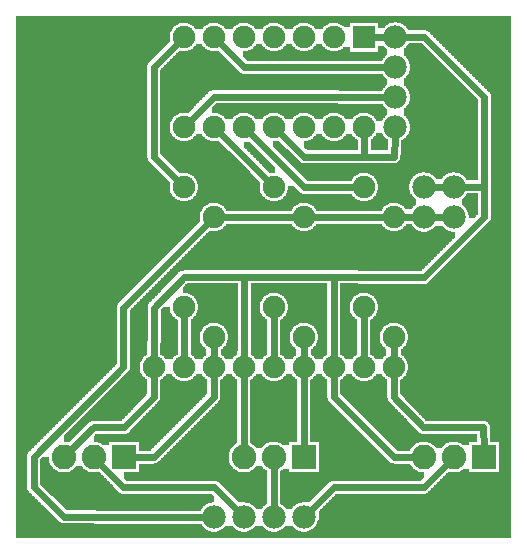
<source format=gbl>
G04 MADE WITH FRITZING*
G04 WWW.FRITZING.ORG*
G04 DOUBLE SIDED*
G04 HOLES PLATED*
G04 CONTOUR ON CENTER OF CONTOUR VECTOR*
%ASAXBY*%
%FSLAX23Y23*%
%MOIN*%
%OFA0B0*%
%SFA1.0B1.0*%
%ADD10C,0.075000*%
%ADD11C,0.078000*%
%ADD12C,0.082000*%
%ADD13R,0.075000X0.075000*%
%ADD14R,0.082000X0.082000*%
%ADD15C,0.024000*%
%LNCOPPER0*%
G90*
G70*
G54D10*
X704Y1002D03*
X696Y821D03*
X1007Y821D03*
X573Y493D03*
X713Y410D03*
X883Y496D03*
X1227Y496D03*
X232Y201D03*
X1094Y410D03*
X1538Y1700D03*
G54D11*
X1499Y1211D03*
X1399Y1211D03*
X1499Y1211D03*
X1399Y1211D03*
X1499Y1111D03*
X1399Y1111D03*
X1499Y1111D03*
X1399Y1111D03*
X699Y111D03*
X799Y111D03*
X899Y111D03*
X999Y111D03*
X699Y111D03*
X799Y111D03*
X899Y111D03*
X999Y111D03*
G54D10*
X1199Y1711D03*
X1199Y1411D03*
X1099Y1711D03*
X1099Y1411D03*
X999Y1711D03*
X999Y1411D03*
X899Y1711D03*
X899Y1411D03*
X799Y1711D03*
X799Y1411D03*
X699Y1711D03*
X699Y1411D03*
X599Y1711D03*
X599Y1411D03*
G54D11*
X1304Y1711D03*
X1304Y1611D03*
X1304Y1511D03*
X1304Y1411D03*
X1304Y1711D03*
X1304Y1611D03*
X1304Y1511D03*
X1304Y1411D03*
G54D10*
X699Y611D03*
X599Y611D03*
X499Y611D03*
X699Y611D03*
X599Y611D03*
X499Y611D03*
X999Y611D03*
X899Y611D03*
X799Y611D03*
X999Y611D03*
X899Y611D03*
X799Y611D03*
X1299Y611D03*
X1199Y611D03*
X1099Y611D03*
X1299Y611D03*
X1199Y611D03*
X1099Y611D03*
G54D12*
X999Y311D03*
X899Y311D03*
X799Y311D03*
X999Y311D03*
X899Y311D03*
X799Y311D03*
X399Y311D03*
X299Y311D03*
X199Y311D03*
X399Y311D03*
X299Y311D03*
X199Y311D03*
X1599Y311D03*
X1499Y311D03*
X1399Y311D03*
X1599Y311D03*
X1499Y311D03*
X1399Y311D03*
G54D10*
X699Y711D03*
X699Y1111D03*
X699Y711D03*
X699Y1111D03*
X999Y711D03*
X999Y1111D03*
X999Y711D03*
X999Y1111D03*
X1299Y711D03*
X1299Y1111D03*
X1299Y711D03*
X1299Y1111D03*
X899Y1211D03*
X899Y811D03*
X899Y1211D03*
X899Y811D03*
X599Y1211D03*
X599Y811D03*
X599Y1211D03*
X599Y811D03*
X1199Y1211D03*
X1199Y811D03*
X1199Y1211D03*
X1199Y811D03*
G54D13*
X1199Y1711D03*
G54D14*
X999Y311D03*
X999Y311D03*
X399Y311D03*
X399Y311D03*
X1599Y311D03*
X1599Y311D03*
G54D15*
X200Y112D02*
X669Y111D01*
D02*
X98Y313D02*
X98Y210D01*
D02*
X397Y612D02*
X98Y313D01*
D02*
X397Y809D02*
X397Y612D01*
D02*
X499Y912D02*
X397Y809D01*
D02*
X598Y1010D02*
X499Y912D01*
D02*
X98Y210D02*
X200Y112D01*
D02*
X679Y1091D02*
X598Y1010D01*
D02*
X397Y210D02*
X700Y210D01*
D02*
X700Y210D02*
X778Y133D01*
D02*
X1098Y210D02*
X1398Y210D01*
D02*
X1398Y210D02*
X1476Y288D01*
D02*
X321Y288D02*
X397Y210D01*
D02*
X899Y141D02*
X899Y279D01*
D02*
X1020Y132D02*
X1098Y210D01*
D02*
X1601Y1213D02*
X1529Y1212D01*
D02*
X1469Y1211D02*
X1429Y1211D01*
D02*
X1469Y1111D02*
X1429Y1111D01*
D02*
X1369Y1111D02*
X1327Y1111D01*
D02*
X498Y1313D02*
X579Y1231D01*
D02*
X499Y809D02*
X499Y640D01*
D02*
X598Y912D02*
X499Y809D01*
D02*
X498Y1611D02*
X498Y1313D01*
D02*
X578Y1691D02*
X498Y1611D01*
D02*
X800Y912D02*
X598Y912D01*
D02*
X800Y912D02*
X799Y640D01*
D02*
X1098Y912D02*
X800Y912D01*
D02*
X1098Y912D02*
X1400Y910D01*
D02*
X1400Y910D02*
X1601Y1111D01*
D02*
X1601Y1213D02*
X1601Y1512D01*
D02*
X1601Y1111D02*
X1601Y1213D01*
D02*
X1400Y1712D02*
X1334Y1712D01*
D02*
X1601Y1512D02*
X1400Y1712D01*
D02*
X1099Y640D02*
X1098Y912D01*
D02*
X800Y1313D02*
X719Y1391D01*
D02*
X879Y1232D02*
X800Y1313D01*
D02*
X1227Y1711D02*
X1274Y1711D01*
D02*
X800Y1611D02*
X1274Y1611D01*
D02*
X719Y1691D02*
X800Y1611D01*
D02*
X698Y1513D02*
X1274Y1511D01*
D02*
X619Y1432D02*
X698Y1513D01*
D02*
X498Y312D02*
X698Y512D01*
D02*
X698Y512D02*
X699Y583D01*
D02*
X1397Y410D02*
X1299Y512D01*
D02*
X1299Y512D02*
X1299Y610D01*
D02*
X1597Y410D02*
X1397Y410D01*
D02*
X431Y311D02*
X498Y312D01*
D02*
X699Y640D02*
X699Y683D01*
D02*
X999Y640D02*
X999Y683D01*
D02*
X1299Y610D02*
X1298Y583D01*
D02*
X1598Y343D02*
X1597Y410D01*
D02*
X1299Y640D02*
X1299Y683D01*
D02*
X727Y1111D02*
X970Y1111D01*
D02*
X1027Y1111D02*
X1270Y1111D01*
D02*
X999Y343D02*
X999Y583D01*
D02*
X1299Y1313D02*
X1302Y1381D01*
D02*
X1201Y1313D02*
X1299Y1313D01*
D02*
X1199Y1383D02*
X1201Y1313D01*
D02*
X1001Y1313D02*
X919Y1391D01*
D02*
X1201Y1313D02*
X1001Y1313D01*
D02*
X1199Y640D02*
X1199Y783D01*
D02*
X1001Y1210D02*
X1170Y1211D01*
D02*
X898Y1313D02*
X1001Y1210D01*
D02*
X819Y1391D02*
X898Y1313D01*
D02*
X899Y640D02*
X899Y783D01*
D02*
X600Y712D02*
X599Y783D01*
D02*
X599Y640D02*
X600Y712D01*
D02*
X1299Y312D02*
X1367Y311D01*
D02*
X1098Y512D02*
X1299Y312D01*
D02*
X1099Y583D02*
X1098Y512D01*
D02*
X799Y583D02*
X799Y343D01*
D02*
X400Y410D02*
X298Y410D01*
D02*
X298Y410D02*
X221Y334D01*
D02*
X498Y512D02*
X400Y410D01*
D02*
X498Y583D02*
X498Y512D01*
G36*
X838Y1687D02*
X838Y1683D01*
X836Y1683D01*
X836Y1681D01*
X834Y1681D01*
X834Y1679D01*
X832Y1679D01*
X832Y1677D01*
X830Y1677D01*
X830Y1675D01*
X828Y1675D01*
X828Y1673D01*
X824Y1673D01*
X824Y1671D01*
X822Y1671D01*
X822Y1669D01*
X818Y1669D01*
X818Y1667D01*
X812Y1667D01*
X812Y1665D01*
X886Y1665D01*
X886Y1667D01*
X880Y1667D01*
X880Y1669D01*
X876Y1669D01*
X876Y1671D01*
X872Y1671D01*
X872Y1673D01*
X870Y1673D01*
X870Y1675D01*
X868Y1675D01*
X868Y1677D01*
X866Y1677D01*
X866Y1679D01*
X864Y1679D01*
X864Y1681D01*
X862Y1681D01*
X862Y1683D01*
X860Y1683D01*
X860Y1685D01*
X858Y1685D01*
X858Y1687D01*
X838Y1687D01*
G37*
D02*
G36*
X938Y1687D02*
X938Y1683D01*
X936Y1683D01*
X936Y1681D01*
X934Y1681D01*
X934Y1679D01*
X932Y1679D01*
X932Y1677D01*
X930Y1677D01*
X930Y1675D01*
X928Y1675D01*
X928Y1673D01*
X924Y1673D01*
X924Y1671D01*
X922Y1671D01*
X922Y1669D01*
X918Y1669D01*
X918Y1667D01*
X912Y1667D01*
X912Y1665D01*
X986Y1665D01*
X986Y1667D01*
X980Y1667D01*
X980Y1669D01*
X976Y1669D01*
X976Y1671D01*
X972Y1671D01*
X972Y1673D01*
X970Y1673D01*
X970Y1675D01*
X968Y1675D01*
X968Y1677D01*
X966Y1677D01*
X966Y1679D01*
X964Y1679D01*
X964Y1681D01*
X962Y1681D01*
X962Y1683D01*
X960Y1683D01*
X960Y1685D01*
X958Y1685D01*
X958Y1687D01*
X938Y1687D01*
G37*
D02*
G36*
X1038Y1687D02*
X1038Y1683D01*
X1036Y1683D01*
X1036Y1681D01*
X1034Y1681D01*
X1034Y1679D01*
X1032Y1679D01*
X1032Y1677D01*
X1030Y1677D01*
X1030Y1675D01*
X1028Y1675D01*
X1028Y1673D01*
X1024Y1673D01*
X1024Y1671D01*
X1022Y1671D01*
X1022Y1669D01*
X1018Y1669D01*
X1018Y1667D01*
X1012Y1667D01*
X1012Y1665D01*
X1086Y1665D01*
X1086Y1667D01*
X1080Y1667D01*
X1080Y1669D01*
X1076Y1669D01*
X1076Y1671D01*
X1072Y1671D01*
X1072Y1673D01*
X1070Y1673D01*
X1070Y1675D01*
X1068Y1675D01*
X1068Y1677D01*
X1066Y1677D01*
X1066Y1679D01*
X1064Y1679D01*
X1064Y1681D01*
X1062Y1681D01*
X1062Y1683D01*
X1060Y1683D01*
X1060Y1685D01*
X1058Y1685D01*
X1058Y1687D01*
X1038Y1687D01*
G37*
D02*
G36*
X1246Y1681D02*
X1246Y1663D01*
X1276Y1663D01*
X1276Y1673D01*
X1272Y1673D01*
X1272Y1675D01*
X1270Y1675D01*
X1270Y1677D01*
X1268Y1677D01*
X1268Y1679D01*
X1266Y1679D01*
X1266Y1681D01*
X1246Y1681D01*
G37*
D02*
G36*
X1132Y1679D02*
X1132Y1677D01*
X1130Y1677D01*
X1130Y1675D01*
X1128Y1675D01*
X1128Y1673D01*
X1124Y1673D01*
X1124Y1671D01*
X1122Y1671D01*
X1122Y1669D01*
X1118Y1669D01*
X1118Y1667D01*
X1112Y1667D01*
X1112Y1665D01*
X1152Y1665D01*
X1152Y1679D01*
X1132Y1679D01*
G37*
D02*
G36*
X796Y1665D02*
X796Y1663D01*
X1152Y1663D01*
X1152Y1665D01*
X796Y1665D01*
G37*
D02*
G36*
X796Y1665D02*
X796Y1663D01*
X1152Y1663D01*
X1152Y1665D01*
X796Y1665D01*
G37*
D02*
G36*
X796Y1665D02*
X796Y1663D01*
X1152Y1663D01*
X1152Y1665D01*
X796Y1665D01*
G37*
D02*
G36*
X796Y1665D02*
X796Y1663D01*
X1152Y1663D01*
X1152Y1665D01*
X796Y1665D01*
G37*
D02*
G36*
X796Y1663D02*
X796Y1661D01*
X1276Y1661D01*
X1276Y1663D01*
X796Y1663D01*
G37*
D02*
G36*
X796Y1663D02*
X796Y1661D01*
X1276Y1661D01*
X1276Y1663D01*
X796Y1663D01*
G37*
D02*
G36*
X796Y1661D02*
X796Y1645D01*
X798Y1645D01*
X798Y1643D01*
X800Y1643D01*
X800Y1641D01*
X802Y1641D01*
X802Y1639D01*
X804Y1639D01*
X804Y1637D01*
X806Y1637D01*
X806Y1635D01*
X808Y1635D01*
X808Y1633D01*
X1260Y1633D01*
X1260Y1635D01*
X1262Y1635D01*
X1262Y1639D01*
X1264Y1639D01*
X1264Y1641D01*
X1266Y1641D01*
X1266Y1643D01*
X1268Y1643D01*
X1268Y1645D01*
X1270Y1645D01*
X1270Y1647D01*
X1272Y1647D01*
X1272Y1649D01*
X1274Y1649D01*
X1274Y1651D01*
X1276Y1651D01*
X1276Y1661D01*
X796Y1661D01*
G37*
D02*
G36*
X706Y1491D02*
X706Y1489D01*
X704Y1489D01*
X704Y1487D01*
X702Y1487D01*
X702Y1485D01*
X700Y1485D01*
X700Y1483D01*
X698Y1483D01*
X698Y1481D01*
X696Y1481D01*
X696Y1479D01*
X694Y1479D01*
X694Y1459D01*
X1208Y1459D01*
X1208Y1457D01*
X1214Y1457D01*
X1214Y1455D01*
X1220Y1455D01*
X1220Y1453D01*
X1224Y1453D01*
X1224Y1451D01*
X1226Y1451D01*
X1226Y1449D01*
X1228Y1449D01*
X1228Y1447D01*
X1232Y1447D01*
X1232Y1445D01*
X1234Y1445D01*
X1234Y1441D01*
X1236Y1441D01*
X1236Y1439D01*
X1238Y1439D01*
X1238Y1437D01*
X1240Y1437D01*
X1240Y1433D01*
X1260Y1433D01*
X1260Y1435D01*
X1262Y1435D01*
X1262Y1439D01*
X1264Y1439D01*
X1264Y1441D01*
X1266Y1441D01*
X1266Y1443D01*
X1268Y1443D01*
X1268Y1445D01*
X1270Y1445D01*
X1270Y1447D01*
X1272Y1447D01*
X1272Y1449D01*
X1274Y1449D01*
X1274Y1451D01*
X1276Y1451D01*
X1276Y1473D01*
X1272Y1473D01*
X1272Y1475D01*
X1270Y1475D01*
X1270Y1477D01*
X1268Y1477D01*
X1268Y1479D01*
X1266Y1479D01*
X1266Y1481D01*
X1264Y1481D01*
X1264Y1485D01*
X1262Y1485D01*
X1262Y1489D01*
X1112Y1489D01*
X1112Y1491D01*
X706Y1491D01*
G37*
D02*
G36*
X708Y1459D02*
X708Y1457D01*
X714Y1457D01*
X714Y1455D01*
X720Y1455D01*
X720Y1453D01*
X724Y1453D01*
X724Y1451D01*
X726Y1451D01*
X726Y1449D01*
X728Y1449D01*
X728Y1447D01*
X732Y1447D01*
X732Y1445D01*
X734Y1445D01*
X734Y1441D01*
X736Y1441D01*
X736Y1439D01*
X738Y1439D01*
X738Y1437D01*
X760Y1437D01*
X760Y1439D01*
X762Y1439D01*
X762Y1443D01*
X764Y1443D01*
X764Y1445D01*
X766Y1445D01*
X766Y1447D01*
X768Y1447D01*
X768Y1449D01*
X772Y1449D01*
X772Y1451D01*
X774Y1451D01*
X774Y1453D01*
X778Y1453D01*
X778Y1455D01*
X782Y1455D01*
X782Y1457D01*
X790Y1457D01*
X790Y1459D01*
X708Y1459D01*
G37*
D02*
G36*
X808Y1459D02*
X808Y1457D01*
X814Y1457D01*
X814Y1455D01*
X820Y1455D01*
X820Y1453D01*
X824Y1453D01*
X824Y1451D01*
X826Y1451D01*
X826Y1449D01*
X828Y1449D01*
X828Y1447D01*
X832Y1447D01*
X832Y1445D01*
X834Y1445D01*
X834Y1441D01*
X836Y1441D01*
X836Y1439D01*
X838Y1439D01*
X838Y1437D01*
X860Y1437D01*
X860Y1439D01*
X862Y1439D01*
X862Y1443D01*
X864Y1443D01*
X864Y1445D01*
X866Y1445D01*
X866Y1447D01*
X868Y1447D01*
X868Y1449D01*
X872Y1449D01*
X872Y1451D01*
X874Y1451D01*
X874Y1453D01*
X878Y1453D01*
X878Y1455D01*
X882Y1455D01*
X882Y1457D01*
X890Y1457D01*
X890Y1459D01*
X808Y1459D01*
G37*
D02*
G36*
X908Y1459D02*
X908Y1457D01*
X914Y1457D01*
X914Y1455D01*
X920Y1455D01*
X920Y1453D01*
X924Y1453D01*
X924Y1451D01*
X926Y1451D01*
X926Y1449D01*
X928Y1449D01*
X928Y1447D01*
X932Y1447D01*
X932Y1445D01*
X934Y1445D01*
X934Y1441D01*
X936Y1441D01*
X936Y1439D01*
X938Y1439D01*
X938Y1437D01*
X960Y1437D01*
X960Y1439D01*
X962Y1439D01*
X962Y1443D01*
X964Y1443D01*
X964Y1445D01*
X966Y1445D01*
X966Y1447D01*
X968Y1447D01*
X968Y1449D01*
X972Y1449D01*
X972Y1451D01*
X974Y1451D01*
X974Y1453D01*
X978Y1453D01*
X978Y1455D01*
X982Y1455D01*
X982Y1457D01*
X990Y1457D01*
X990Y1459D01*
X908Y1459D01*
G37*
D02*
G36*
X1008Y1459D02*
X1008Y1457D01*
X1014Y1457D01*
X1014Y1455D01*
X1020Y1455D01*
X1020Y1453D01*
X1024Y1453D01*
X1024Y1451D01*
X1026Y1451D01*
X1026Y1449D01*
X1028Y1449D01*
X1028Y1447D01*
X1032Y1447D01*
X1032Y1445D01*
X1034Y1445D01*
X1034Y1441D01*
X1036Y1441D01*
X1036Y1439D01*
X1038Y1439D01*
X1038Y1437D01*
X1060Y1437D01*
X1060Y1439D01*
X1062Y1439D01*
X1062Y1443D01*
X1064Y1443D01*
X1064Y1445D01*
X1066Y1445D01*
X1066Y1447D01*
X1068Y1447D01*
X1068Y1449D01*
X1072Y1449D01*
X1072Y1451D01*
X1074Y1451D01*
X1074Y1453D01*
X1078Y1453D01*
X1078Y1455D01*
X1082Y1455D01*
X1082Y1457D01*
X1090Y1457D01*
X1090Y1459D01*
X1008Y1459D01*
G37*
D02*
G36*
X1108Y1459D02*
X1108Y1457D01*
X1114Y1457D01*
X1114Y1455D01*
X1120Y1455D01*
X1120Y1453D01*
X1124Y1453D01*
X1124Y1451D01*
X1126Y1451D01*
X1126Y1449D01*
X1128Y1449D01*
X1128Y1447D01*
X1132Y1447D01*
X1132Y1445D01*
X1134Y1445D01*
X1134Y1441D01*
X1136Y1441D01*
X1136Y1439D01*
X1138Y1439D01*
X1138Y1437D01*
X1160Y1437D01*
X1160Y1439D01*
X1162Y1439D01*
X1162Y1443D01*
X1164Y1443D01*
X1164Y1445D01*
X1166Y1445D01*
X1166Y1447D01*
X1168Y1447D01*
X1168Y1449D01*
X1172Y1449D01*
X1172Y1451D01*
X1174Y1451D01*
X1174Y1453D01*
X1178Y1453D01*
X1178Y1455D01*
X1182Y1455D01*
X1182Y1457D01*
X1190Y1457D01*
X1190Y1459D01*
X1108Y1459D01*
G37*
D02*
G36*
X1240Y1391D02*
X1240Y1387D01*
X1238Y1387D01*
X1238Y1383D01*
X1236Y1383D01*
X1236Y1381D01*
X1234Y1381D01*
X1234Y1379D01*
X1232Y1379D01*
X1232Y1377D01*
X1230Y1377D01*
X1230Y1375D01*
X1228Y1375D01*
X1228Y1373D01*
X1224Y1373D01*
X1224Y1371D01*
X1222Y1371D01*
X1222Y1335D01*
X1278Y1335D01*
X1278Y1371D01*
X1276Y1371D01*
X1276Y1373D01*
X1272Y1373D01*
X1272Y1375D01*
X1270Y1375D01*
X1270Y1377D01*
X1268Y1377D01*
X1268Y1379D01*
X1266Y1379D01*
X1266Y1381D01*
X1264Y1381D01*
X1264Y1385D01*
X1262Y1385D01*
X1262Y1389D01*
X1260Y1389D01*
X1260Y1391D01*
X1240Y1391D01*
G37*
D02*
G36*
X1038Y1387D02*
X1038Y1383D01*
X1036Y1383D01*
X1036Y1381D01*
X1034Y1381D01*
X1034Y1379D01*
X1032Y1379D01*
X1032Y1377D01*
X1030Y1377D01*
X1030Y1375D01*
X1028Y1375D01*
X1028Y1373D01*
X1024Y1373D01*
X1024Y1371D01*
X1022Y1371D01*
X1022Y1369D01*
X1018Y1369D01*
X1018Y1367D01*
X1012Y1367D01*
X1012Y1365D01*
X1086Y1365D01*
X1086Y1367D01*
X1080Y1367D01*
X1080Y1369D01*
X1076Y1369D01*
X1076Y1371D01*
X1072Y1371D01*
X1072Y1373D01*
X1070Y1373D01*
X1070Y1375D01*
X1068Y1375D01*
X1068Y1377D01*
X1066Y1377D01*
X1066Y1379D01*
X1064Y1379D01*
X1064Y1381D01*
X1062Y1381D01*
X1062Y1383D01*
X1060Y1383D01*
X1060Y1385D01*
X1058Y1385D01*
X1058Y1387D01*
X1038Y1387D01*
G37*
D02*
G36*
X1138Y1387D02*
X1138Y1383D01*
X1136Y1383D01*
X1136Y1381D01*
X1134Y1381D01*
X1134Y1379D01*
X1132Y1379D01*
X1132Y1377D01*
X1130Y1377D01*
X1130Y1375D01*
X1128Y1375D01*
X1128Y1373D01*
X1124Y1373D01*
X1124Y1371D01*
X1122Y1371D01*
X1122Y1369D01*
X1118Y1369D01*
X1118Y1367D01*
X1112Y1367D01*
X1112Y1365D01*
X1178Y1365D01*
X1178Y1369D01*
X1176Y1369D01*
X1176Y1371D01*
X1172Y1371D01*
X1172Y1373D01*
X1170Y1373D01*
X1170Y1375D01*
X1168Y1375D01*
X1168Y1377D01*
X1166Y1377D01*
X1166Y1379D01*
X1164Y1379D01*
X1164Y1381D01*
X1162Y1381D01*
X1162Y1383D01*
X1160Y1383D01*
X1160Y1385D01*
X1158Y1385D01*
X1158Y1387D01*
X1138Y1387D01*
G37*
D02*
G36*
X998Y1365D02*
X998Y1363D01*
X1178Y1363D01*
X1178Y1365D01*
X998Y1365D01*
G37*
D02*
G36*
X998Y1365D02*
X998Y1363D01*
X1178Y1363D01*
X1178Y1365D01*
X998Y1365D01*
G37*
D02*
G36*
X998Y1363D02*
X998Y1345D01*
X1000Y1345D01*
X1000Y1343D01*
X1002Y1343D01*
X1002Y1341D01*
X1004Y1341D01*
X1004Y1339D01*
X1006Y1339D01*
X1006Y1337D01*
X1008Y1337D01*
X1008Y1335D01*
X1178Y1335D01*
X1178Y1363D01*
X998Y1363D01*
G37*
D02*
G36*
X798Y1363D02*
X798Y1345D01*
X800Y1345D01*
X800Y1343D01*
X802Y1343D01*
X802Y1341D01*
X804Y1341D01*
X804Y1339D01*
X806Y1339D01*
X806Y1337D01*
X808Y1337D01*
X808Y1335D01*
X810Y1335D01*
X810Y1333D01*
X812Y1333D01*
X812Y1331D01*
X814Y1331D01*
X814Y1329D01*
X816Y1329D01*
X816Y1327D01*
X818Y1327D01*
X818Y1325D01*
X820Y1325D01*
X820Y1323D01*
X822Y1323D01*
X822Y1321D01*
X824Y1321D01*
X824Y1319D01*
X826Y1319D01*
X826Y1317D01*
X828Y1317D01*
X828Y1315D01*
X830Y1315D01*
X830Y1313D01*
X832Y1313D01*
X832Y1311D01*
X834Y1311D01*
X834Y1309D01*
X836Y1309D01*
X836Y1307D01*
X838Y1307D01*
X838Y1305D01*
X840Y1305D01*
X840Y1303D01*
X842Y1303D01*
X842Y1301D01*
X844Y1301D01*
X844Y1299D01*
X846Y1299D01*
X846Y1297D01*
X848Y1297D01*
X848Y1295D01*
X850Y1295D01*
X850Y1293D01*
X852Y1293D01*
X852Y1291D01*
X854Y1291D01*
X854Y1289D01*
X856Y1289D01*
X856Y1287D01*
X858Y1287D01*
X858Y1285D01*
X860Y1285D01*
X860Y1281D01*
X862Y1281D01*
X862Y1279D01*
X864Y1279D01*
X864Y1277D01*
X866Y1277D01*
X866Y1275D01*
X868Y1275D01*
X868Y1273D01*
X870Y1273D01*
X870Y1271D01*
X872Y1271D01*
X872Y1269D01*
X874Y1269D01*
X874Y1267D01*
X876Y1267D01*
X876Y1265D01*
X878Y1265D01*
X878Y1263D01*
X880Y1263D01*
X880Y1261D01*
X882Y1261D01*
X882Y1259D01*
X902Y1259D01*
X902Y1279D01*
X900Y1279D01*
X900Y1281D01*
X898Y1281D01*
X898Y1283D01*
X896Y1283D01*
X896Y1285D01*
X894Y1285D01*
X894Y1287D01*
X892Y1287D01*
X892Y1289D01*
X890Y1289D01*
X890Y1291D01*
X888Y1291D01*
X888Y1293D01*
X886Y1293D01*
X886Y1295D01*
X884Y1295D01*
X884Y1297D01*
X882Y1297D01*
X882Y1299D01*
X880Y1299D01*
X880Y1301D01*
X878Y1301D01*
X878Y1303D01*
X876Y1303D01*
X876Y1305D01*
X874Y1305D01*
X874Y1307D01*
X872Y1307D01*
X872Y1309D01*
X870Y1309D01*
X870Y1311D01*
X868Y1311D01*
X868Y1313D01*
X866Y1313D01*
X866Y1315D01*
X864Y1315D01*
X864Y1317D01*
X862Y1317D01*
X862Y1319D01*
X860Y1319D01*
X860Y1321D01*
X858Y1321D01*
X858Y1323D01*
X856Y1323D01*
X856Y1325D01*
X854Y1325D01*
X854Y1327D01*
X852Y1327D01*
X852Y1329D01*
X850Y1329D01*
X850Y1331D01*
X848Y1331D01*
X848Y1333D01*
X846Y1333D01*
X846Y1335D01*
X844Y1335D01*
X844Y1337D01*
X842Y1337D01*
X842Y1339D01*
X840Y1339D01*
X840Y1341D01*
X838Y1341D01*
X838Y1343D01*
X836Y1343D01*
X836Y1345D01*
X834Y1345D01*
X834Y1347D01*
X832Y1347D01*
X832Y1349D01*
X830Y1349D01*
X830Y1351D01*
X828Y1351D01*
X828Y1353D01*
X826Y1353D01*
X826Y1355D01*
X824Y1355D01*
X824Y1357D01*
X822Y1357D01*
X822Y1359D01*
X820Y1359D01*
X820Y1361D01*
X818Y1361D01*
X818Y1363D01*
X798Y1363D01*
G37*
D02*
G36*
X1542Y1191D02*
X1542Y1187D01*
X1540Y1187D01*
X1540Y1183D01*
X1538Y1183D01*
X1538Y1181D01*
X1536Y1181D01*
X1536Y1179D01*
X1534Y1179D01*
X1534Y1177D01*
X1532Y1177D01*
X1532Y1175D01*
X1530Y1175D01*
X1530Y1173D01*
X1528Y1173D01*
X1528Y1171D01*
X1526Y1171D01*
X1526Y1151D01*
X1528Y1151D01*
X1528Y1149D01*
X1532Y1149D01*
X1532Y1147D01*
X1534Y1147D01*
X1534Y1145D01*
X1536Y1145D01*
X1536Y1141D01*
X1538Y1141D01*
X1538Y1139D01*
X1540Y1139D01*
X1540Y1135D01*
X1542Y1135D01*
X1542Y1133D01*
X1544Y1133D01*
X1544Y1127D01*
X1546Y1127D01*
X1546Y1119D01*
X1548Y1119D01*
X1548Y1109D01*
X1568Y1109D01*
X1568Y1111D01*
X1570Y1111D01*
X1570Y1113D01*
X1572Y1113D01*
X1572Y1115D01*
X1574Y1115D01*
X1574Y1117D01*
X1576Y1117D01*
X1576Y1119D01*
X1578Y1119D01*
X1578Y1191D01*
X1542Y1191D01*
G37*
D02*
G36*
X740Y1089D02*
X740Y1087D01*
X958Y1087D01*
X958Y1089D01*
X740Y1089D01*
G37*
D02*
G36*
X1040Y1089D02*
X1040Y1087D01*
X1038Y1087D01*
X1038Y1083D01*
X1036Y1083D01*
X1036Y1081D01*
X1034Y1081D01*
X1034Y1079D01*
X1032Y1079D01*
X1032Y1077D01*
X1030Y1077D01*
X1030Y1075D01*
X1028Y1075D01*
X1028Y1073D01*
X1024Y1073D01*
X1024Y1071D01*
X1022Y1071D01*
X1022Y1069D01*
X1018Y1069D01*
X1018Y1067D01*
X1012Y1067D01*
X1012Y1065D01*
X1286Y1065D01*
X1286Y1067D01*
X1280Y1067D01*
X1280Y1069D01*
X1276Y1069D01*
X1276Y1071D01*
X1272Y1071D01*
X1272Y1073D01*
X1270Y1073D01*
X1270Y1075D01*
X1268Y1075D01*
X1268Y1077D01*
X1266Y1077D01*
X1266Y1079D01*
X1264Y1079D01*
X1264Y1081D01*
X1262Y1081D01*
X1262Y1083D01*
X1260Y1083D01*
X1260Y1085D01*
X1258Y1085D01*
X1258Y1089D01*
X1040Y1089D01*
G37*
D02*
G36*
X738Y1087D02*
X738Y1083D01*
X736Y1083D01*
X736Y1081D01*
X734Y1081D01*
X734Y1079D01*
X732Y1079D01*
X732Y1077D01*
X730Y1077D01*
X730Y1075D01*
X728Y1075D01*
X728Y1073D01*
X724Y1073D01*
X724Y1071D01*
X722Y1071D01*
X722Y1069D01*
X718Y1069D01*
X718Y1067D01*
X712Y1067D01*
X712Y1065D01*
X986Y1065D01*
X986Y1067D01*
X980Y1067D01*
X980Y1069D01*
X976Y1069D01*
X976Y1071D01*
X972Y1071D01*
X972Y1073D01*
X970Y1073D01*
X970Y1075D01*
X968Y1075D01*
X968Y1077D01*
X966Y1077D01*
X966Y1079D01*
X964Y1079D01*
X964Y1081D01*
X962Y1081D01*
X962Y1083D01*
X960Y1083D01*
X960Y1085D01*
X958Y1085D01*
X958Y1087D01*
X738Y1087D01*
G37*
D02*
G36*
X1338Y1087D02*
X1338Y1083D01*
X1336Y1083D01*
X1336Y1081D01*
X1334Y1081D01*
X1334Y1079D01*
X1332Y1079D01*
X1332Y1077D01*
X1330Y1077D01*
X1330Y1075D01*
X1328Y1075D01*
X1328Y1073D01*
X1324Y1073D01*
X1324Y1071D01*
X1322Y1071D01*
X1322Y1069D01*
X1318Y1069D01*
X1318Y1067D01*
X1312Y1067D01*
X1312Y1065D01*
X1380Y1065D01*
X1380Y1067D01*
X1376Y1067D01*
X1376Y1069D01*
X1374Y1069D01*
X1374Y1071D01*
X1370Y1071D01*
X1370Y1073D01*
X1368Y1073D01*
X1368Y1075D01*
X1366Y1075D01*
X1366Y1077D01*
X1364Y1077D01*
X1364Y1079D01*
X1362Y1079D01*
X1362Y1081D01*
X1360Y1081D01*
X1360Y1083D01*
X1358Y1083D01*
X1358Y1087D01*
X1338Y1087D01*
G37*
D02*
G36*
X1438Y1083D02*
X1438Y1081D01*
X1436Y1081D01*
X1436Y1079D01*
X1434Y1079D01*
X1434Y1077D01*
X1432Y1077D01*
X1432Y1075D01*
X1430Y1075D01*
X1430Y1073D01*
X1428Y1073D01*
X1428Y1071D01*
X1424Y1071D01*
X1424Y1069D01*
X1420Y1069D01*
X1420Y1067D01*
X1416Y1067D01*
X1416Y1065D01*
X1410Y1065D01*
X1410Y1063D01*
X1488Y1063D01*
X1488Y1065D01*
X1480Y1065D01*
X1480Y1067D01*
X1476Y1067D01*
X1476Y1069D01*
X1474Y1069D01*
X1474Y1071D01*
X1470Y1071D01*
X1470Y1073D01*
X1468Y1073D01*
X1468Y1075D01*
X1466Y1075D01*
X1466Y1077D01*
X1464Y1077D01*
X1464Y1079D01*
X1462Y1079D01*
X1462Y1081D01*
X1460Y1081D01*
X1460Y1083D01*
X1438Y1083D01*
G37*
D02*
G36*
X682Y1065D02*
X682Y1063D01*
X1388Y1063D01*
X1388Y1065D01*
X682Y1065D01*
G37*
D02*
G36*
X682Y1065D02*
X682Y1063D01*
X1388Y1063D01*
X1388Y1065D01*
X682Y1065D01*
G37*
D02*
G36*
X682Y1065D02*
X682Y1063D01*
X1388Y1063D01*
X1388Y1065D01*
X682Y1065D01*
G37*
D02*
G36*
X680Y1063D02*
X680Y1061D01*
X1502Y1061D01*
X1502Y1063D01*
X680Y1063D01*
G37*
D02*
G36*
X680Y1063D02*
X680Y1061D01*
X1502Y1061D01*
X1502Y1063D01*
X680Y1063D01*
G37*
D02*
G36*
X678Y1061D02*
X678Y1059D01*
X676Y1059D01*
X676Y1057D01*
X674Y1057D01*
X674Y1055D01*
X672Y1055D01*
X672Y1053D01*
X670Y1053D01*
X670Y1051D01*
X668Y1051D01*
X668Y1049D01*
X666Y1049D01*
X666Y1047D01*
X664Y1047D01*
X664Y1045D01*
X662Y1045D01*
X662Y1043D01*
X660Y1043D01*
X660Y1041D01*
X658Y1041D01*
X658Y1039D01*
X656Y1039D01*
X656Y1037D01*
X654Y1037D01*
X654Y1035D01*
X652Y1035D01*
X652Y1033D01*
X650Y1033D01*
X650Y1031D01*
X648Y1031D01*
X648Y1029D01*
X646Y1029D01*
X646Y1027D01*
X644Y1027D01*
X644Y1025D01*
X642Y1025D01*
X642Y1023D01*
X640Y1023D01*
X640Y1021D01*
X638Y1021D01*
X638Y1019D01*
X636Y1019D01*
X636Y1017D01*
X634Y1017D01*
X634Y1015D01*
X632Y1015D01*
X632Y1013D01*
X630Y1013D01*
X630Y1011D01*
X628Y1011D01*
X628Y1009D01*
X626Y1009D01*
X626Y1007D01*
X624Y1007D01*
X624Y1005D01*
X622Y1005D01*
X622Y1003D01*
X620Y1003D01*
X620Y1001D01*
X618Y1001D01*
X618Y999D01*
X616Y999D01*
X616Y997D01*
X614Y997D01*
X614Y995D01*
X612Y995D01*
X612Y993D01*
X610Y993D01*
X610Y991D01*
X608Y991D01*
X608Y989D01*
X606Y989D01*
X606Y987D01*
X604Y987D01*
X604Y985D01*
X602Y985D01*
X602Y983D01*
X600Y983D01*
X600Y981D01*
X598Y981D01*
X598Y979D01*
X596Y979D01*
X596Y977D01*
X594Y977D01*
X594Y975D01*
X592Y975D01*
X592Y973D01*
X590Y973D01*
X590Y971D01*
X588Y971D01*
X588Y969D01*
X586Y969D01*
X586Y967D01*
X584Y967D01*
X584Y965D01*
X582Y965D01*
X582Y963D01*
X580Y963D01*
X580Y961D01*
X578Y961D01*
X578Y959D01*
X576Y959D01*
X576Y957D01*
X574Y957D01*
X574Y955D01*
X572Y955D01*
X572Y953D01*
X570Y953D01*
X570Y951D01*
X568Y951D01*
X568Y949D01*
X566Y949D01*
X566Y947D01*
X564Y947D01*
X564Y945D01*
X562Y945D01*
X562Y943D01*
X560Y943D01*
X560Y941D01*
X558Y941D01*
X558Y939D01*
X556Y939D01*
X556Y937D01*
X554Y937D01*
X554Y935D01*
X1180Y935D01*
X1180Y933D01*
X1392Y933D01*
X1392Y935D01*
X1394Y935D01*
X1394Y937D01*
X1396Y937D01*
X1396Y939D01*
X1398Y939D01*
X1398Y941D01*
X1400Y941D01*
X1400Y943D01*
X1402Y943D01*
X1402Y945D01*
X1404Y945D01*
X1404Y947D01*
X1406Y947D01*
X1406Y949D01*
X1408Y949D01*
X1408Y951D01*
X1410Y951D01*
X1410Y953D01*
X1412Y953D01*
X1412Y955D01*
X1414Y955D01*
X1414Y957D01*
X1416Y957D01*
X1416Y959D01*
X1418Y959D01*
X1418Y961D01*
X1420Y961D01*
X1420Y963D01*
X1422Y963D01*
X1422Y965D01*
X1424Y965D01*
X1424Y967D01*
X1426Y967D01*
X1426Y969D01*
X1428Y969D01*
X1428Y971D01*
X1430Y971D01*
X1430Y973D01*
X1432Y973D01*
X1432Y975D01*
X1434Y975D01*
X1434Y977D01*
X1436Y977D01*
X1436Y979D01*
X1438Y979D01*
X1438Y981D01*
X1440Y981D01*
X1440Y983D01*
X1442Y983D01*
X1442Y985D01*
X1444Y985D01*
X1444Y987D01*
X1446Y987D01*
X1446Y989D01*
X1448Y989D01*
X1448Y991D01*
X1450Y991D01*
X1450Y993D01*
X1452Y993D01*
X1452Y995D01*
X1454Y995D01*
X1454Y997D01*
X1456Y997D01*
X1456Y999D01*
X1458Y999D01*
X1458Y1001D01*
X1460Y1001D01*
X1460Y1003D01*
X1462Y1003D01*
X1462Y1005D01*
X1464Y1005D01*
X1464Y1007D01*
X1466Y1007D01*
X1466Y1009D01*
X1468Y1009D01*
X1468Y1011D01*
X1470Y1011D01*
X1470Y1013D01*
X1472Y1013D01*
X1472Y1015D01*
X1474Y1015D01*
X1474Y1017D01*
X1476Y1017D01*
X1476Y1019D01*
X1478Y1019D01*
X1478Y1021D01*
X1480Y1021D01*
X1480Y1023D01*
X1482Y1023D01*
X1482Y1025D01*
X1484Y1025D01*
X1484Y1027D01*
X1486Y1027D01*
X1486Y1029D01*
X1488Y1029D01*
X1488Y1031D01*
X1490Y1031D01*
X1490Y1033D01*
X1492Y1033D01*
X1492Y1035D01*
X1494Y1035D01*
X1494Y1037D01*
X1496Y1037D01*
X1496Y1039D01*
X1498Y1039D01*
X1498Y1041D01*
X1500Y1041D01*
X1500Y1043D01*
X1502Y1043D01*
X1502Y1061D01*
X678Y1061D01*
G37*
D02*
G36*
X552Y935D02*
X552Y933D01*
X550Y933D01*
X550Y931D01*
X548Y931D01*
X548Y929D01*
X546Y929D01*
X546Y927D01*
X544Y927D01*
X544Y925D01*
X542Y925D01*
X542Y923D01*
X540Y923D01*
X540Y921D01*
X538Y921D01*
X538Y919D01*
X536Y919D01*
X536Y917D01*
X534Y917D01*
X534Y915D01*
X532Y915D01*
X532Y913D01*
X530Y913D01*
X530Y911D01*
X528Y911D01*
X528Y909D01*
X526Y909D01*
X526Y907D01*
X524Y907D01*
X524Y905D01*
X522Y905D01*
X522Y903D01*
X520Y903D01*
X520Y901D01*
X518Y901D01*
X518Y899D01*
X516Y899D01*
X516Y897D01*
X514Y897D01*
X514Y895D01*
X512Y895D01*
X512Y893D01*
X510Y893D01*
X510Y891D01*
X508Y891D01*
X508Y889D01*
X506Y889D01*
X506Y887D01*
X504Y887D01*
X504Y885D01*
X502Y885D01*
X502Y883D01*
X500Y883D01*
X500Y881D01*
X498Y881D01*
X498Y879D01*
X496Y879D01*
X496Y877D01*
X494Y877D01*
X494Y875D01*
X492Y875D01*
X492Y873D01*
X490Y873D01*
X490Y871D01*
X488Y871D01*
X488Y869D01*
X486Y869D01*
X486Y867D01*
X484Y867D01*
X484Y865D01*
X482Y865D01*
X482Y863D01*
X480Y863D01*
X480Y861D01*
X478Y861D01*
X478Y859D01*
X476Y859D01*
X476Y857D01*
X474Y857D01*
X474Y855D01*
X472Y855D01*
X472Y853D01*
X470Y853D01*
X470Y851D01*
X468Y851D01*
X468Y849D01*
X466Y849D01*
X466Y847D01*
X464Y847D01*
X464Y845D01*
X462Y845D01*
X462Y843D01*
X460Y843D01*
X460Y841D01*
X458Y841D01*
X458Y839D01*
X456Y839D01*
X456Y837D01*
X454Y837D01*
X454Y835D01*
X452Y835D01*
X452Y833D01*
X450Y833D01*
X450Y831D01*
X448Y831D01*
X448Y829D01*
X446Y829D01*
X446Y827D01*
X444Y827D01*
X444Y825D01*
X442Y825D01*
X442Y823D01*
X440Y823D01*
X440Y821D01*
X438Y821D01*
X438Y819D01*
X436Y819D01*
X436Y817D01*
X434Y817D01*
X434Y815D01*
X432Y815D01*
X432Y813D01*
X430Y813D01*
X430Y811D01*
X428Y811D01*
X428Y809D01*
X426Y809D01*
X426Y807D01*
X424Y807D01*
X424Y805D01*
X422Y805D01*
X422Y803D01*
X420Y803D01*
X420Y613D01*
X418Y613D01*
X418Y603D01*
X416Y603D01*
X416Y599D01*
X414Y599D01*
X414Y597D01*
X412Y597D01*
X412Y595D01*
X410Y595D01*
X410Y593D01*
X408Y593D01*
X408Y591D01*
X406Y591D01*
X406Y589D01*
X404Y589D01*
X404Y587D01*
X402Y587D01*
X402Y585D01*
X400Y585D01*
X400Y583D01*
X398Y583D01*
X398Y581D01*
X396Y581D01*
X396Y579D01*
X394Y579D01*
X394Y577D01*
X392Y577D01*
X392Y575D01*
X390Y575D01*
X390Y573D01*
X388Y573D01*
X388Y571D01*
X386Y571D01*
X386Y569D01*
X384Y569D01*
X384Y567D01*
X382Y567D01*
X382Y565D01*
X380Y565D01*
X380Y563D01*
X378Y563D01*
X378Y561D01*
X376Y561D01*
X376Y559D01*
X374Y559D01*
X374Y557D01*
X372Y557D01*
X372Y555D01*
X370Y555D01*
X370Y553D01*
X368Y553D01*
X368Y551D01*
X366Y551D01*
X366Y549D01*
X364Y549D01*
X364Y547D01*
X362Y547D01*
X362Y545D01*
X360Y545D01*
X360Y543D01*
X358Y543D01*
X358Y541D01*
X356Y541D01*
X356Y539D01*
X354Y539D01*
X354Y537D01*
X352Y537D01*
X352Y535D01*
X350Y535D01*
X350Y533D01*
X348Y533D01*
X348Y531D01*
X346Y531D01*
X346Y529D01*
X344Y529D01*
X344Y527D01*
X342Y527D01*
X342Y525D01*
X340Y525D01*
X340Y523D01*
X338Y523D01*
X338Y521D01*
X336Y521D01*
X336Y519D01*
X334Y519D01*
X334Y517D01*
X332Y517D01*
X332Y515D01*
X330Y515D01*
X330Y513D01*
X328Y513D01*
X328Y511D01*
X326Y511D01*
X326Y509D01*
X324Y509D01*
X324Y507D01*
X322Y507D01*
X322Y505D01*
X320Y505D01*
X320Y503D01*
X318Y503D01*
X318Y501D01*
X316Y501D01*
X316Y499D01*
X314Y499D01*
X314Y497D01*
X312Y497D01*
X312Y495D01*
X310Y495D01*
X310Y493D01*
X308Y493D01*
X308Y491D01*
X306Y491D01*
X306Y489D01*
X304Y489D01*
X304Y487D01*
X302Y487D01*
X302Y485D01*
X300Y485D01*
X300Y483D01*
X298Y483D01*
X298Y481D01*
X296Y481D01*
X296Y479D01*
X294Y479D01*
X294Y477D01*
X292Y477D01*
X292Y475D01*
X290Y475D01*
X290Y473D01*
X288Y473D01*
X288Y471D01*
X286Y471D01*
X286Y469D01*
X284Y469D01*
X284Y467D01*
X282Y467D01*
X282Y465D01*
X280Y465D01*
X280Y463D01*
X278Y463D01*
X278Y461D01*
X276Y461D01*
X276Y459D01*
X274Y459D01*
X274Y457D01*
X272Y457D01*
X272Y455D01*
X270Y455D01*
X270Y453D01*
X268Y453D01*
X268Y451D01*
X266Y451D01*
X266Y449D01*
X264Y449D01*
X264Y447D01*
X262Y447D01*
X262Y445D01*
X260Y445D01*
X260Y443D01*
X258Y443D01*
X258Y441D01*
X256Y441D01*
X256Y439D01*
X254Y439D01*
X254Y437D01*
X252Y437D01*
X252Y435D01*
X250Y435D01*
X250Y433D01*
X248Y433D01*
X248Y431D01*
X246Y431D01*
X246Y429D01*
X244Y429D01*
X244Y427D01*
X242Y427D01*
X242Y425D01*
X240Y425D01*
X240Y423D01*
X238Y423D01*
X238Y421D01*
X236Y421D01*
X236Y419D01*
X234Y419D01*
X234Y417D01*
X232Y417D01*
X232Y415D01*
X230Y415D01*
X230Y413D01*
X228Y413D01*
X228Y411D01*
X226Y411D01*
X226Y409D01*
X224Y409D01*
X224Y407D01*
X222Y407D01*
X222Y405D01*
X220Y405D01*
X220Y403D01*
X218Y403D01*
X218Y401D01*
X216Y401D01*
X216Y399D01*
X214Y399D01*
X214Y397D01*
X212Y397D01*
X212Y395D01*
X210Y395D01*
X210Y393D01*
X208Y393D01*
X208Y391D01*
X206Y391D01*
X206Y389D01*
X204Y389D01*
X204Y387D01*
X202Y387D01*
X202Y385D01*
X200Y385D01*
X200Y383D01*
X198Y383D01*
X198Y363D01*
X220Y363D01*
X220Y365D01*
X222Y365D01*
X222Y367D01*
X224Y367D01*
X224Y369D01*
X226Y369D01*
X226Y371D01*
X228Y371D01*
X228Y373D01*
X230Y373D01*
X230Y375D01*
X232Y375D01*
X232Y377D01*
X234Y377D01*
X234Y379D01*
X236Y379D01*
X236Y381D01*
X238Y381D01*
X238Y383D01*
X240Y383D01*
X240Y385D01*
X242Y385D01*
X242Y387D01*
X244Y387D01*
X244Y389D01*
X246Y389D01*
X246Y391D01*
X248Y391D01*
X248Y393D01*
X250Y393D01*
X250Y395D01*
X252Y395D01*
X252Y397D01*
X254Y397D01*
X254Y399D01*
X256Y399D01*
X256Y401D01*
X258Y401D01*
X258Y403D01*
X260Y403D01*
X260Y405D01*
X262Y405D01*
X262Y407D01*
X264Y407D01*
X264Y409D01*
X266Y409D01*
X266Y411D01*
X268Y411D01*
X268Y413D01*
X270Y413D01*
X270Y415D01*
X272Y415D01*
X272Y417D01*
X274Y417D01*
X274Y419D01*
X276Y419D01*
X276Y421D01*
X278Y421D01*
X278Y423D01*
X280Y423D01*
X280Y425D01*
X282Y425D01*
X282Y427D01*
X286Y427D01*
X286Y429D01*
X288Y429D01*
X288Y431D01*
X390Y431D01*
X390Y433D01*
X392Y433D01*
X392Y435D01*
X394Y435D01*
X394Y437D01*
X396Y437D01*
X396Y439D01*
X398Y439D01*
X398Y441D01*
X400Y441D01*
X400Y443D01*
X402Y443D01*
X402Y445D01*
X404Y445D01*
X404Y447D01*
X406Y447D01*
X406Y449D01*
X408Y449D01*
X408Y451D01*
X410Y451D01*
X410Y453D01*
X412Y453D01*
X412Y455D01*
X414Y455D01*
X414Y457D01*
X416Y457D01*
X416Y459D01*
X418Y459D01*
X418Y461D01*
X420Y461D01*
X420Y463D01*
X422Y463D01*
X422Y465D01*
X424Y465D01*
X424Y467D01*
X426Y467D01*
X426Y469D01*
X428Y469D01*
X428Y473D01*
X430Y473D01*
X430Y475D01*
X432Y475D01*
X432Y477D01*
X434Y477D01*
X434Y479D01*
X436Y479D01*
X436Y481D01*
X438Y481D01*
X438Y483D01*
X440Y483D01*
X440Y485D01*
X442Y485D01*
X442Y487D01*
X444Y487D01*
X444Y489D01*
X446Y489D01*
X446Y491D01*
X448Y491D01*
X448Y493D01*
X450Y493D01*
X450Y495D01*
X452Y495D01*
X452Y497D01*
X454Y497D01*
X454Y499D01*
X456Y499D01*
X456Y501D01*
X458Y501D01*
X458Y503D01*
X460Y503D01*
X460Y505D01*
X462Y505D01*
X462Y507D01*
X464Y507D01*
X464Y509D01*
X466Y509D01*
X466Y511D01*
X468Y511D01*
X468Y513D01*
X470Y513D01*
X470Y515D01*
X472Y515D01*
X472Y517D01*
X474Y517D01*
X474Y521D01*
X476Y521D01*
X476Y571D01*
X472Y571D01*
X472Y573D01*
X470Y573D01*
X470Y575D01*
X468Y575D01*
X468Y577D01*
X466Y577D01*
X466Y579D01*
X464Y579D01*
X464Y581D01*
X462Y581D01*
X462Y583D01*
X460Y583D01*
X460Y585D01*
X458Y585D01*
X458Y589D01*
X456Y589D01*
X456Y593D01*
X454Y593D01*
X454Y599D01*
X452Y599D01*
X452Y623D01*
X454Y623D01*
X454Y629D01*
X456Y629D01*
X456Y633D01*
X458Y633D01*
X458Y637D01*
X460Y637D01*
X460Y639D01*
X462Y639D01*
X462Y643D01*
X464Y643D01*
X464Y645D01*
X466Y645D01*
X466Y647D01*
X468Y647D01*
X468Y649D01*
X472Y649D01*
X472Y651D01*
X474Y651D01*
X474Y653D01*
X476Y653D01*
X476Y697D01*
X478Y697D01*
X478Y817D01*
X480Y817D01*
X480Y821D01*
X482Y821D01*
X482Y825D01*
X484Y825D01*
X484Y827D01*
X486Y827D01*
X486Y829D01*
X488Y829D01*
X488Y831D01*
X490Y831D01*
X490Y833D01*
X492Y833D01*
X492Y835D01*
X494Y835D01*
X494Y837D01*
X496Y837D01*
X496Y839D01*
X498Y839D01*
X498Y841D01*
X500Y841D01*
X500Y843D01*
X502Y843D01*
X502Y845D01*
X504Y845D01*
X504Y847D01*
X506Y847D01*
X506Y849D01*
X508Y849D01*
X508Y851D01*
X510Y851D01*
X510Y853D01*
X512Y853D01*
X512Y855D01*
X514Y855D01*
X514Y857D01*
X516Y857D01*
X516Y859D01*
X518Y859D01*
X518Y861D01*
X520Y861D01*
X520Y863D01*
X522Y863D01*
X522Y865D01*
X524Y865D01*
X524Y867D01*
X526Y867D01*
X526Y871D01*
X528Y871D01*
X528Y873D01*
X530Y873D01*
X530Y875D01*
X532Y875D01*
X532Y877D01*
X534Y877D01*
X534Y879D01*
X536Y879D01*
X536Y881D01*
X538Y881D01*
X538Y883D01*
X540Y883D01*
X540Y885D01*
X542Y885D01*
X542Y887D01*
X544Y887D01*
X544Y889D01*
X546Y889D01*
X546Y891D01*
X548Y891D01*
X548Y893D01*
X550Y893D01*
X550Y895D01*
X552Y895D01*
X552Y897D01*
X554Y897D01*
X554Y899D01*
X556Y899D01*
X556Y901D01*
X558Y901D01*
X558Y903D01*
X560Y903D01*
X560Y905D01*
X562Y905D01*
X562Y907D01*
X564Y907D01*
X564Y909D01*
X566Y909D01*
X566Y911D01*
X568Y911D01*
X568Y913D01*
X570Y913D01*
X570Y915D01*
X572Y915D01*
X572Y917D01*
X574Y917D01*
X574Y919D01*
X576Y919D01*
X576Y921D01*
X578Y921D01*
X578Y925D01*
X580Y925D01*
X580Y927D01*
X582Y927D01*
X582Y929D01*
X586Y929D01*
X586Y931D01*
X588Y931D01*
X588Y933D01*
X598Y933D01*
X598Y935D01*
X552Y935D01*
G37*
D02*
G36*
X608Y891D02*
X608Y889D01*
X606Y889D01*
X606Y887D01*
X604Y887D01*
X604Y885D01*
X602Y885D01*
X602Y883D01*
X600Y883D01*
X600Y881D01*
X598Y881D01*
X598Y879D01*
X596Y879D01*
X596Y859D01*
X608Y859D01*
X608Y857D01*
X614Y857D01*
X614Y855D01*
X620Y855D01*
X620Y853D01*
X624Y853D01*
X624Y851D01*
X626Y851D01*
X626Y849D01*
X628Y849D01*
X628Y847D01*
X632Y847D01*
X632Y845D01*
X634Y845D01*
X634Y841D01*
X636Y841D01*
X636Y839D01*
X638Y839D01*
X638Y837D01*
X640Y837D01*
X640Y833D01*
X642Y833D01*
X642Y829D01*
X644Y829D01*
X644Y821D01*
X646Y821D01*
X646Y801D01*
X644Y801D01*
X644Y795D01*
X642Y795D01*
X642Y791D01*
X640Y791D01*
X640Y787D01*
X638Y787D01*
X638Y783D01*
X636Y783D01*
X636Y781D01*
X634Y781D01*
X634Y779D01*
X632Y779D01*
X632Y777D01*
X630Y777D01*
X630Y775D01*
X628Y775D01*
X628Y773D01*
X624Y773D01*
X624Y771D01*
X622Y771D01*
X622Y759D01*
X708Y759D01*
X708Y757D01*
X714Y757D01*
X714Y755D01*
X720Y755D01*
X720Y753D01*
X724Y753D01*
X724Y751D01*
X726Y751D01*
X726Y749D01*
X728Y749D01*
X728Y747D01*
X732Y747D01*
X732Y745D01*
X734Y745D01*
X734Y741D01*
X736Y741D01*
X736Y739D01*
X738Y739D01*
X738Y737D01*
X740Y737D01*
X740Y733D01*
X742Y733D01*
X742Y729D01*
X744Y729D01*
X744Y721D01*
X746Y721D01*
X746Y701D01*
X744Y701D01*
X744Y695D01*
X742Y695D01*
X742Y691D01*
X740Y691D01*
X740Y687D01*
X738Y687D01*
X738Y683D01*
X736Y683D01*
X736Y681D01*
X734Y681D01*
X734Y679D01*
X732Y679D01*
X732Y677D01*
X730Y677D01*
X730Y675D01*
X728Y675D01*
X728Y673D01*
X724Y673D01*
X724Y651D01*
X726Y651D01*
X726Y649D01*
X728Y649D01*
X728Y647D01*
X732Y647D01*
X732Y645D01*
X734Y645D01*
X734Y641D01*
X736Y641D01*
X736Y639D01*
X738Y639D01*
X738Y637D01*
X760Y637D01*
X760Y639D01*
X762Y639D01*
X762Y643D01*
X764Y643D01*
X764Y645D01*
X766Y645D01*
X766Y647D01*
X768Y647D01*
X768Y649D01*
X772Y649D01*
X772Y651D01*
X774Y651D01*
X774Y653D01*
X776Y653D01*
X776Y665D01*
X778Y665D01*
X778Y891D01*
X608Y891D01*
G37*
D02*
G36*
X622Y759D02*
X622Y653D01*
X624Y653D01*
X624Y651D01*
X626Y651D01*
X626Y649D01*
X628Y649D01*
X628Y647D01*
X632Y647D01*
X632Y645D01*
X634Y645D01*
X634Y641D01*
X636Y641D01*
X636Y639D01*
X638Y639D01*
X638Y637D01*
X660Y637D01*
X660Y639D01*
X662Y639D01*
X662Y643D01*
X664Y643D01*
X664Y645D01*
X666Y645D01*
X666Y647D01*
X668Y647D01*
X668Y649D01*
X672Y649D01*
X672Y651D01*
X674Y651D01*
X674Y671D01*
X672Y671D01*
X672Y673D01*
X670Y673D01*
X670Y675D01*
X668Y675D01*
X668Y677D01*
X666Y677D01*
X666Y679D01*
X664Y679D01*
X664Y681D01*
X662Y681D01*
X662Y683D01*
X660Y683D01*
X660Y685D01*
X658Y685D01*
X658Y689D01*
X656Y689D01*
X656Y693D01*
X654Y693D01*
X654Y699D01*
X652Y699D01*
X652Y723D01*
X654Y723D01*
X654Y729D01*
X656Y729D01*
X656Y733D01*
X658Y733D01*
X658Y737D01*
X660Y737D01*
X660Y739D01*
X662Y739D01*
X662Y743D01*
X664Y743D01*
X664Y745D01*
X666Y745D01*
X666Y747D01*
X668Y747D01*
X668Y749D01*
X672Y749D01*
X672Y751D01*
X674Y751D01*
X674Y753D01*
X678Y753D01*
X678Y755D01*
X682Y755D01*
X682Y757D01*
X690Y757D01*
X690Y759D01*
X622Y759D01*
G37*
D02*
G36*
X822Y891D02*
X822Y859D01*
X908Y859D01*
X908Y857D01*
X914Y857D01*
X914Y855D01*
X920Y855D01*
X920Y853D01*
X924Y853D01*
X924Y851D01*
X926Y851D01*
X926Y849D01*
X928Y849D01*
X928Y847D01*
X932Y847D01*
X932Y845D01*
X934Y845D01*
X934Y841D01*
X936Y841D01*
X936Y839D01*
X938Y839D01*
X938Y837D01*
X940Y837D01*
X940Y833D01*
X942Y833D01*
X942Y829D01*
X944Y829D01*
X944Y821D01*
X946Y821D01*
X946Y801D01*
X944Y801D01*
X944Y795D01*
X942Y795D01*
X942Y791D01*
X940Y791D01*
X940Y787D01*
X938Y787D01*
X938Y783D01*
X936Y783D01*
X936Y781D01*
X934Y781D01*
X934Y779D01*
X932Y779D01*
X932Y777D01*
X930Y777D01*
X930Y775D01*
X928Y775D01*
X928Y773D01*
X924Y773D01*
X924Y771D01*
X922Y771D01*
X922Y769D01*
X920Y769D01*
X920Y759D01*
X1008Y759D01*
X1008Y757D01*
X1014Y757D01*
X1014Y755D01*
X1020Y755D01*
X1020Y753D01*
X1024Y753D01*
X1024Y751D01*
X1026Y751D01*
X1026Y749D01*
X1028Y749D01*
X1028Y747D01*
X1032Y747D01*
X1032Y745D01*
X1034Y745D01*
X1034Y741D01*
X1036Y741D01*
X1036Y739D01*
X1038Y739D01*
X1038Y737D01*
X1040Y737D01*
X1040Y733D01*
X1042Y733D01*
X1042Y729D01*
X1044Y729D01*
X1044Y721D01*
X1046Y721D01*
X1046Y701D01*
X1044Y701D01*
X1044Y695D01*
X1042Y695D01*
X1042Y691D01*
X1040Y691D01*
X1040Y687D01*
X1038Y687D01*
X1038Y683D01*
X1036Y683D01*
X1036Y681D01*
X1034Y681D01*
X1034Y679D01*
X1032Y679D01*
X1032Y677D01*
X1030Y677D01*
X1030Y675D01*
X1028Y675D01*
X1028Y673D01*
X1024Y673D01*
X1024Y651D01*
X1026Y651D01*
X1026Y649D01*
X1028Y649D01*
X1028Y647D01*
X1032Y647D01*
X1032Y645D01*
X1034Y645D01*
X1034Y641D01*
X1036Y641D01*
X1036Y639D01*
X1038Y639D01*
X1038Y637D01*
X1060Y637D01*
X1060Y639D01*
X1062Y639D01*
X1062Y643D01*
X1064Y643D01*
X1064Y645D01*
X1066Y645D01*
X1066Y647D01*
X1068Y647D01*
X1068Y649D01*
X1072Y649D01*
X1072Y651D01*
X1074Y651D01*
X1074Y653D01*
X1076Y653D01*
X1076Y891D01*
X822Y891D01*
G37*
D02*
G36*
X822Y859D02*
X822Y653D01*
X824Y653D01*
X824Y651D01*
X826Y651D01*
X826Y649D01*
X828Y649D01*
X828Y647D01*
X832Y647D01*
X832Y645D01*
X834Y645D01*
X834Y641D01*
X836Y641D01*
X836Y639D01*
X838Y639D01*
X838Y637D01*
X860Y637D01*
X860Y639D01*
X862Y639D01*
X862Y643D01*
X864Y643D01*
X864Y645D01*
X866Y645D01*
X866Y647D01*
X868Y647D01*
X868Y649D01*
X872Y649D01*
X872Y651D01*
X874Y651D01*
X874Y653D01*
X876Y653D01*
X876Y771D01*
X872Y771D01*
X872Y773D01*
X870Y773D01*
X870Y775D01*
X868Y775D01*
X868Y777D01*
X866Y777D01*
X866Y779D01*
X864Y779D01*
X864Y781D01*
X862Y781D01*
X862Y783D01*
X860Y783D01*
X860Y785D01*
X858Y785D01*
X858Y789D01*
X856Y789D01*
X856Y793D01*
X854Y793D01*
X854Y799D01*
X852Y799D01*
X852Y823D01*
X854Y823D01*
X854Y829D01*
X856Y829D01*
X856Y833D01*
X858Y833D01*
X858Y837D01*
X860Y837D01*
X860Y839D01*
X862Y839D01*
X862Y843D01*
X864Y843D01*
X864Y845D01*
X866Y845D01*
X866Y847D01*
X868Y847D01*
X868Y849D01*
X872Y849D01*
X872Y851D01*
X874Y851D01*
X874Y853D01*
X878Y853D01*
X878Y855D01*
X882Y855D01*
X882Y857D01*
X890Y857D01*
X890Y859D01*
X822Y859D01*
G37*
D02*
G36*
X920Y759D02*
X920Y653D01*
X924Y653D01*
X924Y651D01*
X926Y651D01*
X926Y649D01*
X928Y649D01*
X928Y647D01*
X932Y647D01*
X932Y645D01*
X934Y645D01*
X934Y641D01*
X936Y641D01*
X936Y639D01*
X938Y639D01*
X938Y637D01*
X960Y637D01*
X960Y639D01*
X962Y639D01*
X962Y643D01*
X964Y643D01*
X964Y645D01*
X966Y645D01*
X966Y647D01*
X968Y647D01*
X968Y649D01*
X972Y649D01*
X972Y651D01*
X974Y651D01*
X974Y671D01*
X972Y671D01*
X972Y673D01*
X970Y673D01*
X970Y675D01*
X968Y675D01*
X968Y677D01*
X966Y677D01*
X966Y679D01*
X964Y679D01*
X964Y681D01*
X962Y681D01*
X962Y683D01*
X960Y683D01*
X960Y685D01*
X958Y685D01*
X958Y689D01*
X956Y689D01*
X956Y693D01*
X954Y693D01*
X954Y699D01*
X952Y699D01*
X952Y723D01*
X954Y723D01*
X954Y729D01*
X956Y729D01*
X956Y733D01*
X958Y733D01*
X958Y737D01*
X960Y737D01*
X960Y739D01*
X962Y739D01*
X962Y743D01*
X964Y743D01*
X964Y745D01*
X966Y745D01*
X966Y747D01*
X968Y747D01*
X968Y749D01*
X972Y749D01*
X972Y751D01*
X974Y751D01*
X974Y753D01*
X978Y753D01*
X978Y755D01*
X982Y755D01*
X982Y757D01*
X990Y757D01*
X990Y759D01*
X920Y759D01*
G37*
D02*
G36*
X532Y813D02*
X532Y811D01*
X530Y811D01*
X530Y809D01*
X528Y809D01*
X528Y807D01*
X526Y807D01*
X526Y805D01*
X524Y805D01*
X524Y803D01*
X522Y803D01*
X522Y693D01*
X520Y693D01*
X520Y653D01*
X524Y653D01*
X524Y651D01*
X526Y651D01*
X526Y649D01*
X528Y649D01*
X528Y647D01*
X532Y647D01*
X532Y645D01*
X534Y645D01*
X534Y641D01*
X536Y641D01*
X536Y639D01*
X538Y639D01*
X538Y637D01*
X560Y637D01*
X560Y639D01*
X562Y639D01*
X562Y643D01*
X564Y643D01*
X564Y645D01*
X566Y645D01*
X566Y647D01*
X568Y647D01*
X568Y649D01*
X572Y649D01*
X572Y651D01*
X574Y651D01*
X574Y653D01*
X578Y653D01*
X578Y769D01*
X576Y769D01*
X576Y771D01*
X572Y771D01*
X572Y773D01*
X570Y773D01*
X570Y775D01*
X568Y775D01*
X568Y777D01*
X566Y777D01*
X566Y779D01*
X564Y779D01*
X564Y781D01*
X562Y781D01*
X562Y783D01*
X560Y783D01*
X560Y785D01*
X558Y785D01*
X558Y789D01*
X556Y789D01*
X556Y793D01*
X554Y793D01*
X554Y799D01*
X552Y799D01*
X552Y813D01*
X532Y813D01*
G37*
D02*
G36*
X538Y587D02*
X538Y583D01*
X536Y583D01*
X536Y581D01*
X534Y581D01*
X534Y579D01*
X532Y579D01*
X532Y577D01*
X530Y577D01*
X530Y575D01*
X528Y575D01*
X528Y573D01*
X524Y573D01*
X524Y571D01*
X522Y571D01*
X522Y569D01*
X520Y569D01*
X520Y565D01*
X586Y565D01*
X586Y567D01*
X580Y567D01*
X580Y569D01*
X576Y569D01*
X576Y571D01*
X572Y571D01*
X572Y573D01*
X570Y573D01*
X570Y575D01*
X568Y575D01*
X568Y577D01*
X566Y577D01*
X566Y579D01*
X564Y579D01*
X564Y581D01*
X562Y581D01*
X562Y583D01*
X560Y583D01*
X560Y585D01*
X558Y585D01*
X558Y587D01*
X538Y587D01*
G37*
D02*
G36*
X638Y587D02*
X638Y583D01*
X636Y583D01*
X636Y581D01*
X634Y581D01*
X634Y579D01*
X632Y579D01*
X632Y577D01*
X630Y577D01*
X630Y575D01*
X628Y575D01*
X628Y573D01*
X624Y573D01*
X624Y571D01*
X622Y571D01*
X622Y569D01*
X618Y569D01*
X618Y567D01*
X612Y567D01*
X612Y565D01*
X676Y565D01*
X676Y571D01*
X672Y571D01*
X672Y573D01*
X670Y573D01*
X670Y575D01*
X668Y575D01*
X668Y577D01*
X666Y577D01*
X666Y579D01*
X664Y579D01*
X664Y581D01*
X662Y581D01*
X662Y583D01*
X660Y583D01*
X660Y585D01*
X658Y585D01*
X658Y587D01*
X638Y587D01*
G37*
D02*
G36*
X520Y565D02*
X520Y563D01*
X676Y563D01*
X676Y565D01*
X520Y565D01*
G37*
D02*
G36*
X520Y565D02*
X520Y563D01*
X676Y563D01*
X676Y565D01*
X520Y565D01*
G37*
D02*
G36*
X520Y563D02*
X520Y507D01*
X518Y507D01*
X518Y501D01*
X516Y501D01*
X516Y499D01*
X514Y499D01*
X514Y497D01*
X512Y497D01*
X512Y495D01*
X510Y495D01*
X510Y491D01*
X508Y491D01*
X508Y489D01*
X506Y489D01*
X506Y487D01*
X504Y487D01*
X504Y485D01*
X502Y485D01*
X502Y483D01*
X500Y483D01*
X500Y481D01*
X498Y481D01*
X498Y479D01*
X496Y479D01*
X496Y477D01*
X494Y477D01*
X494Y475D01*
X492Y475D01*
X492Y473D01*
X490Y473D01*
X490Y471D01*
X488Y471D01*
X488Y469D01*
X486Y469D01*
X486Y467D01*
X484Y467D01*
X484Y465D01*
X482Y465D01*
X482Y463D01*
X480Y463D01*
X480Y461D01*
X478Y461D01*
X478Y459D01*
X476Y459D01*
X476Y457D01*
X474Y457D01*
X474Y455D01*
X472Y455D01*
X472Y453D01*
X470Y453D01*
X470Y451D01*
X468Y451D01*
X468Y449D01*
X466Y449D01*
X466Y447D01*
X464Y447D01*
X464Y443D01*
X462Y443D01*
X462Y441D01*
X460Y441D01*
X460Y439D01*
X458Y439D01*
X458Y437D01*
X456Y437D01*
X456Y435D01*
X454Y435D01*
X454Y433D01*
X452Y433D01*
X452Y431D01*
X450Y431D01*
X450Y429D01*
X448Y429D01*
X448Y427D01*
X446Y427D01*
X446Y425D01*
X444Y425D01*
X444Y423D01*
X442Y423D01*
X442Y421D01*
X440Y421D01*
X440Y419D01*
X438Y419D01*
X438Y417D01*
X436Y417D01*
X436Y415D01*
X434Y415D01*
X434Y413D01*
X432Y413D01*
X432Y411D01*
X430Y411D01*
X430Y409D01*
X428Y409D01*
X428Y407D01*
X426Y407D01*
X426Y405D01*
X424Y405D01*
X424Y403D01*
X422Y403D01*
X422Y401D01*
X420Y401D01*
X420Y399D01*
X418Y399D01*
X418Y395D01*
X416Y395D01*
X416Y393D01*
X412Y393D01*
X412Y391D01*
X410Y391D01*
X410Y389D01*
X402Y389D01*
X402Y387D01*
X304Y387D01*
X304Y385D01*
X302Y385D01*
X302Y383D01*
X300Y383D01*
X300Y363D01*
X450Y363D01*
X450Y333D01*
X488Y333D01*
X488Y335D01*
X490Y335D01*
X490Y337D01*
X492Y337D01*
X492Y339D01*
X494Y339D01*
X494Y341D01*
X496Y341D01*
X496Y343D01*
X498Y343D01*
X498Y345D01*
X500Y345D01*
X500Y347D01*
X502Y347D01*
X502Y349D01*
X504Y349D01*
X504Y351D01*
X506Y351D01*
X506Y353D01*
X508Y353D01*
X508Y355D01*
X510Y355D01*
X510Y357D01*
X512Y357D01*
X512Y359D01*
X514Y359D01*
X514Y361D01*
X516Y361D01*
X516Y363D01*
X518Y363D01*
X518Y365D01*
X520Y365D01*
X520Y367D01*
X522Y367D01*
X522Y369D01*
X524Y369D01*
X524Y371D01*
X526Y371D01*
X526Y373D01*
X528Y373D01*
X528Y375D01*
X530Y375D01*
X530Y377D01*
X532Y377D01*
X532Y379D01*
X534Y379D01*
X534Y381D01*
X536Y381D01*
X536Y383D01*
X538Y383D01*
X538Y385D01*
X540Y385D01*
X540Y387D01*
X542Y387D01*
X542Y389D01*
X544Y389D01*
X544Y391D01*
X546Y391D01*
X546Y393D01*
X548Y393D01*
X548Y395D01*
X550Y395D01*
X550Y397D01*
X552Y397D01*
X552Y399D01*
X554Y399D01*
X554Y401D01*
X556Y401D01*
X556Y403D01*
X558Y403D01*
X558Y405D01*
X560Y405D01*
X560Y407D01*
X562Y407D01*
X562Y409D01*
X564Y409D01*
X564Y411D01*
X566Y411D01*
X566Y413D01*
X568Y413D01*
X568Y415D01*
X570Y415D01*
X570Y417D01*
X572Y417D01*
X572Y419D01*
X574Y419D01*
X574Y421D01*
X576Y421D01*
X576Y423D01*
X578Y423D01*
X578Y425D01*
X580Y425D01*
X580Y427D01*
X582Y427D01*
X582Y429D01*
X584Y429D01*
X584Y431D01*
X586Y431D01*
X586Y433D01*
X588Y433D01*
X588Y435D01*
X590Y435D01*
X590Y437D01*
X592Y437D01*
X592Y439D01*
X594Y439D01*
X594Y441D01*
X596Y441D01*
X596Y443D01*
X598Y443D01*
X598Y445D01*
X600Y445D01*
X600Y447D01*
X602Y447D01*
X602Y449D01*
X604Y449D01*
X604Y451D01*
X606Y451D01*
X606Y453D01*
X608Y453D01*
X608Y455D01*
X610Y455D01*
X610Y457D01*
X612Y457D01*
X612Y459D01*
X614Y459D01*
X614Y461D01*
X616Y461D01*
X616Y463D01*
X618Y463D01*
X618Y465D01*
X620Y465D01*
X620Y467D01*
X622Y467D01*
X622Y469D01*
X624Y469D01*
X624Y471D01*
X626Y471D01*
X626Y473D01*
X628Y473D01*
X628Y475D01*
X630Y475D01*
X630Y477D01*
X632Y477D01*
X632Y479D01*
X634Y479D01*
X634Y481D01*
X636Y481D01*
X636Y483D01*
X638Y483D01*
X638Y485D01*
X640Y485D01*
X640Y487D01*
X642Y487D01*
X642Y489D01*
X644Y489D01*
X644Y491D01*
X646Y491D01*
X646Y493D01*
X648Y493D01*
X648Y495D01*
X650Y495D01*
X650Y497D01*
X652Y497D01*
X652Y499D01*
X654Y499D01*
X654Y501D01*
X656Y501D01*
X656Y503D01*
X658Y503D01*
X658Y505D01*
X660Y505D01*
X660Y507D01*
X662Y507D01*
X662Y509D01*
X664Y509D01*
X664Y511D01*
X666Y511D01*
X666Y513D01*
X668Y513D01*
X668Y515D01*
X670Y515D01*
X670Y517D01*
X672Y517D01*
X672Y519D01*
X674Y519D01*
X674Y521D01*
X676Y521D01*
X676Y563D01*
X520Y563D01*
G37*
D02*
G36*
X304Y363D02*
X304Y361D01*
X314Y361D01*
X314Y359D01*
X320Y359D01*
X320Y357D01*
X324Y357D01*
X324Y355D01*
X326Y355D01*
X326Y353D01*
X348Y353D01*
X348Y363D01*
X304Y363D01*
G37*
D02*
G36*
X738Y587D02*
X738Y583D01*
X736Y583D01*
X736Y581D01*
X734Y581D01*
X734Y579D01*
X732Y579D01*
X732Y577D01*
X730Y577D01*
X730Y575D01*
X728Y575D01*
X728Y573D01*
X724Y573D01*
X724Y571D01*
X722Y571D01*
X722Y569D01*
X720Y569D01*
X720Y505D01*
X718Y505D01*
X718Y501D01*
X716Y501D01*
X716Y499D01*
X714Y499D01*
X714Y495D01*
X712Y495D01*
X712Y493D01*
X710Y493D01*
X710Y491D01*
X708Y491D01*
X708Y489D01*
X706Y489D01*
X706Y487D01*
X704Y487D01*
X704Y485D01*
X702Y485D01*
X702Y483D01*
X700Y483D01*
X700Y481D01*
X698Y481D01*
X698Y479D01*
X696Y479D01*
X696Y477D01*
X694Y477D01*
X694Y475D01*
X692Y475D01*
X692Y473D01*
X690Y473D01*
X690Y471D01*
X688Y471D01*
X688Y469D01*
X686Y469D01*
X686Y467D01*
X684Y467D01*
X684Y465D01*
X682Y465D01*
X682Y463D01*
X680Y463D01*
X680Y461D01*
X678Y461D01*
X678Y459D01*
X676Y459D01*
X676Y457D01*
X674Y457D01*
X674Y455D01*
X672Y455D01*
X672Y453D01*
X670Y453D01*
X670Y451D01*
X668Y451D01*
X668Y449D01*
X666Y449D01*
X666Y447D01*
X664Y447D01*
X664Y445D01*
X662Y445D01*
X662Y443D01*
X660Y443D01*
X660Y441D01*
X658Y441D01*
X658Y439D01*
X656Y439D01*
X656Y437D01*
X654Y437D01*
X654Y435D01*
X652Y435D01*
X652Y433D01*
X650Y433D01*
X650Y431D01*
X648Y431D01*
X648Y429D01*
X646Y429D01*
X646Y427D01*
X644Y427D01*
X644Y425D01*
X642Y425D01*
X642Y423D01*
X640Y423D01*
X640Y421D01*
X638Y421D01*
X638Y419D01*
X636Y419D01*
X636Y417D01*
X634Y417D01*
X634Y415D01*
X632Y415D01*
X632Y413D01*
X630Y413D01*
X630Y411D01*
X628Y411D01*
X628Y409D01*
X626Y409D01*
X626Y407D01*
X624Y407D01*
X624Y405D01*
X622Y405D01*
X622Y403D01*
X620Y403D01*
X620Y401D01*
X618Y401D01*
X618Y399D01*
X616Y399D01*
X616Y397D01*
X614Y397D01*
X614Y395D01*
X612Y395D01*
X612Y393D01*
X610Y393D01*
X610Y391D01*
X608Y391D01*
X608Y389D01*
X606Y389D01*
X606Y387D01*
X604Y387D01*
X604Y385D01*
X602Y385D01*
X602Y383D01*
X600Y383D01*
X600Y381D01*
X598Y381D01*
X598Y379D01*
X596Y379D01*
X596Y377D01*
X594Y377D01*
X594Y375D01*
X592Y375D01*
X592Y373D01*
X590Y373D01*
X590Y371D01*
X588Y371D01*
X588Y369D01*
X586Y369D01*
X586Y367D01*
X584Y367D01*
X584Y365D01*
X582Y365D01*
X582Y363D01*
X580Y363D01*
X580Y361D01*
X578Y361D01*
X578Y359D01*
X576Y359D01*
X576Y357D01*
X574Y357D01*
X574Y355D01*
X572Y355D01*
X572Y353D01*
X570Y353D01*
X570Y351D01*
X568Y351D01*
X568Y349D01*
X566Y349D01*
X566Y347D01*
X564Y347D01*
X564Y345D01*
X562Y345D01*
X562Y343D01*
X560Y343D01*
X560Y341D01*
X558Y341D01*
X558Y339D01*
X556Y339D01*
X556Y337D01*
X554Y337D01*
X554Y335D01*
X552Y335D01*
X552Y333D01*
X550Y333D01*
X550Y331D01*
X548Y331D01*
X548Y329D01*
X546Y329D01*
X546Y327D01*
X544Y327D01*
X544Y325D01*
X542Y325D01*
X542Y323D01*
X540Y323D01*
X540Y321D01*
X538Y321D01*
X538Y319D01*
X536Y319D01*
X536Y317D01*
X534Y317D01*
X534Y315D01*
X532Y315D01*
X532Y313D01*
X530Y313D01*
X530Y311D01*
X528Y311D01*
X528Y309D01*
X526Y309D01*
X526Y307D01*
X524Y307D01*
X524Y305D01*
X522Y305D01*
X522Y303D01*
X520Y303D01*
X520Y301D01*
X518Y301D01*
X518Y299D01*
X516Y299D01*
X516Y297D01*
X514Y297D01*
X514Y295D01*
X510Y295D01*
X510Y293D01*
X508Y293D01*
X508Y291D01*
X498Y291D01*
X498Y289D01*
X450Y289D01*
X450Y261D01*
X786Y261D01*
X786Y263D01*
X780Y263D01*
X780Y265D01*
X776Y265D01*
X776Y267D01*
X772Y267D01*
X772Y269D01*
X770Y269D01*
X770Y271D01*
X766Y271D01*
X766Y273D01*
X764Y273D01*
X764Y275D01*
X762Y275D01*
X762Y277D01*
X760Y277D01*
X760Y279D01*
X758Y279D01*
X758Y283D01*
X756Y283D01*
X756Y285D01*
X754Y285D01*
X754Y289D01*
X752Y289D01*
X752Y293D01*
X750Y293D01*
X750Y301D01*
X748Y301D01*
X748Y323D01*
X750Y323D01*
X750Y329D01*
X752Y329D01*
X752Y333D01*
X754Y333D01*
X754Y337D01*
X756Y337D01*
X756Y341D01*
X758Y341D01*
X758Y343D01*
X760Y343D01*
X760Y345D01*
X762Y345D01*
X762Y347D01*
X764Y347D01*
X764Y349D01*
X766Y349D01*
X766Y351D01*
X768Y351D01*
X768Y353D01*
X770Y353D01*
X770Y355D01*
X774Y355D01*
X774Y357D01*
X776Y357D01*
X776Y571D01*
X772Y571D01*
X772Y573D01*
X770Y573D01*
X770Y575D01*
X768Y575D01*
X768Y577D01*
X766Y577D01*
X766Y579D01*
X764Y579D01*
X764Y581D01*
X762Y581D01*
X762Y583D01*
X760Y583D01*
X760Y585D01*
X758Y585D01*
X758Y587D01*
X738Y587D01*
G37*
D02*
G36*
X838Y281D02*
X838Y279D01*
X836Y279D01*
X836Y275D01*
X834Y275D01*
X834Y273D01*
X830Y273D01*
X830Y271D01*
X828Y271D01*
X828Y269D01*
X824Y269D01*
X824Y267D01*
X822Y267D01*
X822Y265D01*
X818Y265D01*
X818Y263D01*
X810Y263D01*
X810Y261D01*
X876Y261D01*
X876Y267D01*
X872Y267D01*
X872Y269D01*
X870Y269D01*
X870Y271D01*
X866Y271D01*
X866Y273D01*
X864Y273D01*
X864Y275D01*
X862Y275D01*
X862Y277D01*
X860Y277D01*
X860Y279D01*
X858Y279D01*
X858Y281D01*
X838Y281D01*
G37*
D02*
G36*
X398Y261D02*
X398Y259D01*
X876Y259D01*
X876Y261D01*
X398Y261D01*
G37*
D02*
G36*
X398Y261D02*
X398Y259D01*
X876Y259D01*
X876Y261D01*
X398Y261D01*
G37*
D02*
G36*
X398Y259D02*
X398Y241D01*
X400Y241D01*
X400Y239D01*
X402Y239D01*
X402Y237D01*
X404Y237D01*
X404Y235D01*
X406Y235D01*
X406Y233D01*
X706Y233D01*
X706Y231D01*
X710Y231D01*
X710Y229D01*
X714Y229D01*
X714Y227D01*
X716Y227D01*
X716Y225D01*
X718Y225D01*
X718Y223D01*
X720Y223D01*
X720Y221D01*
X722Y221D01*
X722Y219D01*
X724Y219D01*
X724Y217D01*
X726Y217D01*
X726Y215D01*
X728Y215D01*
X728Y213D01*
X730Y213D01*
X730Y211D01*
X732Y211D01*
X732Y209D01*
X734Y209D01*
X734Y207D01*
X736Y207D01*
X736Y205D01*
X738Y205D01*
X738Y203D01*
X740Y203D01*
X740Y201D01*
X742Y201D01*
X742Y199D01*
X744Y199D01*
X744Y197D01*
X746Y197D01*
X746Y195D01*
X748Y195D01*
X748Y193D01*
X750Y193D01*
X750Y191D01*
X752Y191D01*
X752Y189D01*
X754Y189D01*
X754Y187D01*
X756Y187D01*
X756Y185D01*
X758Y185D01*
X758Y183D01*
X760Y183D01*
X760Y181D01*
X762Y181D01*
X762Y179D01*
X764Y179D01*
X764Y177D01*
X766Y177D01*
X766Y175D01*
X768Y175D01*
X768Y173D01*
X770Y173D01*
X770Y171D01*
X772Y171D01*
X772Y169D01*
X774Y169D01*
X774Y167D01*
X776Y167D01*
X776Y165D01*
X778Y165D01*
X778Y163D01*
X780Y163D01*
X780Y161D01*
X804Y161D01*
X804Y159D01*
X814Y159D01*
X814Y157D01*
X818Y157D01*
X818Y155D01*
X822Y155D01*
X822Y153D01*
X826Y153D01*
X826Y151D01*
X828Y151D01*
X828Y149D01*
X832Y149D01*
X832Y147D01*
X834Y147D01*
X834Y145D01*
X836Y145D01*
X836Y141D01*
X838Y141D01*
X838Y139D01*
X860Y139D01*
X860Y143D01*
X862Y143D01*
X862Y145D01*
X864Y145D01*
X864Y147D01*
X866Y147D01*
X866Y149D01*
X868Y149D01*
X868Y151D01*
X872Y151D01*
X872Y153D01*
X874Y153D01*
X874Y155D01*
X876Y155D01*
X876Y259D01*
X398Y259D01*
G37*
D02*
G36*
X838Y587D02*
X838Y583D01*
X836Y583D01*
X836Y581D01*
X834Y581D01*
X834Y579D01*
X832Y579D01*
X832Y577D01*
X830Y577D01*
X830Y575D01*
X828Y575D01*
X828Y573D01*
X824Y573D01*
X824Y571D01*
X822Y571D01*
X822Y569D01*
X820Y569D01*
X820Y565D01*
X886Y565D01*
X886Y567D01*
X880Y567D01*
X880Y569D01*
X876Y569D01*
X876Y571D01*
X872Y571D01*
X872Y573D01*
X870Y573D01*
X870Y575D01*
X868Y575D01*
X868Y577D01*
X866Y577D01*
X866Y579D01*
X864Y579D01*
X864Y581D01*
X862Y581D01*
X862Y583D01*
X860Y583D01*
X860Y585D01*
X858Y585D01*
X858Y587D01*
X838Y587D01*
G37*
D02*
G36*
X938Y587D02*
X938Y583D01*
X936Y583D01*
X936Y581D01*
X934Y581D01*
X934Y579D01*
X932Y579D01*
X932Y577D01*
X930Y577D01*
X930Y575D01*
X928Y575D01*
X928Y573D01*
X924Y573D01*
X924Y571D01*
X922Y571D01*
X922Y569D01*
X918Y569D01*
X918Y567D01*
X912Y567D01*
X912Y565D01*
X976Y565D01*
X976Y571D01*
X972Y571D01*
X972Y573D01*
X970Y573D01*
X970Y575D01*
X968Y575D01*
X968Y577D01*
X966Y577D01*
X966Y579D01*
X964Y579D01*
X964Y581D01*
X962Y581D01*
X962Y583D01*
X960Y583D01*
X960Y585D01*
X958Y585D01*
X958Y587D01*
X938Y587D01*
G37*
D02*
G36*
X820Y565D02*
X820Y563D01*
X976Y563D01*
X976Y565D01*
X820Y565D01*
G37*
D02*
G36*
X820Y565D02*
X820Y563D01*
X976Y563D01*
X976Y565D01*
X820Y565D01*
G37*
D02*
G36*
X820Y563D02*
X820Y363D01*
X904Y363D01*
X904Y361D01*
X914Y361D01*
X914Y359D01*
X920Y359D01*
X920Y357D01*
X924Y357D01*
X924Y355D01*
X926Y355D01*
X926Y353D01*
X948Y353D01*
X948Y363D01*
X976Y363D01*
X976Y563D01*
X820Y563D01*
G37*
D02*
G36*
X820Y363D02*
X820Y357D01*
X824Y357D01*
X824Y355D01*
X826Y355D01*
X826Y353D01*
X830Y353D01*
X830Y351D01*
X832Y351D01*
X832Y349D01*
X834Y349D01*
X834Y347D01*
X836Y347D01*
X836Y345D01*
X838Y345D01*
X838Y343D01*
X860Y343D01*
X860Y345D01*
X862Y345D01*
X862Y347D01*
X864Y347D01*
X864Y349D01*
X866Y349D01*
X866Y351D01*
X868Y351D01*
X868Y353D01*
X870Y353D01*
X870Y355D01*
X874Y355D01*
X874Y357D01*
X878Y357D01*
X878Y359D01*
X884Y359D01*
X884Y361D01*
X892Y361D01*
X892Y363D01*
X820Y363D01*
G37*
D02*
G36*
X1138Y587D02*
X1138Y583D01*
X1136Y583D01*
X1136Y581D01*
X1134Y581D01*
X1134Y579D01*
X1132Y579D01*
X1132Y577D01*
X1130Y577D01*
X1130Y575D01*
X1128Y575D01*
X1128Y573D01*
X1124Y573D01*
X1124Y571D01*
X1122Y571D01*
X1122Y569D01*
X1120Y569D01*
X1120Y565D01*
X1186Y565D01*
X1186Y567D01*
X1180Y567D01*
X1180Y569D01*
X1176Y569D01*
X1176Y571D01*
X1172Y571D01*
X1172Y573D01*
X1170Y573D01*
X1170Y575D01*
X1168Y575D01*
X1168Y577D01*
X1166Y577D01*
X1166Y579D01*
X1164Y579D01*
X1164Y581D01*
X1162Y581D01*
X1162Y583D01*
X1160Y583D01*
X1160Y585D01*
X1158Y585D01*
X1158Y587D01*
X1138Y587D01*
G37*
D02*
G36*
X1238Y587D02*
X1238Y583D01*
X1236Y583D01*
X1236Y581D01*
X1234Y581D01*
X1234Y579D01*
X1232Y579D01*
X1232Y577D01*
X1230Y577D01*
X1230Y575D01*
X1228Y575D01*
X1228Y573D01*
X1224Y573D01*
X1224Y571D01*
X1222Y571D01*
X1222Y569D01*
X1218Y569D01*
X1218Y567D01*
X1212Y567D01*
X1212Y565D01*
X1276Y565D01*
X1276Y571D01*
X1272Y571D01*
X1272Y573D01*
X1270Y573D01*
X1270Y575D01*
X1268Y575D01*
X1268Y577D01*
X1266Y577D01*
X1266Y579D01*
X1264Y579D01*
X1264Y581D01*
X1262Y581D01*
X1262Y583D01*
X1260Y583D01*
X1260Y585D01*
X1258Y585D01*
X1258Y587D01*
X1238Y587D01*
G37*
D02*
G36*
X1120Y565D02*
X1120Y563D01*
X1276Y563D01*
X1276Y565D01*
X1120Y565D01*
G37*
D02*
G36*
X1120Y565D02*
X1120Y563D01*
X1276Y563D01*
X1276Y565D01*
X1120Y565D01*
G37*
D02*
G36*
X1120Y563D02*
X1120Y521D01*
X1122Y521D01*
X1122Y519D01*
X1124Y519D01*
X1124Y517D01*
X1126Y517D01*
X1126Y515D01*
X1128Y515D01*
X1128Y513D01*
X1130Y513D01*
X1130Y511D01*
X1132Y511D01*
X1132Y509D01*
X1134Y509D01*
X1134Y507D01*
X1136Y507D01*
X1136Y505D01*
X1138Y505D01*
X1138Y503D01*
X1140Y503D01*
X1140Y501D01*
X1142Y501D01*
X1142Y499D01*
X1144Y499D01*
X1144Y497D01*
X1146Y497D01*
X1146Y495D01*
X1148Y495D01*
X1148Y493D01*
X1150Y493D01*
X1150Y491D01*
X1152Y491D01*
X1152Y489D01*
X1154Y489D01*
X1154Y487D01*
X1156Y487D01*
X1156Y485D01*
X1158Y485D01*
X1158Y483D01*
X1160Y483D01*
X1160Y481D01*
X1162Y481D01*
X1162Y479D01*
X1164Y479D01*
X1164Y477D01*
X1166Y477D01*
X1166Y475D01*
X1168Y475D01*
X1168Y473D01*
X1170Y473D01*
X1170Y471D01*
X1172Y471D01*
X1172Y469D01*
X1174Y469D01*
X1174Y467D01*
X1176Y467D01*
X1176Y465D01*
X1178Y465D01*
X1178Y463D01*
X1180Y463D01*
X1180Y461D01*
X1182Y461D01*
X1182Y459D01*
X1184Y459D01*
X1184Y457D01*
X1186Y457D01*
X1186Y455D01*
X1188Y455D01*
X1188Y453D01*
X1190Y453D01*
X1190Y451D01*
X1192Y451D01*
X1192Y449D01*
X1194Y449D01*
X1194Y447D01*
X1196Y447D01*
X1196Y445D01*
X1198Y445D01*
X1198Y443D01*
X1200Y443D01*
X1200Y441D01*
X1202Y441D01*
X1202Y439D01*
X1204Y439D01*
X1204Y437D01*
X1206Y437D01*
X1206Y435D01*
X1208Y435D01*
X1208Y433D01*
X1210Y433D01*
X1210Y431D01*
X1212Y431D01*
X1212Y429D01*
X1214Y429D01*
X1214Y427D01*
X1216Y427D01*
X1216Y425D01*
X1218Y425D01*
X1218Y423D01*
X1220Y423D01*
X1220Y421D01*
X1222Y421D01*
X1222Y419D01*
X1224Y419D01*
X1224Y417D01*
X1226Y417D01*
X1226Y415D01*
X1228Y415D01*
X1228Y413D01*
X1230Y413D01*
X1230Y411D01*
X1232Y411D01*
X1232Y409D01*
X1234Y409D01*
X1234Y407D01*
X1236Y407D01*
X1236Y405D01*
X1238Y405D01*
X1238Y403D01*
X1240Y403D01*
X1240Y401D01*
X1242Y401D01*
X1242Y399D01*
X1244Y399D01*
X1244Y397D01*
X1246Y397D01*
X1246Y395D01*
X1248Y395D01*
X1248Y393D01*
X1250Y393D01*
X1250Y391D01*
X1252Y391D01*
X1252Y389D01*
X1254Y389D01*
X1254Y387D01*
X1256Y387D01*
X1256Y385D01*
X1258Y385D01*
X1258Y383D01*
X1260Y383D01*
X1260Y381D01*
X1262Y381D01*
X1262Y379D01*
X1264Y379D01*
X1264Y377D01*
X1266Y377D01*
X1266Y375D01*
X1268Y375D01*
X1268Y373D01*
X1270Y373D01*
X1270Y371D01*
X1272Y371D01*
X1272Y369D01*
X1274Y369D01*
X1274Y367D01*
X1276Y367D01*
X1276Y365D01*
X1278Y365D01*
X1278Y363D01*
X1504Y363D01*
X1504Y361D01*
X1514Y361D01*
X1514Y359D01*
X1520Y359D01*
X1520Y357D01*
X1524Y357D01*
X1524Y355D01*
X1526Y355D01*
X1526Y353D01*
X1548Y353D01*
X1548Y363D01*
X1576Y363D01*
X1576Y387D01*
X1396Y387D01*
X1396Y389D01*
X1388Y389D01*
X1388Y391D01*
X1384Y391D01*
X1384Y393D01*
X1382Y393D01*
X1382Y395D01*
X1380Y395D01*
X1380Y397D01*
X1378Y397D01*
X1378Y399D01*
X1376Y399D01*
X1376Y401D01*
X1374Y401D01*
X1374Y403D01*
X1372Y403D01*
X1372Y405D01*
X1370Y405D01*
X1370Y407D01*
X1368Y407D01*
X1368Y409D01*
X1366Y409D01*
X1366Y411D01*
X1364Y411D01*
X1364Y413D01*
X1362Y413D01*
X1362Y415D01*
X1360Y415D01*
X1360Y417D01*
X1358Y417D01*
X1358Y419D01*
X1356Y419D01*
X1356Y421D01*
X1354Y421D01*
X1354Y423D01*
X1352Y423D01*
X1352Y425D01*
X1350Y425D01*
X1350Y427D01*
X1348Y427D01*
X1348Y429D01*
X1346Y429D01*
X1346Y431D01*
X1344Y431D01*
X1344Y435D01*
X1342Y435D01*
X1342Y437D01*
X1340Y437D01*
X1340Y439D01*
X1338Y439D01*
X1338Y441D01*
X1336Y441D01*
X1336Y443D01*
X1334Y443D01*
X1334Y445D01*
X1332Y445D01*
X1332Y447D01*
X1330Y447D01*
X1330Y449D01*
X1328Y449D01*
X1328Y451D01*
X1326Y451D01*
X1326Y453D01*
X1324Y453D01*
X1324Y455D01*
X1322Y455D01*
X1322Y457D01*
X1320Y457D01*
X1320Y459D01*
X1318Y459D01*
X1318Y461D01*
X1316Y461D01*
X1316Y463D01*
X1314Y463D01*
X1314Y465D01*
X1312Y465D01*
X1312Y467D01*
X1310Y467D01*
X1310Y469D01*
X1308Y469D01*
X1308Y471D01*
X1306Y471D01*
X1306Y473D01*
X1304Y473D01*
X1304Y475D01*
X1302Y475D01*
X1302Y477D01*
X1300Y477D01*
X1300Y479D01*
X1298Y479D01*
X1298Y483D01*
X1296Y483D01*
X1296Y485D01*
X1294Y485D01*
X1294Y487D01*
X1292Y487D01*
X1292Y489D01*
X1290Y489D01*
X1290Y491D01*
X1288Y491D01*
X1288Y493D01*
X1286Y493D01*
X1286Y495D01*
X1284Y495D01*
X1284Y497D01*
X1282Y497D01*
X1282Y499D01*
X1280Y499D01*
X1280Y503D01*
X1278Y503D01*
X1278Y509D01*
X1276Y509D01*
X1276Y563D01*
X1120Y563D01*
G37*
D02*
G36*
X1280Y363D02*
X1280Y361D01*
X1282Y361D01*
X1282Y359D01*
X1284Y359D01*
X1284Y357D01*
X1286Y357D01*
X1286Y355D01*
X1288Y355D01*
X1288Y353D01*
X1290Y353D01*
X1290Y351D01*
X1292Y351D01*
X1292Y349D01*
X1294Y349D01*
X1294Y347D01*
X1296Y347D01*
X1296Y345D01*
X1298Y345D01*
X1298Y343D01*
X1300Y343D01*
X1300Y341D01*
X1302Y341D01*
X1302Y339D01*
X1304Y339D01*
X1304Y337D01*
X1306Y337D01*
X1306Y335D01*
X1308Y335D01*
X1308Y333D01*
X1354Y333D01*
X1354Y337D01*
X1356Y337D01*
X1356Y341D01*
X1358Y341D01*
X1358Y343D01*
X1360Y343D01*
X1360Y345D01*
X1362Y345D01*
X1362Y347D01*
X1364Y347D01*
X1364Y349D01*
X1366Y349D01*
X1366Y351D01*
X1368Y351D01*
X1368Y353D01*
X1370Y353D01*
X1370Y355D01*
X1374Y355D01*
X1374Y357D01*
X1378Y357D01*
X1378Y359D01*
X1384Y359D01*
X1384Y361D01*
X1392Y361D01*
X1392Y363D01*
X1280Y363D01*
G37*
D02*
G36*
X1404Y363D02*
X1404Y361D01*
X1414Y361D01*
X1414Y359D01*
X1420Y359D01*
X1420Y357D01*
X1424Y357D01*
X1424Y355D01*
X1426Y355D01*
X1426Y353D01*
X1430Y353D01*
X1430Y351D01*
X1432Y351D01*
X1432Y349D01*
X1434Y349D01*
X1434Y347D01*
X1436Y347D01*
X1436Y345D01*
X1438Y345D01*
X1438Y343D01*
X1460Y343D01*
X1460Y345D01*
X1462Y345D01*
X1462Y347D01*
X1464Y347D01*
X1464Y349D01*
X1466Y349D01*
X1466Y351D01*
X1468Y351D01*
X1468Y353D01*
X1470Y353D01*
X1470Y355D01*
X1474Y355D01*
X1474Y357D01*
X1478Y357D01*
X1478Y359D01*
X1484Y359D01*
X1484Y361D01*
X1492Y361D01*
X1492Y363D01*
X1404Y363D01*
G37*
D02*
G36*
X128Y313D02*
X128Y311D01*
X126Y311D01*
X126Y309D01*
X124Y309D01*
X124Y307D01*
X122Y307D01*
X122Y305D01*
X120Y305D01*
X120Y261D01*
X186Y261D01*
X186Y263D01*
X180Y263D01*
X180Y265D01*
X176Y265D01*
X176Y267D01*
X172Y267D01*
X172Y269D01*
X170Y269D01*
X170Y271D01*
X166Y271D01*
X166Y273D01*
X164Y273D01*
X164Y275D01*
X162Y275D01*
X162Y277D01*
X160Y277D01*
X160Y279D01*
X158Y279D01*
X158Y283D01*
X156Y283D01*
X156Y285D01*
X154Y285D01*
X154Y289D01*
X152Y289D01*
X152Y293D01*
X150Y293D01*
X150Y301D01*
X148Y301D01*
X148Y313D01*
X128Y313D01*
G37*
D02*
G36*
X238Y281D02*
X238Y279D01*
X236Y279D01*
X236Y275D01*
X234Y275D01*
X234Y273D01*
X230Y273D01*
X230Y271D01*
X228Y271D01*
X228Y269D01*
X224Y269D01*
X224Y267D01*
X222Y267D01*
X222Y265D01*
X218Y265D01*
X218Y263D01*
X210Y263D01*
X210Y261D01*
X286Y261D01*
X286Y263D01*
X280Y263D01*
X280Y265D01*
X276Y265D01*
X276Y267D01*
X272Y267D01*
X272Y269D01*
X270Y269D01*
X270Y271D01*
X266Y271D01*
X266Y273D01*
X264Y273D01*
X264Y275D01*
X262Y275D01*
X262Y277D01*
X260Y277D01*
X260Y279D01*
X258Y279D01*
X258Y281D01*
X238Y281D01*
G37*
D02*
G36*
X120Y261D02*
X120Y259D01*
X318Y259D01*
X318Y261D01*
X120Y261D01*
G37*
D02*
G36*
X120Y261D02*
X120Y259D01*
X318Y259D01*
X318Y261D01*
X120Y261D01*
G37*
D02*
G36*
X120Y259D02*
X120Y219D01*
X122Y219D01*
X122Y217D01*
X124Y217D01*
X124Y215D01*
X126Y215D01*
X126Y213D01*
X128Y213D01*
X128Y211D01*
X130Y211D01*
X130Y209D01*
X132Y209D01*
X132Y207D01*
X134Y207D01*
X134Y205D01*
X136Y205D01*
X136Y203D01*
X138Y203D01*
X138Y201D01*
X140Y201D01*
X140Y199D01*
X142Y199D01*
X142Y197D01*
X144Y197D01*
X144Y195D01*
X146Y195D01*
X146Y193D01*
X148Y193D01*
X148Y191D01*
X150Y191D01*
X150Y189D01*
X152Y189D01*
X152Y187D01*
X154Y187D01*
X154Y185D01*
X156Y185D01*
X156Y183D01*
X160Y183D01*
X160Y181D01*
X162Y181D01*
X162Y179D01*
X164Y179D01*
X164Y177D01*
X166Y177D01*
X166Y175D01*
X168Y175D01*
X168Y173D01*
X170Y173D01*
X170Y171D01*
X172Y171D01*
X172Y169D01*
X174Y169D01*
X174Y167D01*
X176Y167D01*
X176Y165D01*
X178Y165D01*
X178Y163D01*
X180Y163D01*
X180Y161D01*
X182Y161D01*
X182Y159D01*
X184Y159D01*
X184Y157D01*
X186Y157D01*
X186Y155D01*
X188Y155D01*
X188Y153D01*
X190Y153D01*
X190Y151D01*
X192Y151D01*
X192Y149D01*
X194Y149D01*
X194Y147D01*
X196Y147D01*
X196Y145D01*
X198Y145D01*
X198Y143D01*
X200Y143D01*
X200Y141D01*
X202Y141D01*
X202Y139D01*
X204Y139D01*
X204Y137D01*
X206Y137D01*
X206Y135D01*
X306Y135D01*
X306Y133D01*
X656Y133D01*
X656Y137D01*
X658Y137D01*
X658Y139D01*
X660Y139D01*
X660Y143D01*
X662Y143D01*
X662Y145D01*
X664Y145D01*
X664Y147D01*
X666Y147D01*
X666Y149D01*
X668Y149D01*
X668Y151D01*
X672Y151D01*
X672Y153D01*
X674Y153D01*
X674Y155D01*
X678Y155D01*
X678Y157D01*
X684Y157D01*
X684Y159D01*
X692Y159D01*
X692Y161D01*
X700Y161D01*
X700Y181D01*
X698Y181D01*
X698Y183D01*
X696Y183D01*
X696Y185D01*
X694Y185D01*
X694Y187D01*
X692Y187D01*
X692Y189D01*
X390Y189D01*
X390Y191D01*
X386Y191D01*
X386Y193D01*
X382Y193D01*
X382Y195D01*
X380Y195D01*
X380Y197D01*
X378Y197D01*
X378Y199D01*
X376Y199D01*
X376Y201D01*
X374Y201D01*
X374Y203D01*
X372Y203D01*
X372Y205D01*
X370Y205D01*
X370Y207D01*
X368Y207D01*
X368Y209D01*
X366Y209D01*
X366Y213D01*
X364Y213D01*
X364Y215D01*
X362Y215D01*
X362Y217D01*
X360Y217D01*
X360Y219D01*
X358Y219D01*
X358Y221D01*
X356Y221D01*
X356Y223D01*
X354Y223D01*
X354Y225D01*
X352Y225D01*
X352Y227D01*
X350Y227D01*
X350Y229D01*
X348Y229D01*
X348Y231D01*
X346Y231D01*
X346Y233D01*
X344Y233D01*
X344Y235D01*
X342Y235D01*
X342Y237D01*
X340Y237D01*
X340Y239D01*
X338Y239D01*
X338Y241D01*
X336Y241D01*
X336Y243D01*
X334Y243D01*
X334Y245D01*
X332Y245D01*
X332Y247D01*
X330Y247D01*
X330Y249D01*
X328Y249D01*
X328Y251D01*
X326Y251D01*
X326Y253D01*
X324Y253D01*
X324Y255D01*
X322Y255D01*
X322Y257D01*
X320Y257D01*
X320Y259D01*
X120Y259D01*
G37*
D02*
G36*
X1038Y587D02*
X1038Y583D01*
X1036Y583D01*
X1036Y581D01*
X1034Y581D01*
X1034Y579D01*
X1032Y579D01*
X1032Y577D01*
X1030Y577D01*
X1030Y575D01*
X1028Y575D01*
X1028Y573D01*
X1024Y573D01*
X1024Y571D01*
X1022Y571D01*
X1022Y569D01*
X1020Y569D01*
X1020Y363D01*
X1050Y363D01*
X1050Y261D01*
X1386Y261D01*
X1386Y263D01*
X1380Y263D01*
X1380Y265D01*
X1376Y265D01*
X1376Y267D01*
X1372Y267D01*
X1372Y269D01*
X1370Y269D01*
X1370Y271D01*
X1366Y271D01*
X1366Y273D01*
X1364Y273D01*
X1364Y275D01*
X1362Y275D01*
X1362Y277D01*
X1360Y277D01*
X1360Y279D01*
X1358Y279D01*
X1358Y283D01*
X1356Y283D01*
X1356Y285D01*
X1354Y285D01*
X1354Y289D01*
X1298Y289D01*
X1298Y291D01*
X1290Y291D01*
X1290Y293D01*
X1286Y293D01*
X1286Y295D01*
X1284Y295D01*
X1284Y297D01*
X1282Y297D01*
X1282Y299D01*
X1280Y299D01*
X1280Y301D01*
X1278Y301D01*
X1278Y303D01*
X1276Y303D01*
X1276Y305D01*
X1274Y305D01*
X1274Y307D01*
X1272Y307D01*
X1272Y309D01*
X1270Y309D01*
X1270Y311D01*
X1268Y311D01*
X1268Y313D01*
X1266Y313D01*
X1266Y315D01*
X1264Y315D01*
X1264Y317D01*
X1262Y317D01*
X1262Y319D01*
X1260Y319D01*
X1260Y321D01*
X1258Y321D01*
X1258Y323D01*
X1256Y323D01*
X1256Y325D01*
X1254Y325D01*
X1254Y327D01*
X1252Y327D01*
X1252Y329D01*
X1250Y329D01*
X1250Y331D01*
X1248Y331D01*
X1248Y333D01*
X1246Y333D01*
X1246Y335D01*
X1244Y335D01*
X1244Y337D01*
X1242Y337D01*
X1242Y339D01*
X1240Y339D01*
X1240Y341D01*
X1238Y341D01*
X1238Y343D01*
X1236Y343D01*
X1236Y345D01*
X1234Y345D01*
X1234Y347D01*
X1232Y347D01*
X1232Y349D01*
X1230Y349D01*
X1230Y351D01*
X1228Y351D01*
X1228Y353D01*
X1226Y353D01*
X1226Y355D01*
X1224Y355D01*
X1224Y357D01*
X1222Y357D01*
X1222Y359D01*
X1220Y359D01*
X1220Y361D01*
X1218Y361D01*
X1218Y363D01*
X1216Y363D01*
X1216Y365D01*
X1214Y365D01*
X1214Y367D01*
X1212Y367D01*
X1212Y369D01*
X1210Y369D01*
X1210Y371D01*
X1208Y371D01*
X1208Y373D01*
X1206Y373D01*
X1206Y375D01*
X1204Y375D01*
X1204Y377D01*
X1202Y377D01*
X1202Y379D01*
X1200Y379D01*
X1200Y381D01*
X1198Y381D01*
X1198Y383D01*
X1196Y383D01*
X1196Y385D01*
X1194Y385D01*
X1194Y387D01*
X1192Y387D01*
X1192Y389D01*
X1190Y389D01*
X1190Y391D01*
X1188Y391D01*
X1188Y393D01*
X1186Y393D01*
X1186Y395D01*
X1184Y395D01*
X1184Y397D01*
X1182Y397D01*
X1182Y399D01*
X1180Y399D01*
X1180Y401D01*
X1178Y401D01*
X1178Y403D01*
X1176Y403D01*
X1176Y405D01*
X1174Y405D01*
X1174Y407D01*
X1172Y407D01*
X1172Y409D01*
X1170Y409D01*
X1170Y411D01*
X1168Y411D01*
X1168Y413D01*
X1166Y413D01*
X1166Y415D01*
X1164Y415D01*
X1164Y417D01*
X1162Y417D01*
X1162Y419D01*
X1160Y419D01*
X1160Y421D01*
X1158Y421D01*
X1158Y423D01*
X1156Y423D01*
X1156Y425D01*
X1154Y425D01*
X1154Y427D01*
X1152Y427D01*
X1152Y429D01*
X1150Y429D01*
X1150Y431D01*
X1148Y431D01*
X1148Y433D01*
X1146Y433D01*
X1146Y435D01*
X1144Y435D01*
X1144Y437D01*
X1142Y437D01*
X1142Y439D01*
X1140Y439D01*
X1140Y441D01*
X1138Y441D01*
X1138Y443D01*
X1136Y443D01*
X1136Y445D01*
X1134Y445D01*
X1134Y447D01*
X1132Y447D01*
X1132Y449D01*
X1130Y449D01*
X1130Y451D01*
X1128Y451D01*
X1128Y453D01*
X1126Y453D01*
X1126Y455D01*
X1124Y455D01*
X1124Y457D01*
X1122Y457D01*
X1122Y459D01*
X1120Y459D01*
X1120Y461D01*
X1118Y461D01*
X1118Y463D01*
X1116Y463D01*
X1116Y465D01*
X1114Y465D01*
X1114Y467D01*
X1112Y467D01*
X1112Y469D01*
X1110Y469D01*
X1110Y471D01*
X1108Y471D01*
X1108Y473D01*
X1106Y473D01*
X1106Y475D01*
X1104Y475D01*
X1104Y477D01*
X1102Y477D01*
X1102Y479D01*
X1100Y479D01*
X1100Y481D01*
X1098Y481D01*
X1098Y483D01*
X1096Y483D01*
X1096Y485D01*
X1094Y485D01*
X1094Y487D01*
X1092Y487D01*
X1092Y489D01*
X1090Y489D01*
X1090Y491D01*
X1088Y491D01*
X1088Y493D01*
X1086Y493D01*
X1086Y495D01*
X1084Y495D01*
X1084Y497D01*
X1082Y497D01*
X1082Y499D01*
X1080Y499D01*
X1080Y503D01*
X1078Y503D01*
X1078Y507D01*
X1076Y507D01*
X1076Y571D01*
X1072Y571D01*
X1072Y573D01*
X1070Y573D01*
X1070Y575D01*
X1068Y575D01*
X1068Y577D01*
X1066Y577D01*
X1066Y579D01*
X1064Y579D01*
X1064Y581D01*
X1062Y581D01*
X1062Y583D01*
X1060Y583D01*
X1060Y585D01*
X1058Y585D01*
X1058Y587D01*
X1038Y587D01*
G37*
D02*
G36*
X928Y271D02*
X928Y269D01*
X924Y269D01*
X924Y267D01*
X922Y267D01*
X922Y265D01*
X920Y265D01*
X920Y261D01*
X948Y261D01*
X948Y271D01*
X928Y271D01*
G37*
D02*
G36*
X920Y261D02*
X920Y259D01*
X1398Y259D01*
X1398Y261D01*
X920Y261D01*
G37*
D02*
G36*
X920Y261D02*
X920Y259D01*
X1398Y259D01*
X1398Y261D01*
X920Y261D01*
G37*
D02*
G36*
X920Y259D02*
X920Y155D01*
X922Y155D01*
X922Y153D01*
X926Y153D01*
X926Y151D01*
X928Y151D01*
X928Y149D01*
X932Y149D01*
X932Y147D01*
X934Y147D01*
X934Y145D01*
X936Y145D01*
X936Y141D01*
X938Y141D01*
X938Y139D01*
X960Y139D01*
X960Y143D01*
X962Y143D01*
X962Y145D01*
X964Y145D01*
X964Y147D01*
X966Y147D01*
X966Y149D01*
X968Y149D01*
X968Y151D01*
X972Y151D01*
X972Y153D01*
X974Y153D01*
X974Y155D01*
X978Y155D01*
X978Y157D01*
X984Y157D01*
X984Y159D01*
X992Y159D01*
X992Y161D01*
X1018Y161D01*
X1018Y163D01*
X1020Y163D01*
X1020Y165D01*
X1022Y165D01*
X1022Y167D01*
X1024Y167D01*
X1024Y169D01*
X1026Y169D01*
X1026Y171D01*
X1028Y171D01*
X1028Y173D01*
X1030Y173D01*
X1030Y175D01*
X1032Y175D01*
X1032Y177D01*
X1034Y177D01*
X1034Y179D01*
X1036Y179D01*
X1036Y181D01*
X1038Y181D01*
X1038Y183D01*
X1040Y183D01*
X1040Y185D01*
X1042Y185D01*
X1042Y187D01*
X1044Y187D01*
X1044Y189D01*
X1046Y189D01*
X1046Y191D01*
X1048Y191D01*
X1048Y193D01*
X1050Y193D01*
X1050Y195D01*
X1052Y195D01*
X1052Y197D01*
X1054Y197D01*
X1054Y199D01*
X1056Y199D01*
X1056Y201D01*
X1058Y201D01*
X1058Y203D01*
X1060Y203D01*
X1060Y205D01*
X1062Y205D01*
X1062Y207D01*
X1064Y207D01*
X1064Y209D01*
X1066Y209D01*
X1066Y211D01*
X1068Y211D01*
X1068Y213D01*
X1070Y213D01*
X1070Y215D01*
X1072Y215D01*
X1072Y217D01*
X1074Y217D01*
X1074Y219D01*
X1076Y219D01*
X1076Y221D01*
X1078Y221D01*
X1078Y223D01*
X1080Y223D01*
X1080Y225D01*
X1082Y225D01*
X1082Y227D01*
X1084Y227D01*
X1084Y229D01*
X1088Y229D01*
X1088Y231D01*
X1094Y231D01*
X1094Y233D01*
X1390Y233D01*
X1390Y235D01*
X1392Y235D01*
X1392Y237D01*
X1394Y237D01*
X1394Y239D01*
X1396Y239D01*
X1396Y241D01*
X1398Y241D01*
X1398Y259D01*
X920Y259D01*
G37*
D02*
G36*
X40Y1781D02*
X40Y1761D01*
X1310Y1761D01*
X1310Y1759D01*
X1318Y1759D01*
X1318Y1757D01*
X1324Y1757D01*
X1324Y1755D01*
X1328Y1755D01*
X1328Y1753D01*
X1332Y1753D01*
X1332Y1751D01*
X1334Y1751D01*
X1334Y1749D01*
X1336Y1749D01*
X1336Y1747D01*
X1338Y1747D01*
X1338Y1745D01*
X1340Y1745D01*
X1340Y1743D01*
X1342Y1743D01*
X1342Y1741D01*
X1344Y1741D01*
X1344Y1737D01*
X1346Y1737D01*
X1346Y1735D01*
X1406Y1735D01*
X1406Y1733D01*
X1410Y1733D01*
X1410Y1731D01*
X1414Y1731D01*
X1414Y1729D01*
X1416Y1729D01*
X1416Y1727D01*
X1418Y1727D01*
X1418Y1725D01*
X1420Y1725D01*
X1420Y1723D01*
X1422Y1723D01*
X1422Y1721D01*
X1424Y1721D01*
X1424Y1719D01*
X1426Y1719D01*
X1426Y1717D01*
X1428Y1717D01*
X1428Y1715D01*
X1430Y1715D01*
X1430Y1713D01*
X1432Y1713D01*
X1432Y1711D01*
X1434Y1711D01*
X1434Y1709D01*
X1436Y1709D01*
X1436Y1707D01*
X1438Y1707D01*
X1438Y1705D01*
X1440Y1705D01*
X1440Y1703D01*
X1442Y1703D01*
X1442Y1701D01*
X1444Y1701D01*
X1444Y1699D01*
X1446Y1699D01*
X1446Y1697D01*
X1448Y1697D01*
X1448Y1695D01*
X1450Y1695D01*
X1450Y1693D01*
X1452Y1693D01*
X1452Y1691D01*
X1454Y1691D01*
X1454Y1689D01*
X1456Y1689D01*
X1456Y1687D01*
X1458Y1687D01*
X1458Y1685D01*
X1460Y1685D01*
X1460Y1683D01*
X1462Y1683D01*
X1462Y1681D01*
X1464Y1681D01*
X1464Y1679D01*
X1466Y1679D01*
X1466Y1677D01*
X1468Y1677D01*
X1468Y1675D01*
X1470Y1675D01*
X1470Y1673D01*
X1472Y1673D01*
X1472Y1671D01*
X1474Y1671D01*
X1474Y1669D01*
X1476Y1669D01*
X1476Y1667D01*
X1478Y1667D01*
X1478Y1665D01*
X1480Y1665D01*
X1480Y1663D01*
X1482Y1663D01*
X1482Y1661D01*
X1484Y1661D01*
X1484Y1659D01*
X1486Y1659D01*
X1486Y1657D01*
X1488Y1657D01*
X1488Y1655D01*
X1490Y1655D01*
X1490Y1653D01*
X1492Y1653D01*
X1492Y1651D01*
X1494Y1651D01*
X1494Y1649D01*
X1496Y1649D01*
X1496Y1647D01*
X1498Y1647D01*
X1498Y1645D01*
X1500Y1645D01*
X1500Y1643D01*
X1502Y1643D01*
X1502Y1641D01*
X1504Y1641D01*
X1504Y1639D01*
X1506Y1639D01*
X1506Y1637D01*
X1508Y1637D01*
X1508Y1635D01*
X1510Y1635D01*
X1510Y1633D01*
X1512Y1633D01*
X1512Y1631D01*
X1514Y1631D01*
X1514Y1629D01*
X1516Y1629D01*
X1516Y1627D01*
X1518Y1627D01*
X1518Y1625D01*
X1520Y1625D01*
X1520Y1623D01*
X1522Y1623D01*
X1522Y1621D01*
X1524Y1621D01*
X1524Y1619D01*
X1526Y1619D01*
X1526Y1617D01*
X1528Y1617D01*
X1528Y1615D01*
X1530Y1615D01*
X1530Y1613D01*
X1532Y1613D01*
X1532Y1611D01*
X1534Y1611D01*
X1534Y1609D01*
X1536Y1609D01*
X1536Y1607D01*
X1538Y1607D01*
X1538Y1605D01*
X1540Y1605D01*
X1540Y1603D01*
X1542Y1603D01*
X1542Y1601D01*
X1544Y1601D01*
X1544Y1599D01*
X1546Y1599D01*
X1546Y1597D01*
X1548Y1597D01*
X1548Y1595D01*
X1550Y1595D01*
X1550Y1593D01*
X1552Y1593D01*
X1552Y1591D01*
X1554Y1591D01*
X1554Y1589D01*
X1556Y1589D01*
X1556Y1587D01*
X1558Y1587D01*
X1558Y1585D01*
X1560Y1585D01*
X1560Y1583D01*
X1562Y1583D01*
X1562Y1581D01*
X1564Y1581D01*
X1564Y1579D01*
X1566Y1579D01*
X1566Y1577D01*
X1568Y1577D01*
X1568Y1575D01*
X1570Y1575D01*
X1570Y1573D01*
X1572Y1573D01*
X1572Y1571D01*
X1574Y1571D01*
X1574Y1569D01*
X1576Y1569D01*
X1576Y1567D01*
X1578Y1567D01*
X1578Y1565D01*
X1580Y1565D01*
X1580Y1563D01*
X1582Y1563D01*
X1582Y1561D01*
X1584Y1561D01*
X1584Y1559D01*
X1586Y1559D01*
X1586Y1557D01*
X1588Y1557D01*
X1588Y1555D01*
X1590Y1555D01*
X1590Y1553D01*
X1592Y1553D01*
X1592Y1551D01*
X1594Y1551D01*
X1594Y1549D01*
X1596Y1549D01*
X1596Y1547D01*
X1598Y1547D01*
X1598Y1545D01*
X1600Y1545D01*
X1600Y1543D01*
X1602Y1543D01*
X1602Y1541D01*
X1604Y1541D01*
X1604Y1539D01*
X1606Y1539D01*
X1606Y1537D01*
X1608Y1537D01*
X1608Y1535D01*
X1610Y1535D01*
X1610Y1533D01*
X1612Y1533D01*
X1612Y1531D01*
X1614Y1531D01*
X1614Y1529D01*
X1616Y1529D01*
X1616Y1527D01*
X1618Y1527D01*
X1618Y1525D01*
X1620Y1525D01*
X1620Y1521D01*
X1622Y1521D01*
X1622Y1103D01*
X1620Y1103D01*
X1620Y1099D01*
X1618Y1099D01*
X1618Y1097D01*
X1616Y1097D01*
X1616Y1095D01*
X1614Y1095D01*
X1614Y1093D01*
X1612Y1093D01*
X1612Y1091D01*
X1610Y1091D01*
X1610Y1089D01*
X1608Y1089D01*
X1608Y1087D01*
X1606Y1087D01*
X1606Y1085D01*
X1604Y1085D01*
X1604Y1083D01*
X1602Y1083D01*
X1602Y1081D01*
X1600Y1081D01*
X1600Y1079D01*
X1598Y1079D01*
X1598Y1077D01*
X1596Y1077D01*
X1596Y1075D01*
X1594Y1075D01*
X1594Y1073D01*
X1592Y1073D01*
X1592Y1071D01*
X1590Y1071D01*
X1590Y1069D01*
X1588Y1069D01*
X1588Y1067D01*
X1586Y1067D01*
X1586Y1065D01*
X1584Y1065D01*
X1584Y1063D01*
X1582Y1063D01*
X1582Y1061D01*
X1580Y1061D01*
X1580Y1059D01*
X1578Y1059D01*
X1578Y1057D01*
X1576Y1057D01*
X1576Y1055D01*
X1574Y1055D01*
X1574Y1053D01*
X1572Y1053D01*
X1572Y1051D01*
X1570Y1051D01*
X1570Y1049D01*
X1568Y1049D01*
X1568Y1047D01*
X1566Y1047D01*
X1566Y1045D01*
X1564Y1045D01*
X1564Y1043D01*
X1562Y1043D01*
X1562Y1041D01*
X1560Y1041D01*
X1560Y1039D01*
X1558Y1039D01*
X1558Y1037D01*
X1556Y1037D01*
X1556Y1035D01*
X1554Y1035D01*
X1554Y1033D01*
X1552Y1033D01*
X1552Y1031D01*
X1550Y1031D01*
X1550Y1029D01*
X1548Y1029D01*
X1548Y1027D01*
X1546Y1027D01*
X1546Y1025D01*
X1544Y1025D01*
X1544Y1023D01*
X1542Y1023D01*
X1542Y1021D01*
X1540Y1021D01*
X1540Y1019D01*
X1538Y1019D01*
X1538Y1017D01*
X1536Y1017D01*
X1536Y1015D01*
X1534Y1015D01*
X1534Y1013D01*
X1532Y1013D01*
X1532Y1011D01*
X1530Y1011D01*
X1530Y1009D01*
X1528Y1009D01*
X1528Y1007D01*
X1526Y1007D01*
X1526Y1005D01*
X1524Y1005D01*
X1524Y1003D01*
X1522Y1003D01*
X1522Y1001D01*
X1520Y1001D01*
X1520Y999D01*
X1518Y999D01*
X1518Y997D01*
X1516Y997D01*
X1516Y995D01*
X1514Y995D01*
X1514Y993D01*
X1512Y993D01*
X1512Y991D01*
X1510Y991D01*
X1510Y989D01*
X1508Y989D01*
X1508Y987D01*
X1506Y987D01*
X1506Y985D01*
X1504Y985D01*
X1504Y983D01*
X1502Y983D01*
X1502Y981D01*
X1500Y981D01*
X1500Y979D01*
X1498Y979D01*
X1498Y977D01*
X1496Y977D01*
X1496Y975D01*
X1494Y975D01*
X1494Y973D01*
X1492Y973D01*
X1492Y971D01*
X1490Y971D01*
X1490Y969D01*
X1488Y969D01*
X1488Y967D01*
X1486Y967D01*
X1486Y965D01*
X1484Y965D01*
X1484Y963D01*
X1482Y963D01*
X1482Y961D01*
X1480Y961D01*
X1480Y959D01*
X1478Y959D01*
X1478Y957D01*
X1476Y957D01*
X1476Y955D01*
X1474Y955D01*
X1474Y953D01*
X1472Y953D01*
X1472Y951D01*
X1470Y951D01*
X1470Y949D01*
X1468Y949D01*
X1468Y947D01*
X1466Y947D01*
X1466Y945D01*
X1464Y945D01*
X1464Y943D01*
X1462Y943D01*
X1462Y941D01*
X1460Y941D01*
X1460Y939D01*
X1458Y939D01*
X1458Y937D01*
X1456Y937D01*
X1456Y935D01*
X1454Y935D01*
X1454Y933D01*
X1452Y933D01*
X1452Y931D01*
X1450Y931D01*
X1450Y929D01*
X1448Y929D01*
X1448Y927D01*
X1446Y927D01*
X1446Y925D01*
X1444Y925D01*
X1444Y923D01*
X1442Y923D01*
X1442Y921D01*
X1440Y921D01*
X1440Y919D01*
X1438Y919D01*
X1438Y917D01*
X1436Y917D01*
X1436Y915D01*
X1434Y915D01*
X1434Y913D01*
X1432Y913D01*
X1432Y911D01*
X1430Y911D01*
X1430Y909D01*
X1428Y909D01*
X1428Y907D01*
X1426Y907D01*
X1426Y905D01*
X1424Y905D01*
X1424Y903D01*
X1422Y903D01*
X1422Y901D01*
X1420Y901D01*
X1420Y899D01*
X1418Y899D01*
X1418Y897D01*
X1416Y897D01*
X1416Y895D01*
X1414Y895D01*
X1414Y893D01*
X1412Y893D01*
X1412Y891D01*
X1408Y891D01*
X1408Y889D01*
X1690Y889D01*
X1690Y1781D01*
X40Y1781D01*
G37*
D02*
G36*
X40Y1761D02*
X40Y1759D01*
X1246Y1759D01*
X1246Y1741D01*
X1266Y1741D01*
X1266Y1743D01*
X1268Y1743D01*
X1268Y1745D01*
X1270Y1745D01*
X1270Y1747D01*
X1272Y1747D01*
X1272Y1749D01*
X1274Y1749D01*
X1274Y1751D01*
X1276Y1751D01*
X1276Y1753D01*
X1280Y1753D01*
X1280Y1755D01*
X1284Y1755D01*
X1284Y1757D01*
X1290Y1757D01*
X1290Y1759D01*
X1298Y1759D01*
X1298Y1761D01*
X40Y1761D01*
G37*
D02*
G36*
X40Y1759D02*
X40Y1165D01*
X586Y1165D01*
X586Y1167D01*
X580Y1167D01*
X580Y1169D01*
X576Y1169D01*
X576Y1171D01*
X572Y1171D01*
X572Y1173D01*
X570Y1173D01*
X570Y1175D01*
X568Y1175D01*
X568Y1177D01*
X566Y1177D01*
X566Y1179D01*
X564Y1179D01*
X564Y1181D01*
X562Y1181D01*
X562Y1183D01*
X560Y1183D01*
X560Y1185D01*
X558Y1185D01*
X558Y1189D01*
X556Y1189D01*
X556Y1193D01*
X554Y1193D01*
X554Y1199D01*
X552Y1199D01*
X552Y1229D01*
X550Y1229D01*
X550Y1231D01*
X548Y1231D01*
X548Y1233D01*
X546Y1233D01*
X546Y1235D01*
X544Y1235D01*
X544Y1237D01*
X542Y1237D01*
X542Y1239D01*
X540Y1239D01*
X540Y1241D01*
X538Y1241D01*
X538Y1243D01*
X536Y1243D01*
X536Y1245D01*
X534Y1245D01*
X534Y1247D01*
X532Y1247D01*
X532Y1249D01*
X530Y1249D01*
X530Y1251D01*
X528Y1251D01*
X528Y1253D01*
X526Y1253D01*
X526Y1255D01*
X524Y1255D01*
X524Y1257D01*
X522Y1257D01*
X522Y1259D01*
X520Y1259D01*
X520Y1261D01*
X518Y1261D01*
X518Y1263D01*
X516Y1263D01*
X516Y1265D01*
X514Y1265D01*
X514Y1267D01*
X512Y1267D01*
X512Y1269D01*
X510Y1269D01*
X510Y1271D01*
X508Y1271D01*
X508Y1273D01*
X506Y1273D01*
X506Y1275D01*
X504Y1275D01*
X504Y1277D01*
X502Y1277D01*
X502Y1279D01*
X500Y1279D01*
X500Y1281D01*
X498Y1281D01*
X498Y1283D01*
X496Y1283D01*
X496Y1285D01*
X494Y1285D01*
X494Y1287D01*
X492Y1287D01*
X492Y1289D01*
X490Y1289D01*
X490Y1291D01*
X488Y1291D01*
X488Y1293D01*
X486Y1293D01*
X486Y1295D01*
X484Y1295D01*
X484Y1297D01*
X482Y1297D01*
X482Y1299D01*
X480Y1299D01*
X480Y1301D01*
X478Y1301D01*
X478Y1307D01*
X476Y1307D01*
X476Y1617D01*
X478Y1617D01*
X478Y1623D01*
X480Y1623D01*
X480Y1625D01*
X482Y1625D01*
X482Y1627D01*
X484Y1627D01*
X484Y1629D01*
X486Y1629D01*
X486Y1631D01*
X488Y1631D01*
X488Y1633D01*
X490Y1633D01*
X490Y1635D01*
X492Y1635D01*
X492Y1637D01*
X494Y1637D01*
X494Y1639D01*
X496Y1639D01*
X496Y1641D01*
X498Y1641D01*
X498Y1643D01*
X500Y1643D01*
X500Y1645D01*
X502Y1645D01*
X502Y1647D01*
X504Y1647D01*
X504Y1649D01*
X506Y1649D01*
X506Y1651D01*
X508Y1651D01*
X508Y1653D01*
X510Y1653D01*
X510Y1655D01*
X512Y1655D01*
X512Y1657D01*
X514Y1657D01*
X514Y1659D01*
X516Y1659D01*
X516Y1661D01*
X518Y1661D01*
X518Y1663D01*
X520Y1663D01*
X520Y1665D01*
X522Y1665D01*
X522Y1667D01*
X524Y1667D01*
X524Y1669D01*
X526Y1669D01*
X526Y1671D01*
X528Y1671D01*
X528Y1673D01*
X530Y1673D01*
X530Y1675D01*
X532Y1675D01*
X532Y1677D01*
X534Y1677D01*
X534Y1679D01*
X536Y1679D01*
X536Y1681D01*
X538Y1681D01*
X538Y1683D01*
X540Y1683D01*
X540Y1685D01*
X542Y1685D01*
X542Y1687D01*
X544Y1687D01*
X544Y1689D01*
X546Y1689D01*
X546Y1691D01*
X548Y1691D01*
X548Y1693D01*
X550Y1693D01*
X550Y1695D01*
X552Y1695D01*
X552Y1723D01*
X554Y1723D01*
X554Y1729D01*
X556Y1729D01*
X556Y1733D01*
X558Y1733D01*
X558Y1737D01*
X560Y1737D01*
X560Y1739D01*
X562Y1739D01*
X562Y1743D01*
X564Y1743D01*
X564Y1745D01*
X566Y1745D01*
X566Y1747D01*
X568Y1747D01*
X568Y1749D01*
X572Y1749D01*
X572Y1751D01*
X574Y1751D01*
X574Y1753D01*
X578Y1753D01*
X578Y1755D01*
X582Y1755D01*
X582Y1757D01*
X590Y1757D01*
X590Y1759D01*
X40Y1759D01*
G37*
D02*
G36*
X608Y1759D02*
X608Y1757D01*
X614Y1757D01*
X614Y1755D01*
X620Y1755D01*
X620Y1753D01*
X624Y1753D01*
X624Y1751D01*
X626Y1751D01*
X626Y1749D01*
X628Y1749D01*
X628Y1747D01*
X632Y1747D01*
X632Y1745D01*
X634Y1745D01*
X634Y1741D01*
X636Y1741D01*
X636Y1739D01*
X638Y1739D01*
X638Y1737D01*
X660Y1737D01*
X660Y1739D01*
X662Y1739D01*
X662Y1743D01*
X664Y1743D01*
X664Y1745D01*
X666Y1745D01*
X666Y1747D01*
X668Y1747D01*
X668Y1749D01*
X672Y1749D01*
X672Y1751D01*
X674Y1751D01*
X674Y1753D01*
X678Y1753D01*
X678Y1755D01*
X682Y1755D01*
X682Y1757D01*
X690Y1757D01*
X690Y1759D01*
X608Y1759D01*
G37*
D02*
G36*
X708Y1759D02*
X708Y1757D01*
X714Y1757D01*
X714Y1755D01*
X720Y1755D01*
X720Y1753D01*
X724Y1753D01*
X724Y1751D01*
X726Y1751D01*
X726Y1749D01*
X728Y1749D01*
X728Y1747D01*
X732Y1747D01*
X732Y1745D01*
X734Y1745D01*
X734Y1741D01*
X736Y1741D01*
X736Y1739D01*
X738Y1739D01*
X738Y1737D01*
X760Y1737D01*
X760Y1739D01*
X762Y1739D01*
X762Y1743D01*
X764Y1743D01*
X764Y1745D01*
X766Y1745D01*
X766Y1747D01*
X768Y1747D01*
X768Y1749D01*
X772Y1749D01*
X772Y1751D01*
X774Y1751D01*
X774Y1753D01*
X778Y1753D01*
X778Y1755D01*
X782Y1755D01*
X782Y1757D01*
X790Y1757D01*
X790Y1759D01*
X708Y1759D01*
G37*
D02*
G36*
X808Y1759D02*
X808Y1757D01*
X814Y1757D01*
X814Y1755D01*
X820Y1755D01*
X820Y1753D01*
X824Y1753D01*
X824Y1751D01*
X826Y1751D01*
X826Y1749D01*
X828Y1749D01*
X828Y1747D01*
X832Y1747D01*
X832Y1745D01*
X834Y1745D01*
X834Y1741D01*
X836Y1741D01*
X836Y1739D01*
X838Y1739D01*
X838Y1737D01*
X860Y1737D01*
X860Y1739D01*
X862Y1739D01*
X862Y1743D01*
X864Y1743D01*
X864Y1745D01*
X866Y1745D01*
X866Y1747D01*
X868Y1747D01*
X868Y1749D01*
X872Y1749D01*
X872Y1751D01*
X874Y1751D01*
X874Y1753D01*
X878Y1753D01*
X878Y1755D01*
X882Y1755D01*
X882Y1757D01*
X890Y1757D01*
X890Y1759D01*
X808Y1759D01*
G37*
D02*
G36*
X908Y1759D02*
X908Y1757D01*
X914Y1757D01*
X914Y1755D01*
X920Y1755D01*
X920Y1753D01*
X924Y1753D01*
X924Y1751D01*
X926Y1751D01*
X926Y1749D01*
X928Y1749D01*
X928Y1747D01*
X932Y1747D01*
X932Y1745D01*
X934Y1745D01*
X934Y1741D01*
X936Y1741D01*
X936Y1739D01*
X938Y1739D01*
X938Y1737D01*
X960Y1737D01*
X960Y1739D01*
X962Y1739D01*
X962Y1743D01*
X964Y1743D01*
X964Y1745D01*
X966Y1745D01*
X966Y1747D01*
X968Y1747D01*
X968Y1749D01*
X972Y1749D01*
X972Y1751D01*
X974Y1751D01*
X974Y1753D01*
X978Y1753D01*
X978Y1755D01*
X982Y1755D01*
X982Y1757D01*
X990Y1757D01*
X990Y1759D01*
X908Y1759D01*
G37*
D02*
G36*
X1008Y1759D02*
X1008Y1757D01*
X1014Y1757D01*
X1014Y1755D01*
X1020Y1755D01*
X1020Y1753D01*
X1024Y1753D01*
X1024Y1751D01*
X1026Y1751D01*
X1026Y1749D01*
X1028Y1749D01*
X1028Y1747D01*
X1032Y1747D01*
X1032Y1745D01*
X1034Y1745D01*
X1034Y1741D01*
X1036Y1741D01*
X1036Y1739D01*
X1038Y1739D01*
X1038Y1737D01*
X1060Y1737D01*
X1060Y1739D01*
X1062Y1739D01*
X1062Y1743D01*
X1064Y1743D01*
X1064Y1745D01*
X1066Y1745D01*
X1066Y1747D01*
X1068Y1747D01*
X1068Y1749D01*
X1072Y1749D01*
X1072Y1751D01*
X1074Y1751D01*
X1074Y1753D01*
X1078Y1753D01*
X1078Y1755D01*
X1082Y1755D01*
X1082Y1757D01*
X1090Y1757D01*
X1090Y1759D01*
X1008Y1759D01*
G37*
D02*
G36*
X1108Y1759D02*
X1108Y1757D01*
X1114Y1757D01*
X1114Y1755D01*
X1120Y1755D01*
X1120Y1753D01*
X1124Y1753D01*
X1124Y1751D01*
X1126Y1751D01*
X1126Y1749D01*
X1128Y1749D01*
X1128Y1747D01*
X1132Y1747D01*
X1132Y1745D01*
X1152Y1745D01*
X1152Y1759D01*
X1108Y1759D01*
G37*
D02*
G36*
X1348Y1691D02*
X1348Y1689D01*
X1346Y1689D01*
X1346Y1685D01*
X1344Y1685D01*
X1344Y1683D01*
X1342Y1683D01*
X1342Y1681D01*
X1340Y1681D01*
X1340Y1677D01*
X1338Y1677D01*
X1338Y1675D01*
X1334Y1675D01*
X1334Y1673D01*
X1332Y1673D01*
X1332Y1651D01*
X1334Y1651D01*
X1334Y1649D01*
X1336Y1649D01*
X1336Y1647D01*
X1338Y1647D01*
X1338Y1645D01*
X1340Y1645D01*
X1340Y1643D01*
X1342Y1643D01*
X1342Y1641D01*
X1344Y1641D01*
X1344Y1637D01*
X1346Y1637D01*
X1346Y1633D01*
X1348Y1633D01*
X1348Y1631D01*
X1350Y1631D01*
X1350Y1623D01*
X1352Y1623D01*
X1352Y1599D01*
X1350Y1599D01*
X1350Y1593D01*
X1348Y1593D01*
X1348Y1589D01*
X1346Y1589D01*
X1346Y1585D01*
X1344Y1585D01*
X1344Y1583D01*
X1342Y1583D01*
X1342Y1581D01*
X1340Y1581D01*
X1340Y1577D01*
X1338Y1577D01*
X1338Y1575D01*
X1334Y1575D01*
X1334Y1573D01*
X1332Y1573D01*
X1332Y1551D01*
X1334Y1551D01*
X1334Y1549D01*
X1336Y1549D01*
X1336Y1547D01*
X1338Y1547D01*
X1338Y1545D01*
X1340Y1545D01*
X1340Y1543D01*
X1342Y1543D01*
X1342Y1541D01*
X1344Y1541D01*
X1344Y1537D01*
X1346Y1537D01*
X1346Y1533D01*
X1348Y1533D01*
X1348Y1531D01*
X1350Y1531D01*
X1350Y1523D01*
X1352Y1523D01*
X1352Y1499D01*
X1350Y1499D01*
X1350Y1493D01*
X1348Y1493D01*
X1348Y1489D01*
X1346Y1489D01*
X1346Y1485D01*
X1344Y1485D01*
X1344Y1483D01*
X1342Y1483D01*
X1342Y1481D01*
X1340Y1481D01*
X1340Y1477D01*
X1338Y1477D01*
X1338Y1475D01*
X1334Y1475D01*
X1334Y1473D01*
X1332Y1473D01*
X1332Y1451D01*
X1334Y1451D01*
X1334Y1449D01*
X1336Y1449D01*
X1336Y1447D01*
X1338Y1447D01*
X1338Y1445D01*
X1340Y1445D01*
X1340Y1443D01*
X1342Y1443D01*
X1342Y1441D01*
X1344Y1441D01*
X1344Y1437D01*
X1346Y1437D01*
X1346Y1433D01*
X1348Y1433D01*
X1348Y1431D01*
X1350Y1431D01*
X1350Y1423D01*
X1352Y1423D01*
X1352Y1399D01*
X1350Y1399D01*
X1350Y1393D01*
X1348Y1393D01*
X1348Y1389D01*
X1346Y1389D01*
X1346Y1385D01*
X1344Y1385D01*
X1344Y1383D01*
X1342Y1383D01*
X1342Y1381D01*
X1340Y1381D01*
X1340Y1377D01*
X1338Y1377D01*
X1338Y1375D01*
X1334Y1375D01*
X1334Y1373D01*
X1332Y1373D01*
X1332Y1371D01*
X1330Y1371D01*
X1330Y1369D01*
X1326Y1369D01*
X1326Y1367D01*
X1324Y1367D01*
X1324Y1357D01*
X1322Y1357D01*
X1322Y1319D01*
X1320Y1319D01*
X1320Y1305D01*
X1318Y1305D01*
X1318Y1301D01*
X1316Y1301D01*
X1316Y1299D01*
X1314Y1299D01*
X1314Y1297D01*
X1312Y1297D01*
X1312Y1295D01*
X1310Y1295D01*
X1310Y1293D01*
X1306Y1293D01*
X1306Y1291D01*
X1578Y1291D01*
X1578Y1505D01*
X1576Y1505D01*
X1576Y1507D01*
X1574Y1507D01*
X1574Y1509D01*
X1572Y1509D01*
X1572Y1511D01*
X1570Y1511D01*
X1570Y1513D01*
X1568Y1513D01*
X1568Y1515D01*
X1566Y1515D01*
X1566Y1517D01*
X1564Y1517D01*
X1564Y1519D01*
X1562Y1519D01*
X1562Y1521D01*
X1560Y1521D01*
X1560Y1523D01*
X1558Y1523D01*
X1558Y1525D01*
X1556Y1525D01*
X1556Y1527D01*
X1554Y1527D01*
X1554Y1529D01*
X1552Y1529D01*
X1552Y1531D01*
X1550Y1531D01*
X1550Y1533D01*
X1548Y1533D01*
X1548Y1535D01*
X1546Y1535D01*
X1546Y1537D01*
X1544Y1537D01*
X1544Y1539D01*
X1542Y1539D01*
X1542Y1541D01*
X1540Y1541D01*
X1540Y1543D01*
X1538Y1543D01*
X1538Y1545D01*
X1536Y1545D01*
X1536Y1547D01*
X1534Y1547D01*
X1534Y1549D01*
X1532Y1549D01*
X1532Y1551D01*
X1530Y1551D01*
X1530Y1553D01*
X1528Y1553D01*
X1528Y1555D01*
X1526Y1555D01*
X1526Y1557D01*
X1524Y1557D01*
X1524Y1559D01*
X1522Y1559D01*
X1522Y1561D01*
X1520Y1561D01*
X1520Y1563D01*
X1518Y1563D01*
X1518Y1565D01*
X1516Y1565D01*
X1516Y1567D01*
X1514Y1567D01*
X1514Y1569D01*
X1512Y1569D01*
X1512Y1571D01*
X1510Y1571D01*
X1510Y1573D01*
X1508Y1573D01*
X1508Y1575D01*
X1506Y1575D01*
X1506Y1577D01*
X1504Y1577D01*
X1504Y1579D01*
X1502Y1579D01*
X1502Y1581D01*
X1500Y1581D01*
X1500Y1583D01*
X1498Y1583D01*
X1498Y1585D01*
X1496Y1585D01*
X1496Y1587D01*
X1494Y1587D01*
X1494Y1589D01*
X1492Y1589D01*
X1492Y1591D01*
X1490Y1591D01*
X1490Y1593D01*
X1488Y1593D01*
X1488Y1595D01*
X1486Y1595D01*
X1486Y1597D01*
X1484Y1597D01*
X1484Y1599D01*
X1482Y1599D01*
X1482Y1601D01*
X1480Y1601D01*
X1480Y1603D01*
X1478Y1603D01*
X1478Y1605D01*
X1476Y1605D01*
X1476Y1607D01*
X1474Y1607D01*
X1474Y1609D01*
X1472Y1609D01*
X1472Y1611D01*
X1470Y1611D01*
X1470Y1613D01*
X1468Y1613D01*
X1468Y1615D01*
X1466Y1615D01*
X1466Y1617D01*
X1464Y1617D01*
X1464Y1619D01*
X1462Y1619D01*
X1462Y1621D01*
X1460Y1621D01*
X1460Y1623D01*
X1458Y1623D01*
X1458Y1625D01*
X1456Y1625D01*
X1456Y1627D01*
X1454Y1627D01*
X1454Y1629D01*
X1452Y1629D01*
X1452Y1631D01*
X1450Y1631D01*
X1450Y1633D01*
X1448Y1633D01*
X1448Y1635D01*
X1446Y1635D01*
X1446Y1637D01*
X1444Y1637D01*
X1444Y1639D01*
X1442Y1639D01*
X1442Y1641D01*
X1440Y1641D01*
X1440Y1643D01*
X1438Y1643D01*
X1438Y1645D01*
X1436Y1645D01*
X1436Y1647D01*
X1434Y1647D01*
X1434Y1649D01*
X1432Y1649D01*
X1432Y1651D01*
X1430Y1651D01*
X1430Y1653D01*
X1428Y1653D01*
X1428Y1655D01*
X1426Y1655D01*
X1426Y1657D01*
X1424Y1657D01*
X1424Y1659D01*
X1422Y1659D01*
X1422Y1661D01*
X1420Y1661D01*
X1420Y1663D01*
X1418Y1663D01*
X1418Y1665D01*
X1416Y1665D01*
X1416Y1667D01*
X1414Y1667D01*
X1414Y1669D01*
X1412Y1669D01*
X1412Y1671D01*
X1410Y1671D01*
X1410Y1673D01*
X1408Y1673D01*
X1408Y1675D01*
X1406Y1675D01*
X1406Y1677D01*
X1404Y1677D01*
X1404Y1679D01*
X1402Y1679D01*
X1402Y1681D01*
X1400Y1681D01*
X1400Y1683D01*
X1398Y1683D01*
X1398Y1685D01*
X1396Y1685D01*
X1396Y1687D01*
X1394Y1687D01*
X1394Y1689D01*
X1392Y1689D01*
X1392Y1691D01*
X1348Y1691D01*
G37*
D02*
G36*
X638Y1687D02*
X638Y1683D01*
X636Y1683D01*
X636Y1681D01*
X634Y1681D01*
X634Y1679D01*
X632Y1679D01*
X632Y1677D01*
X630Y1677D01*
X630Y1675D01*
X628Y1675D01*
X628Y1673D01*
X624Y1673D01*
X624Y1671D01*
X622Y1671D01*
X622Y1669D01*
X618Y1669D01*
X618Y1667D01*
X612Y1667D01*
X612Y1665D01*
X582Y1665D01*
X582Y1663D01*
X580Y1663D01*
X580Y1661D01*
X578Y1661D01*
X578Y1659D01*
X576Y1659D01*
X576Y1657D01*
X574Y1657D01*
X574Y1655D01*
X572Y1655D01*
X572Y1653D01*
X570Y1653D01*
X570Y1651D01*
X568Y1651D01*
X568Y1649D01*
X566Y1649D01*
X566Y1647D01*
X564Y1647D01*
X564Y1645D01*
X562Y1645D01*
X562Y1643D01*
X560Y1643D01*
X560Y1641D01*
X558Y1641D01*
X558Y1639D01*
X556Y1639D01*
X556Y1637D01*
X554Y1637D01*
X554Y1635D01*
X552Y1635D01*
X552Y1633D01*
X550Y1633D01*
X550Y1631D01*
X548Y1631D01*
X548Y1629D01*
X546Y1629D01*
X546Y1627D01*
X544Y1627D01*
X544Y1625D01*
X542Y1625D01*
X542Y1623D01*
X540Y1623D01*
X540Y1621D01*
X538Y1621D01*
X538Y1619D01*
X536Y1619D01*
X536Y1617D01*
X534Y1617D01*
X534Y1615D01*
X532Y1615D01*
X532Y1613D01*
X530Y1613D01*
X530Y1611D01*
X528Y1611D01*
X528Y1609D01*
X526Y1609D01*
X526Y1607D01*
X524Y1607D01*
X524Y1605D01*
X522Y1605D01*
X522Y1603D01*
X520Y1603D01*
X520Y1535D01*
X1116Y1535D01*
X1116Y1533D01*
X1260Y1533D01*
X1260Y1535D01*
X1262Y1535D01*
X1262Y1539D01*
X1264Y1539D01*
X1264Y1541D01*
X1266Y1541D01*
X1266Y1543D01*
X1268Y1543D01*
X1268Y1545D01*
X1270Y1545D01*
X1270Y1547D01*
X1272Y1547D01*
X1272Y1549D01*
X1274Y1549D01*
X1274Y1551D01*
X1276Y1551D01*
X1276Y1573D01*
X1272Y1573D01*
X1272Y1575D01*
X1270Y1575D01*
X1270Y1577D01*
X1268Y1577D01*
X1268Y1579D01*
X1266Y1579D01*
X1266Y1581D01*
X1264Y1581D01*
X1264Y1585D01*
X1262Y1585D01*
X1262Y1589D01*
X794Y1589D01*
X794Y1591D01*
X790Y1591D01*
X790Y1593D01*
X786Y1593D01*
X786Y1595D01*
X784Y1595D01*
X784Y1597D01*
X782Y1597D01*
X782Y1599D01*
X780Y1599D01*
X780Y1601D01*
X778Y1601D01*
X778Y1603D01*
X776Y1603D01*
X776Y1605D01*
X774Y1605D01*
X774Y1607D01*
X772Y1607D01*
X772Y1609D01*
X770Y1609D01*
X770Y1611D01*
X768Y1611D01*
X768Y1613D01*
X766Y1613D01*
X766Y1615D01*
X764Y1615D01*
X764Y1617D01*
X762Y1617D01*
X762Y1619D01*
X760Y1619D01*
X760Y1621D01*
X758Y1621D01*
X758Y1623D01*
X756Y1623D01*
X756Y1625D01*
X754Y1625D01*
X754Y1627D01*
X752Y1627D01*
X752Y1629D01*
X750Y1629D01*
X750Y1631D01*
X748Y1631D01*
X748Y1633D01*
X746Y1633D01*
X746Y1635D01*
X744Y1635D01*
X744Y1637D01*
X742Y1637D01*
X742Y1639D01*
X740Y1639D01*
X740Y1641D01*
X738Y1641D01*
X738Y1643D01*
X736Y1643D01*
X736Y1645D01*
X734Y1645D01*
X734Y1647D01*
X732Y1647D01*
X732Y1649D01*
X730Y1649D01*
X730Y1651D01*
X728Y1651D01*
X728Y1653D01*
X726Y1653D01*
X726Y1655D01*
X724Y1655D01*
X724Y1657D01*
X722Y1657D01*
X722Y1659D01*
X720Y1659D01*
X720Y1661D01*
X718Y1661D01*
X718Y1663D01*
X716Y1663D01*
X716Y1665D01*
X686Y1665D01*
X686Y1667D01*
X680Y1667D01*
X680Y1669D01*
X676Y1669D01*
X676Y1671D01*
X672Y1671D01*
X672Y1673D01*
X670Y1673D01*
X670Y1675D01*
X668Y1675D01*
X668Y1677D01*
X666Y1677D01*
X666Y1679D01*
X664Y1679D01*
X664Y1681D01*
X662Y1681D01*
X662Y1683D01*
X660Y1683D01*
X660Y1685D01*
X658Y1685D01*
X658Y1687D01*
X638Y1687D01*
G37*
D02*
G36*
X520Y1535D02*
X520Y1365D01*
X586Y1365D01*
X586Y1367D01*
X580Y1367D01*
X580Y1369D01*
X576Y1369D01*
X576Y1371D01*
X572Y1371D01*
X572Y1373D01*
X570Y1373D01*
X570Y1375D01*
X568Y1375D01*
X568Y1377D01*
X566Y1377D01*
X566Y1379D01*
X564Y1379D01*
X564Y1381D01*
X562Y1381D01*
X562Y1383D01*
X560Y1383D01*
X560Y1385D01*
X558Y1385D01*
X558Y1389D01*
X556Y1389D01*
X556Y1393D01*
X554Y1393D01*
X554Y1399D01*
X552Y1399D01*
X552Y1423D01*
X554Y1423D01*
X554Y1429D01*
X556Y1429D01*
X556Y1433D01*
X558Y1433D01*
X558Y1437D01*
X560Y1437D01*
X560Y1439D01*
X562Y1439D01*
X562Y1443D01*
X564Y1443D01*
X564Y1445D01*
X566Y1445D01*
X566Y1447D01*
X568Y1447D01*
X568Y1449D01*
X572Y1449D01*
X572Y1451D01*
X574Y1451D01*
X574Y1453D01*
X578Y1453D01*
X578Y1455D01*
X582Y1455D01*
X582Y1457D01*
X590Y1457D01*
X590Y1459D01*
X616Y1459D01*
X616Y1461D01*
X618Y1461D01*
X618Y1463D01*
X620Y1463D01*
X620Y1465D01*
X622Y1465D01*
X622Y1467D01*
X624Y1467D01*
X624Y1469D01*
X626Y1469D01*
X626Y1471D01*
X628Y1471D01*
X628Y1473D01*
X630Y1473D01*
X630Y1475D01*
X632Y1475D01*
X632Y1479D01*
X634Y1479D01*
X634Y1481D01*
X636Y1481D01*
X636Y1483D01*
X638Y1483D01*
X638Y1485D01*
X640Y1485D01*
X640Y1487D01*
X642Y1487D01*
X642Y1489D01*
X644Y1489D01*
X644Y1491D01*
X646Y1491D01*
X646Y1493D01*
X648Y1493D01*
X648Y1495D01*
X650Y1495D01*
X650Y1497D01*
X652Y1497D01*
X652Y1499D01*
X654Y1499D01*
X654Y1501D01*
X656Y1501D01*
X656Y1503D01*
X658Y1503D01*
X658Y1505D01*
X660Y1505D01*
X660Y1507D01*
X662Y1507D01*
X662Y1509D01*
X664Y1509D01*
X664Y1511D01*
X666Y1511D01*
X666Y1513D01*
X668Y1513D01*
X668Y1515D01*
X670Y1515D01*
X670Y1517D01*
X672Y1517D01*
X672Y1519D01*
X674Y1519D01*
X674Y1521D01*
X676Y1521D01*
X676Y1523D01*
X678Y1523D01*
X678Y1525D01*
X680Y1525D01*
X680Y1527D01*
X682Y1527D01*
X682Y1529D01*
X684Y1529D01*
X684Y1531D01*
X686Y1531D01*
X686Y1533D01*
X692Y1533D01*
X692Y1535D01*
X520Y1535D01*
G37*
D02*
G36*
X638Y1387D02*
X638Y1383D01*
X636Y1383D01*
X636Y1381D01*
X634Y1381D01*
X634Y1379D01*
X632Y1379D01*
X632Y1377D01*
X630Y1377D01*
X630Y1375D01*
X628Y1375D01*
X628Y1373D01*
X624Y1373D01*
X624Y1371D01*
X622Y1371D01*
X622Y1369D01*
X618Y1369D01*
X618Y1367D01*
X612Y1367D01*
X612Y1365D01*
X686Y1365D01*
X686Y1367D01*
X680Y1367D01*
X680Y1369D01*
X676Y1369D01*
X676Y1371D01*
X672Y1371D01*
X672Y1373D01*
X670Y1373D01*
X670Y1375D01*
X668Y1375D01*
X668Y1377D01*
X666Y1377D01*
X666Y1379D01*
X664Y1379D01*
X664Y1381D01*
X662Y1381D01*
X662Y1383D01*
X660Y1383D01*
X660Y1385D01*
X658Y1385D01*
X658Y1387D01*
X638Y1387D01*
G37*
D02*
G36*
X520Y1365D02*
X520Y1363D01*
X716Y1363D01*
X716Y1365D01*
X520Y1365D01*
G37*
D02*
G36*
X520Y1365D02*
X520Y1363D01*
X716Y1363D01*
X716Y1365D01*
X520Y1365D01*
G37*
D02*
G36*
X896Y1365D02*
X896Y1345D01*
X898Y1345D01*
X898Y1343D01*
X900Y1343D01*
X900Y1341D01*
X902Y1341D01*
X902Y1339D01*
X904Y1339D01*
X904Y1337D01*
X906Y1337D01*
X906Y1335D01*
X908Y1335D01*
X908Y1333D01*
X910Y1333D01*
X910Y1331D01*
X912Y1331D01*
X912Y1329D01*
X914Y1329D01*
X914Y1327D01*
X916Y1327D01*
X916Y1325D01*
X918Y1325D01*
X918Y1323D01*
X920Y1323D01*
X920Y1321D01*
X922Y1321D01*
X922Y1319D01*
X924Y1319D01*
X924Y1317D01*
X926Y1317D01*
X926Y1315D01*
X928Y1315D01*
X928Y1313D01*
X930Y1313D01*
X930Y1311D01*
X932Y1311D01*
X932Y1309D01*
X934Y1309D01*
X934Y1307D01*
X936Y1307D01*
X936Y1305D01*
X938Y1305D01*
X938Y1303D01*
X940Y1303D01*
X940Y1301D01*
X942Y1301D01*
X942Y1299D01*
X944Y1299D01*
X944Y1297D01*
X946Y1297D01*
X946Y1295D01*
X948Y1295D01*
X948Y1293D01*
X950Y1293D01*
X950Y1291D01*
X994Y1291D01*
X994Y1293D01*
X990Y1293D01*
X990Y1295D01*
X986Y1295D01*
X986Y1297D01*
X984Y1297D01*
X984Y1299D01*
X982Y1299D01*
X982Y1301D01*
X980Y1301D01*
X980Y1303D01*
X978Y1303D01*
X978Y1305D01*
X976Y1305D01*
X976Y1307D01*
X974Y1307D01*
X974Y1309D01*
X972Y1309D01*
X972Y1311D01*
X970Y1311D01*
X970Y1313D01*
X968Y1313D01*
X968Y1315D01*
X966Y1315D01*
X966Y1317D01*
X964Y1317D01*
X964Y1319D01*
X962Y1319D01*
X962Y1321D01*
X960Y1321D01*
X960Y1323D01*
X958Y1323D01*
X958Y1325D01*
X956Y1325D01*
X956Y1327D01*
X954Y1327D01*
X954Y1329D01*
X952Y1329D01*
X952Y1331D01*
X950Y1331D01*
X950Y1333D01*
X948Y1333D01*
X948Y1335D01*
X946Y1335D01*
X946Y1337D01*
X942Y1337D01*
X942Y1339D01*
X940Y1339D01*
X940Y1341D01*
X938Y1341D01*
X938Y1343D01*
X936Y1343D01*
X936Y1345D01*
X934Y1345D01*
X934Y1347D01*
X932Y1347D01*
X932Y1349D01*
X930Y1349D01*
X930Y1351D01*
X928Y1351D01*
X928Y1353D01*
X926Y1353D01*
X926Y1355D01*
X924Y1355D01*
X924Y1357D01*
X922Y1357D01*
X922Y1359D01*
X920Y1359D01*
X920Y1361D01*
X918Y1361D01*
X918Y1363D01*
X916Y1363D01*
X916Y1365D01*
X896Y1365D01*
G37*
D02*
G36*
X520Y1363D02*
X520Y1321D01*
X522Y1321D01*
X522Y1319D01*
X524Y1319D01*
X524Y1317D01*
X526Y1317D01*
X526Y1315D01*
X528Y1315D01*
X528Y1313D01*
X530Y1313D01*
X530Y1311D01*
X532Y1311D01*
X532Y1309D01*
X534Y1309D01*
X534Y1307D01*
X536Y1307D01*
X536Y1305D01*
X538Y1305D01*
X538Y1303D01*
X540Y1303D01*
X540Y1301D01*
X542Y1301D01*
X542Y1299D01*
X544Y1299D01*
X544Y1297D01*
X546Y1297D01*
X546Y1295D01*
X548Y1295D01*
X548Y1293D01*
X550Y1293D01*
X550Y1291D01*
X552Y1291D01*
X552Y1289D01*
X554Y1289D01*
X554Y1287D01*
X556Y1287D01*
X556Y1285D01*
X558Y1285D01*
X558Y1283D01*
X560Y1283D01*
X560Y1281D01*
X562Y1281D01*
X562Y1279D01*
X564Y1279D01*
X564Y1277D01*
X566Y1277D01*
X566Y1275D01*
X568Y1275D01*
X568Y1273D01*
X570Y1273D01*
X570Y1271D01*
X572Y1271D01*
X572Y1269D01*
X574Y1269D01*
X574Y1267D01*
X576Y1267D01*
X576Y1265D01*
X578Y1265D01*
X578Y1263D01*
X580Y1263D01*
X580Y1261D01*
X582Y1261D01*
X582Y1259D01*
X608Y1259D01*
X608Y1257D01*
X614Y1257D01*
X614Y1255D01*
X620Y1255D01*
X620Y1253D01*
X624Y1253D01*
X624Y1251D01*
X626Y1251D01*
X626Y1249D01*
X628Y1249D01*
X628Y1247D01*
X632Y1247D01*
X632Y1245D01*
X634Y1245D01*
X634Y1241D01*
X636Y1241D01*
X636Y1239D01*
X638Y1239D01*
X638Y1237D01*
X640Y1237D01*
X640Y1233D01*
X642Y1233D01*
X642Y1229D01*
X644Y1229D01*
X644Y1221D01*
X646Y1221D01*
X646Y1201D01*
X644Y1201D01*
X644Y1195D01*
X642Y1195D01*
X642Y1191D01*
X640Y1191D01*
X640Y1187D01*
X638Y1187D01*
X638Y1183D01*
X636Y1183D01*
X636Y1181D01*
X634Y1181D01*
X634Y1179D01*
X632Y1179D01*
X632Y1177D01*
X630Y1177D01*
X630Y1175D01*
X628Y1175D01*
X628Y1173D01*
X624Y1173D01*
X624Y1171D01*
X622Y1171D01*
X622Y1169D01*
X618Y1169D01*
X618Y1167D01*
X612Y1167D01*
X612Y1165D01*
X886Y1165D01*
X886Y1167D01*
X880Y1167D01*
X880Y1169D01*
X876Y1169D01*
X876Y1171D01*
X872Y1171D01*
X872Y1173D01*
X870Y1173D01*
X870Y1175D01*
X868Y1175D01*
X868Y1177D01*
X866Y1177D01*
X866Y1179D01*
X864Y1179D01*
X864Y1181D01*
X862Y1181D01*
X862Y1183D01*
X860Y1183D01*
X860Y1185D01*
X858Y1185D01*
X858Y1189D01*
X856Y1189D01*
X856Y1193D01*
X854Y1193D01*
X854Y1199D01*
X852Y1199D01*
X852Y1229D01*
X850Y1229D01*
X850Y1231D01*
X848Y1231D01*
X848Y1233D01*
X846Y1233D01*
X846Y1235D01*
X844Y1235D01*
X844Y1237D01*
X842Y1237D01*
X842Y1239D01*
X840Y1239D01*
X840Y1241D01*
X838Y1241D01*
X838Y1243D01*
X836Y1243D01*
X836Y1245D01*
X834Y1245D01*
X834Y1247D01*
X832Y1247D01*
X832Y1249D01*
X830Y1249D01*
X830Y1251D01*
X828Y1251D01*
X828Y1253D01*
X826Y1253D01*
X826Y1255D01*
X824Y1255D01*
X824Y1257D01*
X822Y1257D01*
X822Y1259D01*
X820Y1259D01*
X820Y1263D01*
X818Y1263D01*
X818Y1265D01*
X816Y1265D01*
X816Y1267D01*
X814Y1267D01*
X814Y1269D01*
X812Y1269D01*
X812Y1271D01*
X810Y1271D01*
X810Y1273D01*
X808Y1273D01*
X808Y1275D01*
X806Y1275D01*
X806Y1277D01*
X804Y1277D01*
X804Y1279D01*
X802Y1279D01*
X802Y1281D01*
X800Y1281D01*
X800Y1283D01*
X798Y1283D01*
X798Y1285D01*
X796Y1285D01*
X796Y1287D01*
X794Y1287D01*
X794Y1289D01*
X792Y1289D01*
X792Y1291D01*
X790Y1291D01*
X790Y1293D01*
X788Y1293D01*
X788Y1295D01*
X786Y1295D01*
X786Y1297D01*
X784Y1297D01*
X784Y1299D01*
X782Y1299D01*
X782Y1301D01*
X780Y1301D01*
X780Y1303D01*
X778Y1303D01*
X778Y1305D01*
X776Y1305D01*
X776Y1307D01*
X774Y1307D01*
X774Y1309D01*
X772Y1309D01*
X772Y1311D01*
X770Y1311D01*
X770Y1313D01*
X768Y1313D01*
X768Y1315D01*
X766Y1315D01*
X766Y1317D01*
X764Y1317D01*
X764Y1319D01*
X762Y1319D01*
X762Y1321D01*
X760Y1321D01*
X760Y1323D01*
X758Y1323D01*
X758Y1325D01*
X756Y1325D01*
X756Y1327D01*
X754Y1327D01*
X754Y1329D01*
X752Y1329D01*
X752Y1331D01*
X750Y1331D01*
X750Y1333D01*
X746Y1333D01*
X746Y1335D01*
X744Y1335D01*
X744Y1337D01*
X742Y1337D01*
X742Y1339D01*
X740Y1339D01*
X740Y1341D01*
X738Y1341D01*
X738Y1343D01*
X736Y1343D01*
X736Y1345D01*
X734Y1345D01*
X734Y1347D01*
X732Y1347D01*
X732Y1349D01*
X730Y1349D01*
X730Y1351D01*
X728Y1351D01*
X728Y1353D01*
X726Y1353D01*
X726Y1355D01*
X724Y1355D01*
X724Y1357D01*
X722Y1357D01*
X722Y1359D01*
X720Y1359D01*
X720Y1361D01*
X718Y1361D01*
X718Y1363D01*
X520Y1363D01*
G37*
D02*
G36*
X952Y1291D02*
X952Y1289D01*
X1578Y1289D01*
X1578Y1291D01*
X952Y1291D01*
G37*
D02*
G36*
X952Y1291D02*
X952Y1289D01*
X1578Y1289D01*
X1578Y1291D01*
X952Y1291D01*
G37*
D02*
G36*
X954Y1289D02*
X954Y1287D01*
X956Y1287D01*
X956Y1285D01*
X958Y1285D01*
X958Y1283D01*
X960Y1283D01*
X960Y1281D01*
X962Y1281D01*
X962Y1279D01*
X964Y1279D01*
X964Y1277D01*
X966Y1277D01*
X966Y1275D01*
X968Y1275D01*
X968Y1273D01*
X970Y1273D01*
X970Y1271D01*
X972Y1271D01*
X972Y1269D01*
X974Y1269D01*
X974Y1267D01*
X976Y1267D01*
X976Y1265D01*
X978Y1265D01*
X978Y1263D01*
X980Y1263D01*
X980Y1261D01*
X1504Y1261D01*
X1504Y1259D01*
X1514Y1259D01*
X1514Y1257D01*
X1518Y1257D01*
X1518Y1255D01*
X1522Y1255D01*
X1522Y1253D01*
X1526Y1253D01*
X1526Y1251D01*
X1528Y1251D01*
X1528Y1249D01*
X1532Y1249D01*
X1532Y1247D01*
X1534Y1247D01*
X1534Y1245D01*
X1536Y1245D01*
X1536Y1241D01*
X1538Y1241D01*
X1538Y1239D01*
X1540Y1239D01*
X1540Y1235D01*
X1578Y1235D01*
X1578Y1289D01*
X954Y1289D01*
G37*
D02*
G36*
X982Y1261D02*
X982Y1259D01*
X1208Y1259D01*
X1208Y1257D01*
X1214Y1257D01*
X1214Y1255D01*
X1220Y1255D01*
X1220Y1253D01*
X1224Y1253D01*
X1224Y1251D01*
X1226Y1251D01*
X1226Y1249D01*
X1228Y1249D01*
X1228Y1247D01*
X1232Y1247D01*
X1232Y1245D01*
X1234Y1245D01*
X1234Y1241D01*
X1236Y1241D01*
X1236Y1239D01*
X1238Y1239D01*
X1238Y1237D01*
X1240Y1237D01*
X1240Y1233D01*
X1242Y1233D01*
X1242Y1229D01*
X1244Y1229D01*
X1244Y1221D01*
X1246Y1221D01*
X1246Y1201D01*
X1244Y1201D01*
X1244Y1195D01*
X1242Y1195D01*
X1242Y1191D01*
X1240Y1191D01*
X1240Y1187D01*
X1238Y1187D01*
X1238Y1183D01*
X1236Y1183D01*
X1236Y1181D01*
X1234Y1181D01*
X1234Y1179D01*
X1232Y1179D01*
X1232Y1177D01*
X1230Y1177D01*
X1230Y1175D01*
X1228Y1175D01*
X1228Y1173D01*
X1224Y1173D01*
X1224Y1171D01*
X1222Y1171D01*
X1222Y1169D01*
X1218Y1169D01*
X1218Y1167D01*
X1212Y1167D01*
X1212Y1165D01*
X1372Y1165D01*
X1372Y1171D01*
X1370Y1171D01*
X1370Y1173D01*
X1368Y1173D01*
X1368Y1175D01*
X1366Y1175D01*
X1366Y1177D01*
X1364Y1177D01*
X1364Y1179D01*
X1362Y1179D01*
X1362Y1181D01*
X1360Y1181D01*
X1360Y1183D01*
X1358Y1183D01*
X1358Y1187D01*
X1356Y1187D01*
X1356Y1189D01*
X1354Y1189D01*
X1354Y1195D01*
X1352Y1195D01*
X1352Y1201D01*
X1350Y1201D01*
X1350Y1221D01*
X1352Y1221D01*
X1352Y1229D01*
X1354Y1229D01*
X1354Y1233D01*
X1356Y1233D01*
X1356Y1237D01*
X1358Y1237D01*
X1358Y1239D01*
X1360Y1239D01*
X1360Y1243D01*
X1362Y1243D01*
X1362Y1245D01*
X1364Y1245D01*
X1364Y1247D01*
X1366Y1247D01*
X1366Y1249D01*
X1368Y1249D01*
X1368Y1251D01*
X1372Y1251D01*
X1372Y1253D01*
X1374Y1253D01*
X1374Y1255D01*
X1378Y1255D01*
X1378Y1257D01*
X1384Y1257D01*
X1384Y1259D01*
X1392Y1259D01*
X1392Y1261D01*
X982Y1261D01*
G37*
D02*
G36*
X1404Y1261D02*
X1404Y1259D01*
X1414Y1259D01*
X1414Y1257D01*
X1418Y1257D01*
X1418Y1255D01*
X1422Y1255D01*
X1422Y1253D01*
X1426Y1253D01*
X1426Y1251D01*
X1428Y1251D01*
X1428Y1249D01*
X1432Y1249D01*
X1432Y1247D01*
X1434Y1247D01*
X1434Y1245D01*
X1436Y1245D01*
X1436Y1241D01*
X1438Y1241D01*
X1438Y1239D01*
X1460Y1239D01*
X1460Y1243D01*
X1462Y1243D01*
X1462Y1245D01*
X1464Y1245D01*
X1464Y1247D01*
X1466Y1247D01*
X1466Y1249D01*
X1468Y1249D01*
X1468Y1251D01*
X1472Y1251D01*
X1472Y1253D01*
X1474Y1253D01*
X1474Y1255D01*
X1478Y1255D01*
X1478Y1257D01*
X1484Y1257D01*
X1484Y1259D01*
X1492Y1259D01*
X1492Y1261D01*
X1404Y1261D01*
G37*
D02*
G36*
X984Y1259D02*
X984Y1257D01*
X986Y1257D01*
X986Y1255D01*
X988Y1255D01*
X988Y1253D01*
X990Y1253D01*
X990Y1251D01*
X992Y1251D01*
X992Y1249D01*
X994Y1249D01*
X994Y1247D01*
X996Y1247D01*
X996Y1245D01*
X998Y1245D01*
X998Y1243D01*
X1000Y1243D01*
X1000Y1241D01*
X1002Y1241D01*
X1002Y1239D01*
X1004Y1239D01*
X1004Y1237D01*
X1006Y1237D01*
X1006Y1235D01*
X1008Y1235D01*
X1008Y1233D01*
X1158Y1233D01*
X1158Y1237D01*
X1160Y1237D01*
X1160Y1239D01*
X1162Y1239D01*
X1162Y1243D01*
X1164Y1243D01*
X1164Y1245D01*
X1166Y1245D01*
X1166Y1247D01*
X1168Y1247D01*
X1168Y1249D01*
X1172Y1249D01*
X1172Y1251D01*
X1174Y1251D01*
X1174Y1253D01*
X1178Y1253D01*
X1178Y1255D01*
X1182Y1255D01*
X1182Y1257D01*
X1190Y1257D01*
X1190Y1259D01*
X984Y1259D01*
G37*
D02*
G36*
X946Y1215D02*
X946Y1201D01*
X944Y1201D01*
X944Y1195D01*
X942Y1195D01*
X942Y1191D01*
X940Y1191D01*
X940Y1187D01*
X938Y1187D01*
X938Y1183D01*
X936Y1183D01*
X936Y1181D01*
X934Y1181D01*
X934Y1179D01*
X932Y1179D01*
X932Y1177D01*
X930Y1177D01*
X930Y1175D01*
X928Y1175D01*
X928Y1173D01*
X924Y1173D01*
X924Y1171D01*
X922Y1171D01*
X922Y1169D01*
X918Y1169D01*
X918Y1167D01*
X912Y1167D01*
X912Y1165D01*
X1186Y1165D01*
X1186Y1167D01*
X1180Y1167D01*
X1180Y1169D01*
X1176Y1169D01*
X1176Y1171D01*
X1172Y1171D01*
X1172Y1173D01*
X1170Y1173D01*
X1170Y1175D01*
X1168Y1175D01*
X1168Y1177D01*
X1166Y1177D01*
X1166Y1179D01*
X1164Y1179D01*
X1164Y1181D01*
X1162Y1181D01*
X1162Y1183D01*
X1160Y1183D01*
X1160Y1185D01*
X1158Y1185D01*
X1158Y1189D01*
X994Y1189D01*
X994Y1191D01*
X990Y1191D01*
X990Y1193D01*
X986Y1193D01*
X986Y1195D01*
X984Y1195D01*
X984Y1197D01*
X982Y1197D01*
X982Y1199D01*
X980Y1199D01*
X980Y1201D01*
X978Y1201D01*
X978Y1203D01*
X976Y1203D01*
X976Y1205D01*
X974Y1205D01*
X974Y1207D01*
X972Y1207D01*
X972Y1209D01*
X970Y1209D01*
X970Y1211D01*
X968Y1211D01*
X968Y1213D01*
X966Y1213D01*
X966Y1215D01*
X946Y1215D01*
G37*
D02*
G36*
X40Y1165D02*
X40Y1163D01*
X1372Y1163D01*
X1372Y1165D01*
X40Y1165D01*
G37*
D02*
G36*
X40Y1165D02*
X40Y1163D01*
X1372Y1163D01*
X1372Y1165D01*
X40Y1165D01*
G37*
D02*
G36*
X40Y1165D02*
X40Y1163D01*
X1372Y1163D01*
X1372Y1165D01*
X40Y1165D01*
G37*
D02*
G36*
X40Y1165D02*
X40Y1163D01*
X1372Y1163D01*
X1372Y1165D01*
X40Y1165D01*
G37*
D02*
G36*
X40Y1163D02*
X40Y1159D01*
X1308Y1159D01*
X1308Y1157D01*
X1314Y1157D01*
X1314Y1155D01*
X1320Y1155D01*
X1320Y1153D01*
X1324Y1153D01*
X1324Y1151D01*
X1326Y1151D01*
X1326Y1149D01*
X1328Y1149D01*
X1328Y1147D01*
X1332Y1147D01*
X1332Y1145D01*
X1334Y1145D01*
X1334Y1141D01*
X1336Y1141D01*
X1336Y1139D01*
X1338Y1139D01*
X1338Y1137D01*
X1358Y1137D01*
X1358Y1139D01*
X1360Y1139D01*
X1360Y1143D01*
X1362Y1143D01*
X1362Y1145D01*
X1364Y1145D01*
X1364Y1147D01*
X1366Y1147D01*
X1366Y1149D01*
X1368Y1149D01*
X1368Y1151D01*
X1372Y1151D01*
X1372Y1163D01*
X40Y1163D01*
G37*
D02*
G36*
X40Y1159D02*
X40Y63D01*
X688Y63D01*
X688Y65D01*
X680Y65D01*
X680Y67D01*
X676Y67D01*
X676Y69D01*
X674Y69D01*
X674Y71D01*
X670Y71D01*
X670Y73D01*
X668Y73D01*
X668Y75D01*
X666Y75D01*
X666Y77D01*
X664Y77D01*
X664Y79D01*
X662Y79D01*
X662Y81D01*
X660Y81D01*
X660Y83D01*
X658Y83D01*
X658Y87D01*
X656Y87D01*
X656Y89D01*
X298Y89D01*
X298Y91D01*
X192Y91D01*
X192Y93D01*
X188Y93D01*
X188Y95D01*
X184Y95D01*
X184Y97D01*
X182Y97D01*
X182Y99D01*
X180Y99D01*
X180Y101D01*
X178Y101D01*
X178Y103D01*
X176Y103D01*
X176Y105D01*
X174Y105D01*
X174Y107D01*
X172Y107D01*
X172Y109D01*
X170Y109D01*
X170Y111D01*
X168Y111D01*
X168Y113D01*
X166Y113D01*
X166Y115D01*
X164Y115D01*
X164Y117D01*
X162Y117D01*
X162Y119D01*
X160Y119D01*
X160Y121D01*
X158Y121D01*
X158Y123D01*
X156Y123D01*
X156Y125D01*
X154Y125D01*
X154Y127D01*
X152Y127D01*
X152Y129D01*
X150Y129D01*
X150Y131D01*
X148Y131D01*
X148Y133D01*
X146Y133D01*
X146Y135D01*
X144Y135D01*
X144Y137D01*
X142Y137D01*
X142Y139D01*
X140Y139D01*
X140Y141D01*
X138Y141D01*
X138Y143D01*
X136Y143D01*
X136Y145D01*
X132Y145D01*
X132Y147D01*
X130Y147D01*
X130Y149D01*
X128Y149D01*
X128Y151D01*
X126Y151D01*
X126Y153D01*
X124Y153D01*
X124Y155D01*
X122Y155D01*
X122Y157D01*
X120Y157D01*
X120Y159D01*
X118Y159D01*
X118Y161D01*
X116Y161D01*
X116Y163D01*
X114Y163D01*
X114Y165D01*
X112Y165D01*
X112Y167D01*
X110Y167D01*
X110Y169D01*
X108Y169D01*
X108Y171D01*
X106Y171D01*
X106Y173D01*
X104Y173D01*
X104Y175D01*
X102Y175D01*
X102Y177D01*
X100Y177D01*
X100Y179D01*
X98Y179D01*
X98Y181D01*
X96Y181D01*
X96Y183D01*
X94Y183D01*
X94Y185D01*
X92Y185D01*
X92Y187D01*
X90Y187D01*
X90Y189D01*
X88Y189D01*
X88Y191D01*
X86Y191D01*
X86Y193D01*
X84Y193D01*
X84Y195D01*
X82Y195D01*
X82Y197D01*
X80Y197D01*
X80Y199D01*
X78Y199D01*
X78Y203D01*
X76Y203D01*
X76Y321D01*
X78Y321D01*
X78Y325D01*
X80Y325D01*
X80Y327D01*
X82Y327D01*
X82Y329D01*
X84Y329D01*
X84Y331D01*
X86Y331D01*
X86Y333D01*
X88Y333D01*
X88Y335D01*
X90Y335D01*
X90Y337D01*
X92Y337D01*
X92Y339D01*
X94Y339D01*
X94Y341D01*
X96Y341D01*
X96Y343D01*
X98Y343D01*
X98Y345D01*
X100Y345D01*
X100Y347D01*
X102Y347D01*
X102Y349D01*
X104Y349D01*
X104Y351D01*
X106Y351D01*
X106Y353D01*
X108Y353D01*
X108Y355D01*
X110Y355D01*
X110Y357D01*
X112Y357D01*
X112Y359D01*
X114Y359D01*
X114Y361D01*
X116Y361D01*
X116Y363D01*
X118Y363D01*
X118Y365D01*
X120Y365D01*
X120Y367D01*
X122Y367D01*
X122Y369D01*
X124Y369D01*
X124Y371D01*
X126Y371D01*
X126Y373D01*
X128Y373D01*
X128Y375D01*
X130Y375D01*
X130Y377D01*
X132Y377D01*
X132Y379D01*
X134Y379D01*
X134Y381D01*
X136Y381D01*
X136Y383D01*
X138Y383D01*
X138Y385D01*
X140Y385D01*
X140Y387D01*
X142Y387D01*
X142Y389D01*
X144Y389D01*
X144Y391D01*
X146Y391D01*
X146Y393D01*
X148Y393D01*
X148Y395D01*
X150Y395D01*
X150Y397D01*
X152Y397D01*
X152Y399D01*
X154Y399D01*
X154Y401D01*
X156Y401D01*
X156Y403D01*
X158Y403D01*
X158Y405D01*
X160Y405D01*
X160Y407D01*
X162Y407D01*
X162Y409D01*
X164Y409D01*
X164Y411D01*
X166Y411D01*
X166Y413D01*
X168Y413D01*
X168Y415D01*
X170Y415D01*
X170Y417D01*
X172Y417D01*
X172Y419D01*
X174Y419D01*
X174Y421D01*
X176Y421D01*
X176Y423D01*
X178Y423D01*
X178Y425D01*
X180Y425D01*
X180Y427D01*
X182Y427D01*
X182Y429D01*
X184Y429D01*
X184Y431D01*
X186Y431D01*
X186Y433D01*
X188Y433D01*
X188Y435D01*
X190Y435D01*
X190Y437D01*
X192Y437D01*
X192Y439D01*
X194Y439D01*
X194Y441D01*
X196Y441D01*
X196Y443D01*
X198Y443D01*
X198Y445D01*
X200Y445D01*
X200Y447D01*
X202Y447D01*
X202Y449D01*
X204Y449D01*
X204Y451D01*
X206Y451D01*
X206Y453D01*
X208Y453D01*
X208Y455D01*
X210Y455D01*
X210Y457D01*
X212Y457D01*
X212Y459D01*
X214Y459D01*
X214Y461D01*
X216Y461D01*
X216Y463D01*
X218Y463D01*
X218Y465D01*
X220Y465D01*
X220Y467D01*
X222Y467D01*
X222Y469D01*
X224Y469D01*
X224Y471D01*
X226Y471D01*
X226Y473D01*
X228Y473D01*
X228Y475D01*
X230Y475D01*
X230Y477D01*
X232Y477D01*
X232Y479D01*
X234Y479D01*
X234Y481D01*
X236Y481D01*
X236Y483D01*
X238Y483D01*
X238Y485D01*
X240Y485D01*
X240Y487D01*
X242Y487D01*
X242Y489D01*
X244Y489D01*
X244Y491D01*
X246Y491D01*
X246Y493D01*
X248Y493D01*
X248Y495D01*
X250Y495D01*
X250Y497D01*
X252Y497D01*
X252Y499D01*
X254Y499D01*
X254Y501D01*
X256Y501D01*
X256Y503D01*
X258Y503D01*
X258Y505D01*
X260Y505D01*
X260Y507D01*
X262Y507D01*
X262Y509D01*
X264Y509D01*
X264Y511D01*
X266Y511D01*
X266Y513D01*
X268Y513D01*
X268Y515D01*
X270Y515D01*
X270Y517D01*
X272Y517D01*
X272Y519D01*
X274Y519D01*
X274Y521D01*
X276Y521D01*
X276Y523D01*
X278Y523D01*
X278Y525D01*
X280Y525D01*
X280Y527D01*
X282Y527D01*
X282Y529D01*
X284Y529D01*
X284Y531D01*
X286Y531D01*
X286Y533D01*
X288Y533D01*
X288Y535D01*
X290Y535D01*
X290Y537D01*
X292Y537D01*
X292Y539D01*
X294Y539D01*
X294Y541D01*
X296Y541D01*
X296Y543D01*
X298Y543D01*
X298Y545D01*
X300Y545D01*
X300Y547D01*
X302Y547D01*
X302Y549D01*
X304Y549D01*
X304Y551D01*
X306Y551D01*
X306Y553D01*
X308Y553D01*
X308Y555D01*
X310Y555D01*
X310Y557D01*
X312Y557D01*
X312Y559D01*
X314Y559D01*
X314Y561D01*
X316Y561D01*
X316Y563D01*
X318Y563D01*
X318Y565D01*
X320Y565D01*
X320Y567D01*
X322Y567D01*
X322Y569D01*
X324Y569D01*
X324Y571D01*
X326Y571D01*
X326Y573D01*
X328Y573D01*
X328Y575D01*
X330Y575D01*
X330Y577D01*
X332Y577D01*
X332Y579D01*
X334Y579D01*
X334Y581D01*
X336Y581D01*
X336Y583D01*
X338Y583D01*
X338Y585D01*
X340Y585D01*
X340Y587D01*
X342Y587D01*
X342Y589D01*
X344Y589D01*
X344Y591D01*
X346Y591D01*
X346Y593D01*
X348Y593D01*
X348Y595D01*
X350Y595D01*
X350Y597D01*
X352Y597D01*
X352Y599D01*
X354Y599D01*
X354Y601D01*
X356Y601D01*
X356Y603D01*
X358Y603D01*
X358Y605D01*
X360Y605D01*
X360Y607D01*
X362Y607D01*
X362Y609D01*
X364Y609D01*
X364Y611D01*
X366Y611D01*
X366Y613D01*
X368Y613D01*
X368Y615D01*
X370Y615D01*
X370Y617D01*
X372Y617D01*
X372Y619D01*
X374Y619D01*
X374Y621D01*
X376Y621D01*
X376Y819D01*
X378Y819D01*
X378Y823D01*
X380Y823D01*
X380Y825D01*
X382Y825D01*
X382Y827D01*
X384Y827D01*
X384Y829D01*
X386Y829D01*
X386Y831D01*
X388Y831D01*
X388Y833D01*
X390Y833D01*
X390Y835D01*
X392Y835D01*
X392Y837D01*
X394Y837D01*
X394Y839D01*
X396Y839D01*
X396Y841D01*
X398Y841D01*
X398Y843D01*
X400Y843D01*
X400Y845D01*
X402Y845D01*
X402Y847D01*
X404Y847D01*
X404Y849D01*
X406Y849D01*
X406Y851D01*
X408Y851D01*
X408Y853D01*
X410Y853D01*
X410Y855D01*
X412Y855D01*
X412Y857D01*
X414Y857D01*
X414Y859D01*
X416Y859D01*
X416Y861D01*
X418Y861D01*
X418Y863D01*
X420Y863D01*
X420Y865D01*
X422Y865D01*
X422Y867D01*
X424Y867D01*
X424Y869D01*
X426Y869D01*
X426Y871D01*
X428Y871D01*
X428Y873D01*
X430Y873D01*
X430Y875D01*
X432Y875D01*
X432Y877D01*
X434Y877D01*
X434Y879D01*
X436Y879D01*
X436Y881D01*
X438Y881D01*
X438Y883D01*
X440Y883D01*
X440Y885D01*
X442Y885D01*
X442Y887D01*
X444Y887D01*
X444Y889D01*
X446Y889D01*
X446Y891D01*
X448Y891D01*
X448Y893D01*
X450Y893D01*
X450Y895D01*
X452Y895D01*
X452Y897D01*
X454Y897D01*
X454Y899D01*
X456Y899D01*
X456Y901D01*
X458Y901D01*
X458Y903D01*
X460Y903D01*
X460Y905D01*
X462Y905D01*
X462Y907D01*
X464Y907D01*
X464Y909D01*
X466Y909D01*
X466Y911D01*
X468Y911D01*
X468Y913D01*
X470Y913D01*
X470Y915D01*
X472Y915D01*
X472Y917D01*
X474Y917D01*
X474Y919D01*
X476Y919D01*
X476Y921D01*
X478Y921D01*
X478Y923D01*
X480Y923D01*
X480Y925D01*
X482Y925D01*
X482Y927D01*
X484Y927D01*
X484Y929D01*
X486Y929D01*
X486Y931D01*
X488Y931D01*
X488Y933D01*
X490Y933D01*
X490Y935D01*
X492Y935D01*
X492Y937D01*
X494Y937D01*
X494Y939D01*
X496Y939D01*
X496Y941D01*
X498Y941D01*
X498Y943D01*
X500Y943D01*
X500Y945D01*
X502Y945D01*
X502Y947D01*
X504Y947D01*
X504Y949D01*
X506Y949D01*
X506Y951D01*
X508Y951D01*
X508Y953D01*
X510Y953D01*
X510Y955D01*
X512Y955D01*
X512Y957D01*
X514Y957D01*
X514Y959D01*
X516Y959D01*
X516Y961D01*
X518Y961D01*
X518Y963D01*
X520Y963D01*
X520Y965D01*
X522Y965D01*
X522Y967D01*
X524Y967D01*
X524Y969D01*
X526Y969D01*
X526Y971D01*
X528Y971D01*
X528Y973D01*
X530Y973D01*
X530Y975D01*
X532Y975D01*
X532Y977D01*
X534Y977D01*
X534Y979D01*
X536Y979D01*
X536Y981D01*
X538Y981D01*
X538Y983D01*
X540Y983D01*
X540Y985D01*
X542Y985D01*
X542Y987D01*
X544Y987D01*
X544Y989D01*
X546Y989D01*
X546Y991D01*
X548Y991D01*
X548Y993D01*
X550Y993D01*
X550Y995D01*
X552Y995D01*
X552Y997D01*
X554Y997D01*
X554Y999D01*
X556Y999D01*
X556Y1001D01*
X558Y1001D01*
X558Y1003D01*
X560Y1003D01*
X560Y1005D01*
X562Y1005D01*
X562Y1007D01*
X564Y1007D01*
X564Y1009D01*
X566Y1009D01*
X566Y1011D01*
X568Y1011D01*
X568Y1013D01*
X570Y1013D01*
X570Y1015D01*
X572Y1015D01*
X572Y1017D01*
X574Y1017D01*
X574Y1019D01*
X576Y1019D01*
X576Y1021D01*
X578Y1021D01*
X578Y1023D01*
X580Y1023D01*
X580Y1025D01*
X582Y1025D01*
X582Y1027D01*
X584Y1027D01*
X584Y1029D01*
X586Y1029D01*
X586Y1031D01*
X588Y1031D01*
X588Y1033D01*
X590Y1033D01*
X590Y1035D01*
X592Y1035D01*
X592Y1037D01*
X594Y1037D01*
X594Y1039D01*
X596Y1039D01*
X596Y1041D01*
X598Y1041D01*
X598Y1043D01*
X600Y1043D01*
X600Y1045D01*
X602Y1045D01*
X602Y1047D01*
X604Y1047D01*
X604Y1049D01*
X606Y1049D01*
X606Y1051D01*
X608Y1051D01*
X608Y1053D01*
X610Y1053D01*
X610Y1055D01*
X612Y1055D01*
X612Y1057D01*
X614Y1057D01*
X614Y1059D01*
X616Y1059D01*
X616Y1061D01*
X618Y1061D01*
X618Y1063D01*
X620Y1063D01*
X620Y1065D01*
X622Y1065D01*
X622Y1067D01*
X624Y1067D01*
X624Y1069D01*
X626Y1069D01*
X626Y1071D01*
X628Y1071D01*
X628Y1073D01*
X630Y1073D01*
X630Y1075D01*
X632Y1075D01*
X632Y1077D01*
X634Y1077D01*
X634Y1079D01*
X636Y1079D01*
X636Y1081D01*
X638Y1081D01*
X638Y1083D01*
X640Y1083D01*
X640Y1085D01*
X642Y1085D01*
X642Y1087D01*
X644Y1087D01*
X644Y1089D01*
X646Y1089D01*
X646Y1091D01*
X648Y1091D01*
X648Y1093D01*
X650Y1093D01*
X650Y1095D01*
X652Y1095D01*
X652Y1123D01*
X654Y1123D01*
X654Y1129D01*
X656Y1129D01*
X656Y1133D01*
X658Y1133D01*
X658Y1137D01*
X660Y1137D01*
X660Y1139D01*
X662Y1139D01*
X662Y1143D01*
X664Y1143D01*
X664Y1145D01*
X666Y1145D01*
X666Y1147D01*
X668Y1147D01*
X668Y1149D01*
X672Y1149D01*
X672Y1151D01*
X674Y1151D01*
X674Y1153D01*
X678Y1153D01*
X678Y1155D01*
X682Y1155D01*
X682Y1157D01*
X690Y1157D01*
X690Y1159D01*
X40Y1159D01*
G37*
D02*
G36*
X708Y1159D02*
X708Y1157D01*
X714Y1157D01*
X714Y1155D01*
X720Y1155D01*
X720Y1153D01*
X724Y1153D01*
X724Y1151D01*
X726Y1151D01*
X726Y1149D01*
X728Y1149D01*
X728Y1147D01*
X732Y1147D01*
X732Y1145D01*
X734Y1145D01*
X734Y1141D01*
X736Y1141D01*
X736Y1139D01*
X738Y1139D01*
X738Y1137D01*
X740Y1137D01*
X740Y1133D01*
X958Y1133D01*
X958Y1137D01*
X960Y1137D01*
X960Y1139D01*
X962Y1139D01*
X962Y1143D01*
X964Y1143D01*
X964Y1145D01*
X966Y1145D01*
X966Y1147D01*
X968Y1147D01*
X968Y1149D01*
X972Y1149D01*
X972Y1151D01*
X974Y1151D01*
X974Y1153D01*
X978Y1153D01*
X978Y1155D01*
X982Y1155D01*
X982Y1157D01*
X990Y1157D01*
X990Y1159D01*
X708Y1159D01*
G37*
D02*
G36*
X1008Y1159D02*
X1008Y1157D01*
X1014Y1157D01*
X1014Y1155D01*
X1020Y1155D01*
X1020Y1153D01*
X1024Y1153D01*
X1024Y1151D01*
X1026Y1151D01*
X1026Y1149D01*
X1028Y1149D01*
X1028Y1147D01*
X1032Y1147D01*
X1032Y1145D01*
X1034Y1145D01*
X1034Y1141D01*
X1036Y1141D01*
X1036Y1139D01*
X1038Y1139D01*
X1038Y1137D01*
X1040Y1137D01*
X1040Y1133D01*
X1258Y1133D01*
X1258Y1137D01*
X1260Y1137D01*
X1260Y1139D01*
X1262Y1139D01*
X1262Y1143D01*
X1264Y1143D01*
X1264Y1145D01*
X1266Y1145D01*
X1266Y1147D01*
X1268Y1147D01*
X1268Y1149D01*
X1272Y1149D01*
X1272Y1151D01*
X1274Y1151D01*
X1274Y1153D01*
X1278Y1153D01*
X1278Y1155D01*
X1282Y1155D01*
X1282Y1157D01*
X1290Y1157D01*
X1290Y1159D01*
X1008Y1159D01*
G37*
D02*
G36*
X1120Y891D02*
X1120Y889D01*
X1178Y889D01*
X1178Y891D01*
X1120Y891D01*
G37*
D02*
G36*
X1120Y889D02*
X1120Y887D01*
X1690Y887D01*
X1690Y889D01*
X1120Y889D01*
G37*
D02*
G36*
X1120Y889D02*
X1120Y887D01*
X1690Y887D01*
X1690Y889D01*
X1120Y889D01*
G37*
D02*
G36*
X1120Y887D02*
X1120Y859D01*
X1208Y859D01*
X1208Y857D01*
X1214Y857D01*
X1214Y855D01*
X1220Y855D01*
X1220Y853D01*
X1224Y853D01*
X1224Y851D01*
X1226Y851D01*
X1226Y849D01*
X1228Y849D01*
X1228Y847D01*
X1232Y847D01*
X1232Y845D01*
X1234Y845D01*
X1234Y841D01*
X1236Y841D01*
X1236Y839D01*
X1238Y839D01*
X1238Y837D01*
X1240Y837D01*
X1240Y833D01*
X1242Y833D01*
X1242Y829D01*
X1244Y829D01*
X1244Y821D01*
X1246Y821D01*
X1246Y801D01*
X1244Y801D01*
X1244Y795D01*
X1242Y795D01*
X1242Y791D01*
X1240Y791D01*
X1240Y787D01*
X1238Y787D01*
X1238Y783D01*
X1236Y783D01*
X1236Y781D01*
X1234Y781D01*
X1234Y779D01*
X1232Y779D01*
X1232Y777D01*
X1230Y777D01*
X1230Y775D01*
X1228Y775D01*
X1228Y773D01*
X1224Y773D01*
X1224Y771D01*
X1222Y771D01*
X1222Y769D01*
X1220Y769D01*
X1220Y759D01*
X1308Y759D01*
X1308Y757D01*
X1314Y757D01*
X1314Y755D01*
X1320Y755D01*
X1320Y753D01*
X1324Y753D01*
X1324Y751D01*
X1326Y751D01*
X1326Y749D01*
X1328Y749D01*
X1328Y747D01*
X1332Y747D01*
X1332Y745D01*
X1334Y745D01*
X1334Y741D01*
X1336Y741D01*
X1336Y739D01*
X1338Y739D01*
X1338Y737D01*
X1340Y737D01*
X1340Y733D01*
X1342Y733D01*
X1342Y729D01*
X1344Y729D01*
X1344Y721D01*
X1346Y721D01*
X1346Y701D01*
X1344Y701D01*
X1344Y695D01*
X1342Y695D01*
X1342Y691D01*
X1340Y691D01*
X1340Y687D01*
X1338Y687D01*
X1338Y683D01*
X1336Y683D01*
X1336Y681D01*
X1334Y681D01*
X1334Y679D01*
X1332Y679D01*
X1332Y677D01*
X1330Y677D01*
X1330Y675D01*
X1328Y675D01*
X1328Y673D01*
X1324Y673D01*
X1324Y651D01*
X1326Y651D01*
X1326Y649D01*
X1328Y649D01*
X1328Y647D01*
X1332Y647D01*
X1332Y645D01*
X1334Y645D01*
X1334Y641D01*
X1336Y641D01*
X1336Y639D01*
X1338Y639D01*
X1338Y637D01*
X1340Y637D01*
X1340Y633D01*
X1342Y633D01*
X1342Y629D01*
X1344Y629D01*
X1344Y621D01*
X1346Y621D01*
X1346Y601D01*
X1344Y601D01*
X1344Y595D01*
X1342Y595D01*
X1342Y591D01*
X1340Y591D01*
X1340Y587D01*
X1338Y587D01*
X1338Y583D01*
X1336Y583D01*
X1336Y581D01*
X1334Y581D01*
X1334Y579D01*
X1332Y579D01*
X1332Y577D01*
X1330Y577D01*
X1330Y575D01*
X1328Y575D01*
X1328Y573D01*
X1324Y573D01*
X1324Y571D01*
X1322Y571D01*
X1322Y569D01*
X1320Y569D01*
X1320Y521D01*
X1322Y521D01*
X1322Y519D01*
X1324Y519D01*
X1324Y517D01*
X1326Y517D01*
X1326Y515D01*
X1328Y515D01*
X1328Y513D01*
X1330Y513D01*
X1330Y511D01*
X1332Y511D01*
X1332Y509D01*
X1334Y509D01*
X1334Y507D01*
X1336Y507D01*
X1336Y503D01*
X1338Y503D01*
X1338Y501D01*
X1340Y501D01*
X1340Y499D01*
X1342Y499D01*
X1342Y497D01*
X1344Y497D01*
X1344Y495D01*
X1346Y495D01*
X1346Y493D01*
X1348Y493D01*
X1348Y491D01*
X1350Y491D01*
X1350Y489D01*
X1352Y489D01*
X1352Y487D01*
X1354Y487D01*
X1354Y485D01*
X1356Y485D01*
X1356Y483D01*
X1358Y483D01*
X1358Y481D01*
X1360Y481D01*
X1360Y479D01*
X1362Y479D01*
X1362Y477D01*
X1364Y477D01*
X1364Y475D01*
X1366Y475D01*
X1366Y473D01*
X1368Y473D01*
X1368Y471D01*
X1370Y471D01*
X1370Y469D01*
X1372Y469D01*
X1372Y467D01*
X1374Y467D01*
X1374Y465D01*
X1376Y465D01*
X1376Y463D01*
X1378Y463D01*
X1378Y461D01*
X1380Y461D01*
X1380Y459D01*
X1382Y459D01*
X1382Y455D01*
X1384Y455D01*
X1384Y453D01*
X1386Y453D01*
X1386Y451D01*
X1388Y451D01*
X1388Y449D01*
X1390Y449D01*
X1390Y447D01*
X1392Y447D01*
X1392Y445D01*
X1394Y445D01*
X1394Y443D01*
X1396Y443D01*
X1396Y441D01*
X1398Y441D01*
X1398Y439D01*
X1400Y439D01*
X1400Y437D01*
X1402Y437D01*
X1402Y435D01*
X1404Y435D01*
X1404Y433D01*
X1406Y433D01*
X1406Y431D01*
X1606Y431D01*
X1606Y429D01*
X1610Y429D01*
X1610Y427D01*
X1612Y427D01*
X1612Y425D01*
X1614Y425D01*
X1614Y423D01*
X1616Y423D01*
X1616Y419D01*
X1618Y419D01*
X1618Y403D01*
X1620Y403D01*
X1620Y363D01*
X1650Y363D01*
X1650Y261D01*
X1690Y261D01*
X1690Y887D01*
X1120Y887D01*
G37*
D02*
G36*
X1120Y859D02*
X1120Y653D01*
X1124Y653D01*
X1124Y651D01*
X1126Y651D01*
X1126Y649D01*
X1128Y649D01*
X1128Y647D01*
X1132Y647D01*
X1132Y645D01*
X1134Y645D01*
X1134Y641D01*
X1136Y641D01*
X1136Y639D01*
X1138Y639D01*
X1138Y637D01*
X1160Y637D01*
X1160Y639D01*
X1162Y639D01*
X1162Y643D01*
X1164Y643D01*
X1164Y645D01*
X1166Y645D01*
X1166Y647D01*
X1168Y647D01*
X1168Y649D01*
X1172Y649D01*
X1172Y651D01*
X1174Y651D01*
X1174Y653D01*
X1176Y653D01*
X1176Y771D01*
X1172Y771D01*
X1172Y773D01*
X1170Y773D01*
X1170Y775D01*
X1168Y775D01*
X1168Y777D01*
X1166Y777D01*
X1166Y779D01*
X1164Y779D01*
X1164Y781D01*
X1162Y781D01*
X1162Y783D01*
X1160Y783D01*
X1160Y785D01*
X1158Y785D01*
X1158Y789D01*
X1156Y789D01*
X1156Y793D01*
X1154Y793D01*
X1154Y799D01*
X1152Y799D01*
X1152Y823D01*
X1154Y823D01*
X1154Y829D01*
X1156Y829D01*
X1156Y833D01*
X1158Y833D01*
X1158Y837D01*
X1160Y837D01*
X1160Y839D01*
X1162Y839D01*
X1162Y843D01*
X1164Y843D01*
X1164Y845D01*
X1166Y845D01*
X1166Y847D01*
X1168Y847D01*
X1168Y849D01*
X1172Y849D01*
X1172Y851D01*
X1174Y851D01*
X1174Y853D01*
X1178Y853D01*
X1178Y855D01*
X1182Y855D01*
X1182Y857D01*
X1190Y857D01*
X1190Y859D01*
X1120Y859D01*
G37*
D02*
G36*
X1220Y759D02*
X1220Y653D01*
X1224Y653D01*
X1224Y651D01*
X1226Y651D01*
X1226Y649D01*
X1228Y649D01*
X1228Y647D01*
X1232Y647D01*
X1232Y645D01*
X1234Y645D01*
X1234Y641D01*
X1236Y641D01*
X1236Y639D01*
X1238Y639D01*
X1238Y637D01*
X1260Y637D01*
X1260Y639D01*
X1262Y639D01*
X1262Y643D01*
X1264Y643D01*
X1264Y645D01*
X1266Y645D01*
X1266Y647D01*
X1268Y647D01*
X1268Y649D01*
X1272Y649D01*
X1272Y651D01*
X1274Y651D01*
X1274Y671D01*
X1272Y671D01*
X1272Y673D01*
X1270Y673D01*
X1270Y675D01*
X1268Y675D01*
X1268Y677D01*
X1266Y677D01*
X1266Y679D01*
X1264Y679D01*
X1264Y681D01*
X1262Y681D01*
X1262Y683D01*
X1260Y683D01*
X1260Y685D01*
X1258Y685D01*
X1258Y689D01*
X1256Y689D01*
X1256Y693D01*
X1254Y693D01*
X1254Y699D01*
X1252Y699D01*
X1252Y723D01*
X1254Y723D01*
X1254Y729D01*
X1256Y729D01*
X1256Y733D01*
X1258Y733D01*
X1258Y737D01*
X1260Y737D01*
X1260Y739D01*
X1262Y739D01*
X1262Y743D01*
X1264Y743D01*
X1264Y745D01*
X1266Y745D01*
X1266Y747D01*
X1268Y747D01*
X1268Y749D01*
X1272Y749D01*
X1272Y751D01*
X1274Y751D01*
X1274Y753D01*
X1278Y753D01*
X1278Y755D01*
X1282Y755D01*
X1282Y757D01*
X1290Y757D01*
X1290Y759D01*
X1220Y759D01*
G37*
D02*
G36*
X1528Y271D02*
X1528Y269D01*
X1524Y269D01*
X1524Y267D01*
X1522Y267D01*
X1522Y265D01*
X1518Y265D01*
X1518Y263D01*
X1510Y263D01*
X1510Y261D01*
X1548Y261D01*
X1548Y271D01*
X1528Y271D01*
G37*
D02*
G36*
X1478Y261D02*
X1478Y259D01*
X1690Y259D01*
X1690Y261D01*
X1478Y261D01*
G37*
D02*
G36*
X1478Y261D02*
X1478Y259D01*
X1690Y259D01*
X1690Y261D01*
X1478Y261D01*
G37*
D02*
G36*
X1476Y259D02*
X1476Y257D01*
X1474Y257D01*
X1474Y255D01*
X1472Y255D01*
X1472Y253D01*
X1470Y253D01*
X1470Y251D01*
X1468Y251D01*
X1468Y249D01*
X1466Y249D01*
X1466Y247D01*
X1464Y247D01*
X1464Y245D01*
X1462Y245D01*
X1462Y243D01*
X1460Y243D01*
X1460Y241D01*
X1458Y241D01*
X1458Y239D01*
X1456Y239D01*
X1456Y237D01*
X1454Y237D01*
X1454Y235D01*
X1452Y235D01*
X1452Y233D01*
X1450Y233D01*
X1450Y231D01*
X1448Y231D01*
X1448Y229D01*
X1446Y229D01*
X1446Y227D01*
X1444Y227D01*
X1444Y225D01*
X1442Y225D01*
X1442Y223D01*
X1440Y223D01*
X1440Y221D01*
X1438Y221D01*
X1438Y219D01*
X1436Y219D01*
X1436Y217D01*
X1434Y217D01*
X1434Y215D01*
X1432Y215D01*
X1432Y213D01*
X1430Y213D01*
X1430Y211D01*
X1428Y211D01*
X1428Y209D01*
X1426Y209D01*
X1426Y207D01*
X1424Y207D01*
X1424Y205D01*
X1422Y205D01*
X1422Y203D01*
X1420Y203D01*
X1420Y201D01*
X1418Y201D01*
X1418Y199D01*
X1416Y199D01*
X1416Y197D01*
X1414Y197D01*
X1414Y195D01*
X1412Y195D01*
X1412Y193D01*
X1410Y193D01*
X1410Y191D01*
X1406Y191D01*
X1406Y189D01*
X1106Y189D01*
X1106Y187D01*
X1104Y187D01*
X1104Y185D01*
X1102Y185D01*
X1102Y183D01*
X1100Y183D01*
X1100Y181D01*
X1098Y181D01*
X1098Y179D01*
X1096Y179D01*
X1096Y177D01*
X1094Y177D01*
X1094Y175D01*
X1092Y175D01*
X1092Y173D01*
X1090Y173D01*
X1090Y171D01*
X1088Y171D01*
X1088Y169D01*
X1086Y169D01*
X1086Y167D01*
X1084Y167D01*
X1084Y165D01*
X1082Y165D01*
X1082Y163D01*
X1080Y163D01*
X1080Y161D01*
X1078Y161D01*
X1078Y159D01*
X1076Y159D01*
X1076Y157D01*
X1074Y157D01*
X1074Y155D01*
X1072Y155D01*
X1072Y153D01*
X1070Y153D01*
X1070Y151D01*
X1068Y151D01*
X1068Y149D01*
X1066Y149D01*
X1066Y147D01*
X1064Y147D01*
X1064Y145D01*
X1062Y145D01*
X1062Y143D01*
X1060Y143D01*
X1060Y141D01*
X1058Y141D01*
X1058Y139D01*
X1056Y139D01*
X1056Y137D01*
X1054Y137D01*
X1054Y135D01*
X1052Y135D01*
X1052Y133D01*
X1050Y133D01*
X1050Y131D01*
X1048Y131D01*
X1048Y103D01*
X1046Y103D01*
X1046Y97D01*
X1044Y97D01*
X1044Y91D01*
X1042Y91D01*
X1042Y87D01*
X1040Y87D01*
X1040Y83D01*
X1038Y83D01*
X1038Y81D01*
X1036Y81D01*
X1036Y79D01*
X1034Y79D01*
X1034Y77D01*
X1032Y77D01*
X1032Y75D01*
X1030Y75D01*
X1030Y73D01*
X1028Y73D01*
X1028Y71D01*
X1024Y71D01*
X1024Y69D01*
X1020Y69D01*
X1020Y67D01*
X1016Y67D01*
X1016Y65D01*
X1010Y65D01*
X1010Y63D01*
X1690Y63D01*
X1690Y259D01*
X1476Y259D01*
G37*
D02*
G36*
X738Y83D02*
X738Y81D01*
X736Y81D01*
X736Y79D01*
X734Y79D01*
X734Y77D01*
X732Y77D01*
X732Y75D01*
X730Y75D01*
X730Y73D01*
X728Y73D01*
X728Y71D01*
X724Y71D01*
X724Y69D01*
X720Y69D01*
X720Y67D01*
X716Y67D01*
X716Y65D01*
X710Y65D01*
X710Y63D01*
X788Y63D01*
X788Y65D01*
X780Y65D01*
X780Y67D01*
X776Y67D01*
X776Y69D01*
X774Y69D01*
X774Y71D01*
X770Y71D01*
X770Y73D01*
X768Y73D01*
X768Y75D01*
X766Y75D01*
X766Y77D01*
X764Y77D01*
X764Y79D01*
X762Y79D01*
X762Y81D01*
X760Y81D01*
X760Y83D01*
X738Y83D01*
G37*
D02*
G36*
X838Y83D02*
X838Y81D01*
X836Y81D01*
X836Y79D01*
X834Y79D01*
X834Y77D01*
X832Y77D01*
X832Y75D01*
X830Y75D01*
X830Y73D01*
X828Y73D01*
X828Y71D01*
X824Y71D01*
X824Y69D01*
X820Y69D01*
X820Y67D01*
X816Y67D01*
X816Y65D01*
X810Y65D01*
X810Y63D01*
X888Y63D01*
X888Y65D01*
X880Y65D01*
X880Y67D01*
X876Y67D01*
X876Y69D01*
X874Y69D01*
X874Y71D01*
X870Y71D01*
X870Y73D01*
X868Y73D01*
X868Y75D01*
X866Y75D01*
X866Y77D01*
X864Y77D01*
X864Y79D01*
X862Y79D01*
X862Y81D01*
X860Y81D01*
X860Y83D01*
X838Y83D01*
G37*
D02*
G36*
X938Y83D02*
X938Y81D01*
X936Y81D01*
X936Y79D01*
X934Y79D01*
X934Y77D01*
X932Y77D01*
X932Y75D01*
X930Y75D01*
X930Y73D01*
X928Y73D01*
X928Y71D01*
X924Y71D01*
X924Y69D01*
X920Y69D01*
X920Y67D01*
X916Y67D01*
X916Y65D01*
X910Y65D01*
X910Y63D01*
X988Y63D01*
X988Y65D01*
X980Y65D01*
X980Y67D01*
X976Y67D01*
X976Y69D01*
X974Y69D01*
X974Y71D01*
X970Y71D01*
X970Y73D01*
X968Y73D01*
X968Y75D01*
X966Y75D01*
X966Y77D01*
X964Y77D01*
X964Y79D01*
X962Y79D01*
X962Y81D01*
X960Y81D01*
X960Y83D01*
X938Y83D01*
G37*
D02*
G36*
X40Y63D02*
X40Y61D01*
X1690Y61D01*
X1690Y63D01*
X40Y63D01*
G37*
D02*
G36*
X40Y63D02*
X40Y61D01*
X1690Y61D01*
X1690Y63D01*
X40Y63D01*
G37*
D02*
G36*
X40Y63D02*
X40Y61D01*
X1690Y61D01*
X1690Y63D01*
X40Y63D01*
G37*
D02*
G36*
X40Y63D02*
X40Y61D01*
X1690Y61D01*
X1690Y63D01*
X40Y63D01*
G37*
D02*
G36*
X40Y63D02*
X40Y61D01*
X1690Y61D01*
X1690Y63D01*
X40Y63D01*
G37*
D02*
G36*
X40Y61D02*
X40Y41D01*
X1690Y41D01*
X1690Y61D01*
X40Y61D01*
G37*
D02*
G04 End of Copper0*
M02*
</source>
